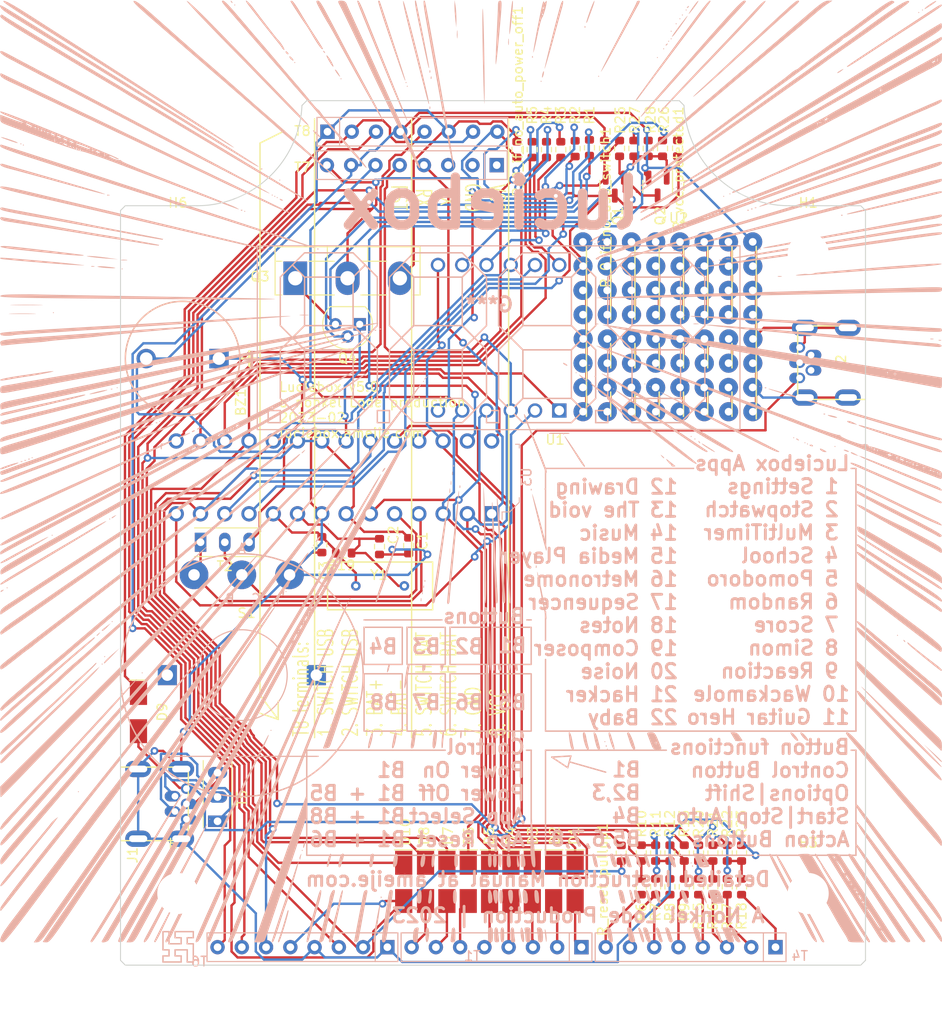
<source format=kicad_pcb>
(kicad_pcb (version 20211014) (generator pcbnew)
  (layers (0 "F.Cu" signal) (31 "B.Cu" signal) (34 "B.Paste" user) (35 "F.Paste" user) (36 "B.SilkS" user "B.Silkscreen") (37 "F.SilkS" user "F.Silkscreen") (38 "B.Mask" user) (39 "F.Mask" user) (44 "Edge.Cuts" user))
  (net 0 "")
  (net 1 "/A5(SCL)")
  (net 2 "GND")
  (net 3 "VCC")
  (net 4 "Net-(C2-Pad2)")
  (net 5 "Net-(C3-Pad2)")
  (net 6 "Net-(D1-Pad2)")
  (net 7 "Net-(J1-Pad2)")
  (net 8 "Net-(J1-Pad3)")
  (net 9 "Net-(J1-Pad4)")
  (net 10 "/Vin")
  (net 11 "/A0")
  (net 12 "/A1")
  (net 13 "/A2")
  (net 14 "/A3")
  (net 15 "/A4(SDA)")
  (net 16 "/13(SCK)")
  (net 17 "/12(MISO)")
  (net 18 "/11(PWM-MOSI)")
  (net 19 "/10(PWM-SS)")
  (net 20 "/9(PWM)")
  (net 21 "/8")
  (net 22 "/7")
  (net 23 "/6(PWM)")
  (net 24 "/5(PWM)")
  (net 25 "/4")
  (net 26 "/3(PWM)")
  (net 27 "/2")
  (net 28 "/1(Tx)")
  (net 29 "/0(Rx)")
  (net 30 "Net-(Q1-Pad1)")
  (net 31 "VCC_minimalCurrent")
  (net 32 "Net-(R16-Pad1)")
  (net 33 "Net-(R17-Pad1)")
  (net 34 "Net-(R_reset_pullup1-Pad2)")
  (net 35 "Net-(D2-Pad2)")
  (net 36 "Net-(D3-Pad2)")
  (net 37 "Net-(D4-Pad2)")
  (net 38 "Net-(D5-Pad2)")
  (net 39 "Net-(D6-Pad2)")
  (net 40 "Net-(D7-Pad2)")
  (net 41 "Net-(D8-Pad2)")
  (net 42 "Net-(D9-Pad1)")
  (net 43 "Net-(D9-Pad2)")
  (net 44 "Net-(D10-Pad1)")
  (net 45 "Net-(D10-Pad2)")
  (net 46 "Net-(R1-Pad1)")
  (net 47 "Net-(R2-Pad1)")
  (net 48 "Net-(R3-Pad1)")
  (net 49 "Net-(R4-Pad1)")
  (net 50 "Net-(R5-Pad1)")
  (net 51 "Net-(R6-Pad2)")
  (net 52 "Net-(R10-Pad2)")
  (net 53 "Net-(R7-Pad2)")
  (net 54 "Net-(R11-Pad2)")
  (net 55 "Net-(R8-Pad2)")
  (net 56 "Net-(R12-Pad2)")
  (net 57 "Net-(R9-Pad2)")
  (net 58 "Net-(R15-Pad2)")
  (net 59 "Net-(R16-Pad2)")
  (net 60 "Net-(R17-Pad2)")
  (net 61 "Net-(R18-Pad2)")
  (net 62 "Net-(Q2-Pad1)")
  (net 63 "Net-(U2-Pad10)")
  (net 64 "Net-(U2-Pad11)")
  (net 65 "Net-(U2-Pad13)")
  (net 66 "Net-(U2-Pad17)")
  (net 67 "Net-(U2-Pad19)")
  (net 68 "Net-(U2-Pad21)")
  (net 69 "Net-(U2-Pad25)")
  (net 70 "Net-(U2-Pad27)")
  (net 71 "Net-(U2-Pad29)")
  (net 72 "Net-(U2-Pad33)")
  (net 73 "Net-(U2-Pad35)")
  (net 74 "Net-(U2-Pad37)")
  (net 75 "Net-(U2-Pad41)")
  (net 76 "Net-(U2-Pad43)")
  (net 77 "Net-(U2-Pad45)")
  (net 78 "Net-(U2-Pad49)")
  (net 79 "Net-(U2-Pad51)")
  (net 80 "Net-(U2-Pad53)")
  (net 82 "unconnected-(U2-Pad16)")
  (net 91 "Net-(R26-Pad2)")
  (net 92 "Net-(R18-Pad1)")
  (footprint "Luciebox:0603_1608Metric" (layer "F.Cu") (at 56.0268 78.771 -90)
    (fp_text reference "R11")
    (fp_text value "10K")
  )
  (footprint "Luciebox:0603_1608Metric" (layer "F.Cu") (at 59.0268 78.771 90)
    (fp_text reference "R13")
    (fp_text value "20K")
  )
  (footprint "Luciebox:0603_1608Metric" (layer "F.Cu") (at 43.1 5.125 90)
    (fp_text reference "R5")
    (fp_text value "100")
  )
  (footprint "Luciebox:D_SMA" (layer "F.Cu") (at 34.1736 81.788 -90)
    (fp_text reference "D7")
    (fp_text value "D_Schottky")
  )
  (footprint "Luciebox:D_SMA" (layer "F.Cu") (at 47.5996 81.788 -90)
    (fp_text reference "D1")
    (fp_text value "D_Schottky")
  )
  (footprint "Luciebox:D_SMA" (layer "F.Cu") (at 45.3496 81.788 -90)
    (fp_text reference "D2")
    (fp_text value "D_Schottky")
  )
  (footprint "Luciebox:D_SMA" (layer "F.Cu") (at 43.1144 81.788 -90)
    (fp_text reference "D3")
    (fp_text value "D_Schottky")
  )
  (footprint "Luciebox:Terminal_3x1_100mil" (layer "F.Cu") (at 10.16 72.898 90)
    (fp_text reference "T5")
    (fp_text value "terminal_3x1")
  )
  (footprint "Luciebox:0603_1608Metric" (layer "F.Cu") (at 57.5268 82.296 -90)
    (fp_text reference "R8")
    (fp_text value "20K")
  )
  (footprint "Luciebox:MountingHole_4.3mm_M4" (layer "F.Cu") (at 6 83)
    (fp_text reference "H2")
    (fp_text value "MountingHole")
  )
  (footprint "Package_TO_SOT_SMD:SOT-23" (layer "F.Cu") (at 51.75 9 -90)
    (fp_text reference "Q1")
    (fp_text value "P-Channel MOSFET")
  )
  (footprint "Luciebox:0603_1608Metric" (layer "F.Cu") (at 27.118 46.685 90)
    (fp_text reference "C2")
    (fp_text value "20pF")
  )
  (footprint "Luciebox:CRYSTAL" (layer "F.Cu") (at 27.178 50.8 180)
    (fp_text reference "Y1")
    (fp_text value "16MHz")
  )
  (footprint "Luciebox:0603_1608Metric" (layer "F.Cu") (at 41.5036 5.1176 90)
    (fp_text reference "R_0_if_no_auto_power_off1")
    (fp_text value "0")
  )
  (footprint "Luciebox:0603_1608Metric" (layer "F.Cu") (at 65.0268 78.771 90)
    (fp_text reference "R23")
    (fp_text value "20K")
  )
  (footprint "Luciebox:D_SMA" (layer "F.Cu") (at 38.644 81.788 -90)
    (fp_text reference "D5")
    (fp_text value "D_Schottky")
  )
  (footprint "Luciebox:0603_1608Metric" (layer "F.Cu") (at 55.25 5 -90)
    (fp_text reference "R28")
    (fp_text value "100K")
  )
  (footprint "Luciebox:0603_1608Metric" (layer "F.Cu") (at 54.5268 82.296 -90)
    (fp_text reference "R6")
    (fp_text value "20K")
  )
  (footprint "Luciebox:D_SMA" (layer "F.Cu") (at 29.6524 81.788 -90)
    (fp_text reference "D10")
    (fp_text value "D_Schottky")
  )
  (footprint "Luciebox:D_SMA" (layer "F.Cu") (at 1.8796 64.008 -90)
    (fp_text reference "D9")
    (fp_text value "D_Schottky")
  )
  (footprint "Luciebox:SOT-23" (layer "F.Cu") (at 56.2356 8.9916 -90)
    (fp_text reference "Q2")
    (fp_text value "NPN transistor")
  )
  (footprint "Luciebox:0603_1608Metric" (layer "F.Cu") (at 52.25 5 -90)
    (fp_text reference "R25")
    (fp_text value "100K")
  )
  (footprint "Luciebox:0603_1608Metric" (layer "F.Cu") (at 56.0268 82.296 -90)
    (fp_text reference "R7")
    (fp_text value "20K")
  )
  (footprint "Luciebox:0603_1608Metric" (layer "F.Cu") (at 63.5268 78.771 -90)
    (fp_text reference "R22")
    (fp_text value "10K")
  )
  (footprint "Luciebox:D_SMA" (layer "F.Cu") (at 40.8792 81.788 -90)
    (fp_text reference "D4")
    (fp_text value "D_Schottky")
  )
  (footprint "Luciebox:0603_1608Metric" (layer "F.Cu") (at 52.4256 78.7908 90)
    (fp_text reference "R_reset_pullup1")
    (fp_text value "30000")
  )
  (footprint "Luciebox:MountingHole_4.3mm_M4" (layer "F.Cu") (at 72 83)
    (fp_text reference "H3")
    (fp_text value "MountingHole")
  )
  (footprint "Luciebox:MountingHole_4.3mm_M4" (layer "F.Cu") (at 6 16)
    (fp_text reference "H6")
    (fp_text value "MountingHole")
  )
  (footprint "Luciebox:0603_1608Metric" (layer "F.Cu") (at 30.166 46.588 -90)
    (fp_text reference "C1")
    (fp_text value "100nF")
  )
  (footprint "Luciebox:usb_mini_Molex-0548190519" (layer "F.Cu") (at 0.1 73.618)
    (fp_text reference "J1")
    (fp_text value "USB_B_Mini")
  )
  (footprint "Luciebox:usb_mini_Molex-0548190519" (layer "F.Cu") (at 77.9 27.432 180)
    (fp_text reference "J2")
    (fp_text value "USB_B_Mini")
  )
  (footprint "Luciebox:0603_1608Metric" (layer "F.Cu") (at 23.368 47.36 180)
    (fp_text reference "R19")
    (fp_text value "1M")
  )
  (footprint "Luciebox:0603_1608Metric" (layer "F.Cu") (at 59.0268 82.296 -90)
    (fp_text reference "R9")
    (fp_text value "20K")
  )
  (footprint "Luciebox:0603_1608Metric" (layer "F.Cu") (at 56.75 5 90)
    (fp_text reference "R26")
    (fp_text value "1K")
  )
  (footprint "Luciebox:0603_1608Metric" (layer "F.Cu") (at 63.5268 82.296 -90)
    (fp_text reference "R17")
    (fp_text value "20K")
  )
  (footprint "Luciebox:0603_1608Metric" (layer "F.Cu") (at 58.3184 4.9784 90)
    (fp_text reference "R_vcc_protected1")
    (fp_text value "10K")
  )
  (footprint "Package_TO_SOT_THT:TO-92" (layer "F.Cu") (at 25.0444 23.4144 180)
    (fp_text reference "Q4")
    (fp_text value "NPN_transistor_TO-92")
  )
  (footprint "Luciebox:0603_1608Metric" (layer "F.Cu") (at 46.1 5.125 90)
    (fp_text reference "R3")
    (fp_text value "100")
  )
  (footprint "Luciebox:0603_1608Metric" (layer "F.Cu") (at 62.0268 78.771 90)
    (fp_text reference "R21")
    (fp_text value "10K")
  )
  (footprint "Luciebox:0603_1608Metric" (layer "F.Cu") (at 62.0268 82.296 -90)
    (fp_text reference "R16")
    (fp_text value "20K")
  )
  (footprint "Luciebox:0603_1608Metric" (layer "F.Cu") (at 50.675 5 -90)
    (fp_text reference "R_0_if_no_usb_switch1")
    (fp_text value "0")
  )
  (footprint "Luciebox:0603_1608Metric" (layer "F.Cu") (at 47.6 5.025 90)
    (fp_text reference "R2")
    (fp_text value "100")
  )
  (footprint "Luciebox:D_SMA" (layer "F.Cu") (at 31.9384 81.788 -90)
    (fp_text reference "D8")
    (fp_text value "D_Schottky")
  )
  (footprint "Luciebox:MountingHole_4.3mm_M4" (layer "F.Cu") (at 72 16)
    (fp_text reference "H1")
    (fp_text value "MountingHole")
  )
  (footprint "Luciebox:Terminal_3x1_100mil" (layer "F.Cu") (at 10.922 46.228)
    (fp_text reference "T2")
    (fp_text value "terminal_3x1")
  )
  (footprint "Luciebox:D_SMA" (layer "F.Cu") (at 36.4088 81.788 -90)
    (fp_text reference "D6")
    (fp_text value "D_Schottky")
  )
  (footprint "Luciebox:0603_1608Metric" (layer "F.Cu") (at 21.082 46.482 90)
    (fp_text reference "C3")
    (fp_text value "20pF")
  )
  (footprint "Luciebox:0603_1608Metric" (layer "F.Cu") (at 65.0268 82.296 -90)
    (fp_text reference "R18")
    (fp_text value "20K")
  )
  (footprint "Luciebox:0603_1608Metric" (layer "F.Cu") (at 49.1 4.925 90)
    (fp_text reference "R1")
    (fp_text value "100")
  )
  (footprint "Luciebox:0603_1608Metric" (layer "F.Cu") (at 44.6 5.125 90)
    (fp_text reference "R4")
    (fp_text value "100")
  )
  (footprint "Luciebox:0603_1608Metric" (layer "F.Cu") (at 53.75 5 90)
    (fp_text reference "R27")
    (fp_text value "10K")
  )
  (footprint "Luciebox:8X8PADS_100mil" (layer "F.Cu") (at 58.4327 23.6474)
    (fp_text reference "U2")
    (fp_text value "8X8PADS")
  )
  (footprint "Luciebox:0603_1608Metric" (layer "F.Cu") (at 54.5268 78.771 90)
    (fp_text reference "R10")
    (fp_text value "10K")
  )
  (footprint "Luciebox:0603_1608Metric" (layer "F.Cu") (at 60.5268 82.296 -90)
    (fp_text reference "R15")
    (fp_text value "20K")
  )
  (footprint "Luciebox:0603_1608Metric" (layer "F.Cu") (at 60.5268 78.771 -90)
    (fp_text reference "R20")
    (fp_text value "10K")
  )
  (footprint "Luciebox:0603_1608Metric" (layer "F.Cu") (at 57.5268 78.771 90)
    (fp_text reference "R12")
    (fp_text value "10K")
  )
  (footprint "Package_TO_SOT_THT:TO-218-3_Vertical" (layer "F.Cu") (at 18.2994 18.5916)
    (fp_text reference "Q3")
    (fp_text value "P-Channel MOSFET_through hole")
  )
  (footprint "Luciebox:Terminal_8x1_100mil" (layer "B.Cu") (at 30.5 6.75 180)
    (fp_text reference "T7")
    (fp_text value "terminal_8x1")
  )
  (footprint "Luciebox:Terminal_8x1_100mil" (layer "B.Cu") (at 39.37 88.62 180)
    (fp_text reference "T1")
    (fp_text value "terminal_8x1")
  )
  (footprint "Luciebox:CA56-12SRWA" (layer "B.Cu") (at 45.94 32.44 90)
    (fp_text reference "U1")
    (fp_text value "CA56-12SRWA")
  )
  (footprint "Luciebox:DIP-28_W7.62mm" (layer "B.Cu") (at 38.855 43.25 90)
    (fp_text reference "U3")
    (fp_text value "ATmega328-PU")
  )
  (footprint "Luciebox:rotary_encoder" (layer "B.Cu") (at 12.7 49.64)
    (fp_text reference "S1")
    (fp_text value "rotary_encoder")
  )
  (footprint "Luciebox:Terminal_8x1_100mil" (layer "B.Cu") (at 19.05 88.62 180)
    (fp_text reference "T6")
    (fp_text value "terminal_8x1")
  )
  (footprint "Luciebox:Terminal_8x1_100mil" (layer "B.Cu") (at 30.56 3.25)
    (fp_text reference "T8")
    (fp_text value "terminal_8x1")
  )
  (footprint "Luciebox:Terminal_8x1_100mil" (layer "B.Cu") (at 59.69 88.62 180)
    (fp_text reference "T4")
    (fp_text value "terminal_8x1")
  )
  (footprint "Luciebox:buzzer" (layer "B.Cu") (at 6.5 27 90)
    (fp_text reference "BZ1")
    (fp_text value "Buzzer")
  )
  (footprint "artworkv4:burst_luciebox_v4 b150" (layer "B.Cu") (at 38.602746 21.342902 180)
    (fp_text reference "G***")
    (fp_text value "LOGO" hide)
  )
  (gr_line (start 7.62 86.995) (end 7.62 87.63) (layer "B.SilkS") (width 0.15))
  (gr_line (start 6.35 90.17) (end 4.445 90.17) (layer "B.SilkS") (width 0.15))
  (gr_line (start 5.715 88.9) (end 5.715 89.535) (layer "B.SilkS") (width 0.15))
  (gr_line (start 46.82565 69.828363) (end 45.149912 68.721949) (layer "B.SilkS") (width 0.15))
  (gr_line (start 57.15 68) (end 44.5 68) (layer "B.SilkS") (width 0.15))
  (gr_line (start 50.8 70.3) (end 46.99 69.215) (layer "B.SilkS") (width 0.15))
  (gr_line (start 5.715 86.995) (end 7.62 86.995) (layer "B.SilkS") (width 0.15))
  (gr_line (start 5.08 89.535) (end 5.08 88.9) (layer "B.SilkS") (width 0.15))
  (gr_line (start 4.445 86.995) (end 5.08 86.995) (layer "B.SilkS") (width 0.15))
  (gr_line (start 19.5 68) (end 34 68) (layer "B.SilkS") (width 0.15))
  (gr_line (start 6.985 87.63) (end 6.985 88.265) (layer "B.SilkS") (width 0.15))
  (gr_line (start 43 79) (end 19.5 79) (layer "B.SilkS") (width 0.15))
  (gr_line (start 4.445 88.9) (end 4.445 86.995) (layer "B.SilkS") (width 0.15))
  (gr_line (start 6.35 87.63) (end 5.715 87.63) (layer "B.SilkS") (width 0.15))
  (gr_line (start 77 68) (end 77 79) (layer "B.SilkS") (width 0.15))
  (gr_line (start 44.5 66) (end 44.5 58.5) (layer "B.SilkS") (width 0.15))
  (gr_line (start 19.5 79) (end 19.5 68) (layer "B.SilkS") (width 0.15))
  (gr_line (start 44.5 68) (end 44.5 79) (layer "B.SilkS") (width 0.15))
  (gr_line (start 42.545 54.36) (end 43 54.36) (layer "B.SilkS") (width 0.15))
  (gr_line (start 6.985 88.9) (end 5.715 88.9) (layer "B.SilkS") (width 0.15))
  (gr_line (start 5.08 86.995) (end 5.08 88.265) (layer "B.SilkS") (width 0.15))
  (gr_rect (start 29.5 60) (end 25.5 66) (layer "B.SilkS") (width 0.15) (fill none))
  (gr_line (start 44.5 56.5) (end 44.5 53.5) (layer "B.SilkS") (width 0.15))
  (gr_line (start 25.5 54.36) (end 33.655 54.36) (layer "B.SilkS") (width 0.15))
  (gr_line (start 6.35 88.265) (end 6.35 87.63) (layer "B.SilkS") (width 0.15))
  (gr_line (start 45.149912 68.721949) (end 47.15435 68.601637) (layer "B.SilkS") (width 0.15))
  (gr_line (start 44.5 79) (end 77 79) (layer "B.SilkS") (width 0.15))
  (gr_line (start 6.985 88.265) (end 7.62 88.265) (layer "B.SilkS") (width 0.15))
  (gr_rect (start 34 60) (end 30 66) (layer "B.SilkS") (width 0.15) (fill none))
  (gr_circle (center 12.7 60.14) (end 0 60.5) (layer "B.SilkS") (width 0.15) (fill none))
  (gr_line (start 44.5 46.5) (end 44.5 38.5) (layer "B.SilkS") (width 0.15))
  (gr_rect (start 38.5 60) (end 34.5 66) (layer "B.SilkS") (width 0.15) (fill none))
  (gr_line (start 6.35 89.535) (end 6.35 90.17) (layer "B.SilkS") (width 0.15))
  (gr_line (start 5.715 87.63) (end 5.715 86.995) (layer "B.SilkS") (width 0.15))
  (gr_line (start 77 66) (end 44.5 66) (layer "B.SilkS") (width 0.15))
  (gr_line (start 4.445 90.17) (end 4.445 89.535) (layer "B.SilkS") (width 0.15))
  (gr_line (start 5.08 88.9) (end 4.445 88.9) (layer "B.SilkS") (width 0.15))
  (gr_line (start 43 68) (end 43 79) (layer "B.SilkS") (width 0.15))
  (gr_line (start 7.62 87.63) (end 6.985 87.63) (layer "B.SilkS") (width 0.15))
  (gr_line (start 7.62 88.265) (end 7.62 90.17) (layer "B.SilkS") (width 0.15))
  (gr_rect (start 38.5 55.1302) (end 34.5 59.0202) (layer "B.SilkS") (width 0.15) (fill none))
  (gr_line (start 44.5 38.5) (end 60 38.5) (layer "B.SilkS") (width 0.15))
  (gr_line (start 47.15435 68.601637) (end 46.82565 69.828363) (layer "B.SilkS") (width 0.15))
  (gr_line (start 5.08 88.265) (end 6.35 88.265) (layer "B.SilkS") (width 0.15))
  (gr_line (start 4.445 89.535) (end 5.08 89.535) (layer "B.SilkS") (width 0.15))
  (gr_rect (start 34 55.1302) (end 30 59.0202) (layer "B.SilkS") (width 0.15) (fill none))
  (gr_line (start 76.5 68) (end 77 68) (layer "B.SilkS") (width 0.15))
  (gr_rect (start 43 55.1302) (end 39 59.0202) (layer "B.SilkS") (width 0.15) (fill none))
  (gr_line (start 5.715 89.535) (end 6.35 89.535) (layer "B.SilkS") (width 0.15))
  (gr_rect (start 29.5 55.1302) (end 25.5 59.0202) (layer "B.SilkS") (width 0.15) (fill none))
  (gr_line (start 7.62 90.17) (end 6.985 90.17) (layer "B.SilkS") (width 0.15))
  (gr_line (start 76.5 38.5) (end 77 38.5) (layer "B.SilkS") (width 0.15))
  (gr_line (start 42.5 68) (end 43 68) (layer "B.SilkS") (width 0.15))
  (gr_line (start 6.985 90.17) (end 6.985 88.9) (layer "B.SilkS") (width 0.15))
  (gr_rect (start 43 60) (end 39 66) (layer "B.SilkS") (width 0.15) (fill none))
  (gr_line (start 77 38.5) (end 77 66) (layer "B.SilkS") (width 0.15))
  (gr_line (start 58.9407 25.4254) (end 58.9407 27.9654) (layer "F.SilkS") (width 0.15))
  (gr_line (start 61.4807 15.2654) (end 61.4807 22.8854) (layer "F.SilkS") (width 0.15))
  (gr_line (start 51.3207 30.5054) (end 51.3207 33.0454) (layer "F.SilkS") (width 0.15))
  (gr_line (start 48.7807 15.5194) (end 48.7807 15.2654) (layer "F.SilkS") (width 0.15))
  (gr_line (start 53.8607 25.4254) (end 53.8607 27.9654) (layer "F.SilkS") (width 0.15))
  (gr_line (start 17.145 3.175) (end 14.605 4.445) (layer "F.SilkS") (width 0.15))
  (gr_line (start 66.5607 33.2994) (end 66.5607 15.2654) (layer "F.SilkS") (width 0.15))
  (gr_line (start 16.51 64.77) (end 14.605 64.135) (layer "F.SilkS") (width 0.15))
  (gr_line (start 16.51 64.77) (end 16.51 62.865) (layer "F.SilkS") (width 0.15))
  (gr_line (start 53.8607 15.2654) (end 53.8607 22.8854) (layer "F.SilkS") (width 0.15))
  (gr_line (start 14.605 4.445) (end 14.605 62.23) (layer "F.SilkS") (width 0.15))
  (gr_line (start 51.3207 15.2654) (end 51.3207 22.8854) (layer "F.SilkS") (width 0.15))
  (gr_line (start 40.64 1.905) (end 40.64 66.675) (layer "F.SilkS") (width 0.15))
  (gr_line (start 56.4007 25.4254) (end 56.4007 27.9654) (layer "F.SilkS") (width 0.15))
  (gr_line (start 61.4807 25.4254) (end 61.4807 27.9654) (layer "F.SilkS") (width 0.15))
  (gr_line (start 64.0207 25.4254) (end 64.0207 27.9654) (layer "F.SilkS") (width 0.15))
  (gr_line (start 14.605 62.23) (end 16.51 64.77) (layer "F.SilkS") (width 0.15))
  (gr_line (start 30.48 1.905) (end 30.48 66.675) (layer "F.SilkS") (width 0.15))
  (gr_line (start 58.9407 15.2654) (end 58.9407 22.8854) (layer "F.SilkS") (width 0.15))
  (gr_line (start 61.4807 30.5054) (end 61.4807 33.0454) (layer "F.SilkS") (width 0.15))
  (gr_line (start 20.32 1.905) (end 20.32 66.675) (layer "F.SilkS") (width 0.15))
  (gr_line (start 64.0207 15.2654) (end 64.0207 22.8854) (layer "F.SilkS") (width 0.15))
  (gr_line (start 58.9407 30.5054) (end 58.9407 33.0454) (layer "F.SilkS") (width 0.15))
  (gr_line (start 53.8607 30.5054) (end 53.8607 33.0454) (layer "F.SilkS") (width 0.15))
  (gr_line (start 48.7807 33.0454) (end 48.7807 15.5194) (layer "F.SilkS") (width 0.15))
  (gr_line (start 56.4007 15.2654) (end 56.4007 22.8854) (layer "F.SilkS") (width 0.15))
  (gr_line (start 51.3207 25.4254) (end 51.3207 27.9654) (layer "F.SilkS") (width 0.15))
  (gr_line (start 56.4007 30.5054) (end 56.4007 33.0454) (layer "F.SilkS") (width 0.15))
  (gr_line (start 64.0207 30.5054) (end 64.0207 33.0454) (layer "F.SilkS") (width 0.15))
  (gr_line (start 77.5 90.5) (end 0.5 90.5) (layer "Edge.Cuts") (width 0.1))
  (gr_line (start 78 11.5) (end 78 90) (layer "Edge.Cuts") (width 0.1))
  (gr_line (start 0.5 11) (end 8 11) (layer "Edge.Cuts") (width 0.1))
  (gr_line (start 0 11.5) (end 0.5 11) (layer "Edge.Cuts") (width 0.1))
  (gr_arc (start 70 11) (mid 62.396547 7.953618) (end 59 0.5) (layer "Edge.Cuts") (width 0.1))
  (gr_line (start 0 90) (end 0 11.5) (layer "Edge.Cuts") (width 0.1))
  (gr_line (start 0.5 90.5) (end 0 90) (layer "Edge.Cuts") (width 0.1))
  (gr_line (start 19.5 0) (end 19 0.5) (layer "Edge.Cuts") (width 0.1))
  (gr_line (start 58.5 0) (end 19.5 0) (layer "Edge.Cuts") (width 0.1))
  (gr_line (start 59 0.5) (end 58.5 0) (layer "Edge.Cuts") (width 0.1))
  (gr_line (start 78 90) (end 77.5 90.5) (layer "Edge.Cuts") (width 0.1))
  (gr_arc (start 19 0.5) (mid 15.603453 7.953618) (end 7.999999 11) (layer "Edge.Cuts") (width 0.1))
  (gr_line (start 77.5 11) (end 78 11.5) (layer "Edge.Cuts") (width 0.1))
  (gr_line (start 70 11) (end 77.5 11) (layer "Edge.Cuts") (width 0.1))
  (gr_text "B2" (at 36.5 57.15) (layer "B.SilkS") (effects (font (size 1.5 1.5) (thickness 0.3)) (justify mirror)))
  (gr_text "Luciebox Apps\n 1 Settings\n 2 Stopwatch\n 3 MultiTimer\n 4 School\n 5 Pomodoro\n 6 Random\n 7 Score \n 8 Simon\n 9 Reaction\n10 Wackamole\n11 Guitar Hero" (at 76.5 51.25) (layer "B.SilkS") (effects (font (size 1.5 1.5) (thickness 0.3)) (justify left mirror)))
  (gr_text "B8" (at 27.5964 63) (layer "B.SilkS") (effects (font (size 1.5 1.5) (thickness 0.3)) (justify mirror)))
  (gr_text "B4" (at 27.5 57.15) (layer "B.SilkS") (effects (font (size 1.5 1.5) (thickness 0.3)) (justify mirror)))
  (gr_text "B1" (at 41 57.0352) (layer "B.SilkS") (effects (font (size 1.5 1.5) (thickness 0.3)) (justify mirror)))
  (gr_text "B7" (at 32 63) (layer "B.SilkS") (effects (font (size 1.5 1.5) (thickness 0.3)) (justify mirror)))
  (gr_text "Buttons" (at 42.5 53.975) (layer "B.SilkS") (effects (font (size 1.5 1.5) (thickness 0.3)) (justify left mirror)))
  (gr_text "luciebox" (at 38.75 10.75) (layer "B.SilkS") (effects (font (size 5 5) (thickness 1)) (justify mirror)))
  (gr_text "B3" (at 32 57.15) (layer "B.SilkS") (effects (font (size 1.5 1.5) (thickness 0.3)) (justify mirror)))
  (gr_text "B6" (at 36.5 63) (layer "B.SilkS") (effects (font (size 1.5 1.5) (thickness 0.3)) (justify mirror)))
  (gr_text "B5" (at 41.0076 63) (layer "B.SilkS") (effects (font (size 1.5 1.5) (thickness 0.3)) (justify mirror)))
  (gr_text "Detailed Instruction Manual at ameije.com" (at 43.7 81.5) (layer "B.SilkS") (effects (font (size 1.5 1.5) (thickness 0.3)) (justify mirror)))
  (gr_text "12 Drawing\n13 The void \n14 Music \n15 Media Player\n16 Metronome\n17 Sequencer\n18 Notes\n19 Composer\n20 Noise\n21 Hacker\n22 Baby" (at 58.5 52.5) (layer "B.SilkS") (effects (font (size 1.5 1.5) (thickness 0.3)) (justify left mirror)))
  (gr_text "\nB1 \nB1 + B5\nB1 + B8 \nB1 + B6" (at 30 72.5) (layer "B.SilkS") (effects (font (size 1.5 1.5) (thickness 0.3)) (justify left mirror)))
  (gr_text "Control\nPower On\nPower Off\nApp Select\nApp Reset" (at 42.5 72.5) (layer "B.SilkS") (effects (font (size 1.5 1.5) (thickness 0.3)) (justify left mirror)))
  (gr_text "A Nonkel Lode Production | 2023" (at 47.9 85.3) (layer "B.SilkS") (effects (font (size 1.5 1.5) (thickness 0.3)) (justify mirror)))
  (gr_text "Button functions \nControl Button\nOptions|Shift\nStart|Stop|Auto\nAction Buttons" (at 76.5 72.5) (layer "B.SilkS") (effects (font (size 1.5 1.5) (thickness 0.3)) (justify left mirror)))
  (gr_text "B1\nB2,3\nB4\nB5,6,7,8\n" (at 54.61 73.66) (layer "B.SilkS") (effects (font (size 1.5 1.5) (thickness 0.3)) (justify left mirror)))
  (gr_text "Luciebox v5.0\na nonkel Lode production\n2023-02\nluciebox.ameije.com" (at 16.51 32.385) (layer "F.SilkS") (effects (font (size 1 1)) (justify left)))
  (gr_text "T8 terminals:\n1. SWITCH USB\n2. SWITCH USB\n3. BAT+\n4. BAT-\n5. SWITCH BAT\n6. SWITCH BAT\n7. GND\n8. VCC" (at 29.21 66.675 90) (layer "F.SilkS") (effects (font (size 1.6 1)) (justify left)))
  (gr_text "VCC\nGND\nTX\nRX\nRST" (at 34.29 10.16 270) (layer "F.SilkS") (effects (font (size 1.6 1))))
  (segment (start 19.014111 33.560589) (end 19.014111 29.234913) (width 0.25) (layer "F.Cu") (net 1))
  (segment (start 39.654999 32.25541) (end 36.413069 29.01348) (width 0.25) (layer "F.Cu") (net 1))
  (segment (start 14.579511 43.075189) (end 17.119511 40.535189) (width 0.25) (layer "F.Cu") (net 1))
  (segment (start 36.413069 29.01348) (end 33.760138 29.01348) (width 0.25) (layer "F.Cu") (net 1))
  (segment (start 13.462 46.228) (end 14.579511 45.110489) (width 0.25) (layer "F.Cu") (net 1))
  (segment (start 19.331469 28.917555) (end 19.05648 29.192544) (width 0.25) (layer "F.Cu") (net 1))
  (segment (start 19.014111 29.234913) (end 19.05648 29.192544) (width 0.25) (layer "F.Cu") (net 1))
  (segment (start 38.855 35.63) (end 39.654999 34.830001) (width 0.25) (layer "F.Cu") (net 1))
  (segment (start 26.159067 28.575) (end 25.816512 28.917555) (width 0.25) (layer "F.Cu") (net 1))
  (segment (start 39.654999 34.830001) (end 39.654999 32.25541) (width 0.25) (layer "F.Cu") (net 1))
  (segment (start 33.321658 28.575) (end 26.159067 28.575) (width 0.25) (layer "F.Cu") (net 1))
  (segment (start 17.119511 40.535189) (end 17.119511 35.455189) (width 0.25) (layer "F.Cu") (net 1))
  (segment (start 14.579511 45.110489) (end 14.579511 43.075189) (width 0.25) (layer "F.Cu") (net 1))
  (segment (start 17.119511 35.455189) (end 19.014111 33.560589) (width 0.25) (layer "F.Cu") (net 1))
  (segment (start 33.760138 29.01348) (end 33.321658 28.575) (width 0.25) (layer "F.Cu") (net 1))
  (segment (start 25.816512 28.917555) (end 19.331469 28.917555) (width 0.25) (layer "F.Cu") (net 1))
  (via (at 19.05648 29.192544) (size 0.8) (drill 0.4) (layers "F.Cu" "B.Cu") (net 1))
  (segment (start 16.863936 27) (end 19.05648 29.192544) (width 0.25) (layer "B.Cu") (net 1))
  (segment (start 10.31 27) (end 16.863936 27) (width 0.25) (layer "B.Cu") (net 1))
  (segment (start 66.54 30.5294) (end 66.54 33.0567) (width 0.25) (layer "F.Cu") (net 2))
  (segment (start 53.346467 1.276467) (end 31.263533 1.276467) (width 0.25) (layer "F.Cu") (net 2))
  (segment (start 66.54 17.8167) (end 66.5527 17.8294) (width 0.25) (layer "F.Cu") (net 2))
  (segment (start 28.46 47.002) (end 28.448 46.99) (width 0.25) (layer "F.Cu") (net 2))
  (segment (start 54.871964 7.039536) (end 54.92349 7.039536) (width 0.25) (layer "F.Cu") (net 2))
  (segment (start 66.5527 30.5167) (end 66.54 30.5294) (width 0.25) (layer "F.Cu") (net 2))
  (segment (start 4.46472 68.072) (end 3.556 68.072) (width 0.25) (layer "F.Cu") (net 2))
  (segment (start 20.033 47.307) (end 21.082 47.307) (width 0.25) (layer "F.Cu") (net 2))
  (segment (start 65.0268 77.946) (end 65.446 77.946) (width 0.25) (layer "F.Cu") (net 2))
  (segment (start 76.15 31.082) (end 71.63928 31.082) (width 0.25) (layer "F.Cu") (net 2))
  (segment (start 27.118 47.51) (end 28.46 47.51) (width 0.25) (layer "F.Cu") (net 2))
  (segment (start 66.5654 25.4494) (end 66.5654 27.9767) (width 0.25) (layer "F.Cu") (net 2))
  (segment (start 54.7995 7.112) (end 54.871964 7.039536) (width 0.25) (layer "F.Cu") (net 2))
  (segment (start 71.63928 23.782) (end 76.15 23.782) (width 0.25) (layer "F.Cu") (net 2))
  (segment (start 54.92349 7.69199) (end 54.92349 7.039536) (width 0.25) (layer "F.Cu") (net 2))
  (segment (start 28.46 47.51) (end 30.069 47.51) (width 0.25) (layer "F.Cu") (net 2))
  (segment (start 66.5654 27.9767) (end 66.5527 27.9894) (width 0.25) (layer "F.Cu") (net 2))
  (segment (start 19.950489 35.164211) (end 20.609211 34.505489) (width 0.25) (layer "F.Cu") (net 2))
  (segment (start 17.7 49.64) (end 20.033 47.307) (width 0.25) (layer "F.Cu") (net 2))
  (segment (start 59.0268 77.946) (end 58.0053 76.9245) (width 0.25) (layer "F.Cu") (net 2))
  (segment (start 66.5527 17.8294) (end 66.5527 20.3567) (width 0.25) (layer "F.Cu") (net 2))
  (segment (start 55.118 3.048) (end 53.346467 1.276467) (width 0.25) (layer "F.Cu") (net 2))
  (segment (start 66.5527 22.9094) (end 66.5527 25.4367) (width 0.25) (layer "F.Cu") (net 2))
  (segment (start 66.54 15.2894) (end 66.54 17.8167) (width 0.25) (layer "F.Cu") (net 2))
  (segment (start 20.609211 34.505489) (end 22.490489 34.505489) (width 0.25) (layer "F.Cu") (net 2))
  (segment (start 6.36072 66.330946) (end 6.620367 66.071299) (width 0.25) (layer "F.Cu") (net 2))
  (segment (start 30.069 47.51) (end 30.166 47.413) (width 0.25) (layer "F.Cu") (net 2))
  (segment (start 66.54 33.0567) (end 66.5527 33.0694) (width 0.25) (layer "F.Cu") (net 2))
  (segment (start 55.118 3.048) (end 55.118 4.043) (width 0.25) (layer "F.Cu") (net 2))
  (segment (start 66.2178 24.9428) (end 67.3786 23.782) (width 0.25) (layer "F.Cu") (net 2))
  (segment (start 67.3786 23.782) (end 71.63928 23.782) (width 0.25) (layer "F.Cu") (net 2))
  (segment (start 66.54 20.3694) (end 66.54 22.8967) (width 0.25) (layer "F.Cu") (net 2))
  (segment (start 22.490489 34.505489) (end 23.615 35.63) (width 0.25) (layer "F.Cu") (net 2))
  (segment (start 23.615 33.14) (end 23.495 33.02) (width 0.25) (layer "F.Cu") (net 2))
  (segment (start 66.5527 25.4367) (end 66.5654 25.4494) (width 0.25) (layer "F.Cu") (net 2))
  (segment (start 55.2856 8.0541) (end 54.92349 7.69199) (width 0.25) (layer "F.Cu") (net 2))
  (segment (start 66.5527 20.3567) (end 66.54 20.3694) (width 0.25) (layer "F.Cu") (net 2))
  (segment (start 65.446 77.946) (end 66.5 79) (width 0.25) (layer "F.Cu") (net 2))
  (segment (start 71.63928 23.782) (end 71.63928 25.29272) (width 0.25) (layer "F.Cu") (net 2))
  (segment (start 71.63928 25.29272) (end 71.1 25.832) (width 0.25) (layer "F.Cu") (net 2))
  (segment (start 6.36072 69.968) (end 6.36072 66.330946) (width 0.25) (layer "F.Cu") (net 2))
  (segment (start 19.950489 42.125489) (end 19.950489 35.164211) (width 0.25) (layer "F.Cu") (net 2))
  (segment (start 6.36072 69.968) (end 4.46472 68.072) (width 0.25) (layer "F.Cu") (net 2))
  (segment (start 31.263533 1.276467) (end 29.29 3.25) (width 0.25) (layer "F.Cu") (net 2))
  (segment (start 55.118 4.043) (end 55.25 4.175) (width 0.25) (layer "F.Cu") (net 2))
  (segment (start 28.46 47.51) (end 28.46 47.002) (width 0.25) (layer "F.Cu") (net 2))
  (segment (start 66.54 22.8967) (end 66.5527 22.9094) (width 0.25) (layer "F.Cu") (net 2))
  (segment (start 23.615 35.63) (end 23.615 33.14) (width 0.25) (layer "F.Cu") (net 2))
  (segment (start 66.5527 27.9894) (end 66.5527 30.5167) (width 0.25) (layer "F.Cu") (net 2))
  (segment (start 21.075 43.25) (end 19.950489 42.125489) (width 0.25) (layer "F.Cu") (net 2))
  (segment (start 58.0053 76.9245) (end 57.5 76.9245) (width 0.25) (layer "F.Cu") (net 2))
  (via (at 54.92349 7.039536) (size 0.8) (drill 0.4) (layers "F.Cu" "B.Cu") (net 2))
  (via (at 55.118 3.048) (size 0.8) (drill 0.4) (layers "F.Cu" "B.Cu") (net 2))
  (via (at 66.5 79) (size 0.8) (drill 0.4) (layers "F.Cu" "B.Cu") (net 2))
  (via (at 28.448 46.99) (size 0.8) (drill 0.4) (layers "F.Cu" "B.Cu") (net 2))
  (via (at 32.139536 47.498) (size 0.8) (drill 0.4) (layers "F.Cu" "B.Cu") (net 2))
  (via (at 32.139536 47.498) (size 0.8) (drill 0.4) (layers "F.Cu" "B.Cu") (net 2))
  (via (at 23.495 33.02) (size 0.8) (drill 0.4) (layers "F.Cu" "B.Cu") (net 2))
  (via (at 57.5 76.9245) (size 0.8) (drill 0.4) (layers "F.Cu" "B.Cu") (net 2))
  (via (at 3.556 68.072) (size 0.8) (drill 0.4) (layers "F.Cu" "B.Cu") (net 2))
  (via (at 6.620367 66.071299) (size 0.8) (drill 0.4) (layers "F.Cu" "B.Cu") (net 2))
  (segment (start 24.15 6.75) (end 24.15 7.81066) (width 0.25) (layer "B.Cu") (net 2))
  (segment (start 17.7 49.64) (end 7.258534 60.081466) (width 0.25) (layer "B.Cu") (net 2))
  (segment (start 9.790489 35.453805) (end 7.171194 32.83451) (width 0.25) (layer "B.Cu") (net 2))
  (segment (start 26.694433 5.225978) (end 26.058728 5.225979) (width 0.25) (layer "B.Cu") (net 2))
  (segment (start 31.631536 46.99) (end 32.139536 47.498) (width 0.25) (layer "B.Cu") (net 2))
  (segment (start 4.96066 27) (end 2.69 27) (width 0.25) (layer "B.Cu") (net 2))
  (segment (start 55.118 3.048) (end 55.118 6.845026) (width 0.25) (layer "B.Cu") (net 2))
  (segment (start 25.0444 23.4144) (end 25.0444 28.2956) (width 0.25) (layer "B.Cu") (net 2))
  (segment (start 17.410489 35.804811) (end 16.460789 36.754511) (width 0.25) (layer "B.Cu") (net 2))
  (segment (start 52.07 88.370411) (end 57.5 82.940411) (width 0.25) (layer "B.Cu") (net 2))
  (segment (start 62.775499 75.275499) (end 59.149001 75.275499) (width 0.25) (layer "B.Cu") (net 2))
  (segment (start 29.29 3.25) (end 28.670411 3.25) (width 0.25) (layer "B.Cu") (net 2))
  (segment (start 7.258534 60.081466) (end 7.258534 65.433132) (width 0.25) (layer "B.Cu") (net 2))
  (segment (start 57.5 82.940411) (end 57.5 76.9245) (width 0.25) (layer "B.Cu") (net 2))
  (segment (start 67.2516 31.082) (end 66.1924 30.0228) (width 0.25) (layer "B.Cu") (net 2))
  (segment (start 66.1924 14.7828) (end 58.449136 7.039536) (width 0.25) (layer "B.Cu") (net 2))
  (segment (start 25.165978 6.118729) (end 25.165979 6.491116) (width 0.25) (layer "B.Cu") (net 2))
  (segment (start 25.165979 6.491116) (end 25.165978 6.75) (width 0.25) (layer "B.Cu") (net 2))
  (segment (start 6.36072 77.268) (end 6.36072 75.75728) (width 0.25) (layer "B.Cu") (net 2))
  (segment (start 55.118 6.845026) (end 54.92349 7.039536) (width 0.25) (layer "B.Cu") (net 2))
  (segment (start 66.5 79) (end 62.775499 75.275499) (width 0.25) (layer "B.Cu") (net 2))
  (segment (start 7.258534 65.433132) (end 6.620367 66.071299) (width 0.25) (layer "B.Cu") (net 2))
  (segment (start 35.835489 4.324511) (end 30.364511 4.324511) (width 0.25) (layer "B.Cu") (net 2))
  (segment (start 7.171194 32.83451) (end 1.96491 32.83451) (width 0.25) (layer "B.Cu") (net 2))
  (segment (start 26.058728 5.225979) (end 25.165978 6.118729) (width 0.25) (layer "B.Cu") (net 2))
  (segment (start 26.865489 89.694511) (end 27.94 88.62) (width 0.25) (layer "B.Cu") (net 2))
  (segment (start 29.49 90.17) (end 52.07 90.17) (width 0.25) (layer "B.Cu") (net 2))
  (segment (start 1.719511 32.589111) (end 1.719511 27.970489) (width 0.25) (layer "B.Cu") (net 2))
  (segment (start 1.719511 27.970489) (end 2.69 27) (width 0.25) (layer "B.Cu") (net 2))
  (segment (start 28.670411 3.25) (end 26.694433 5.225978) (width 0.25) (layer "B.Cu") (net 2))
  (segment (start 1.96491 32.83451) (end 1.719511 32.589111) (width 0.25) (layer "B.Cu") (net 2))
  (segment (start 10.449211 36.754511) (end 9.790489 36.095789) (width 0.25) (layer "B.Cu") (net 2))
  (segment (start 21.075 46.265) (end 17.7 49.64) (width 0.25) (layer "B.Cu") (net 2))
  (segment (start 14.165489 85.072769) (end 14.165489 89.065078) (width 0.25) (layer "B.Cu") (net 2))
  (segment (start 18.069211 34.505489) (end 17.410489 35.164211) (width 0.25) (layer "B.Cu") (net 2))
  (segment (start 36.91 3.25) (end 35.835489 4.324511) (width 0.25) (layer "B.Cu") (net 2))
  (segment (start 16.460789 36.754511) (end 10.449211 36.754511) (width 0.25) (layer "B.Cu") (net 2))
  (segment (start 30.364511 4.324511) (end 29.29 3.25) (width 0.25) (layer "B.Cu") (net 2))
  (segment (start 3.556 68.072) (end 1.85 69.778) (width 0.25) (layer "B.Cu") (net 2))
  (segment (start 32.139536 47.616464) (end 32.139536 47.498) (width 0.25) (layer "B.Cu") (net 2))
  (segment (start 6.36072 77.268) (end 14.165489 85.072769) (width 0.25) (layer "B.Cu") (net 2))
  (segment (start 15.016411 89.916) (end 19.024 89.916) (width 0.25) (layer "B.Cu") (net 2))
  (segment (start 21.394511 89.694511) (end 26.865489 89.694511) (width 0.25) (layer "B.Cu") (net 2))
  (segment (start 1.85 77.268) (end 6.36072 77.268) (width 0.25) (layer "B.Cu") (net 2))
  (segment (start 9.790489 36.095789) (end 9.790489 35.453805) (width 0.25) (layer "B.Cu") (net 2))
  (segment (start 25.0444 28.2956) (end 23.495 29.845) (width 0.25) (layer "B.Cu") (net 2))
  (segment (start 27.94 88.62) (end 29.49 90.17) (width 0.25) (layer "B.Cu") (net 2))
  (segment (start 19.024 89.916) (end 20.32 88.62) (width 0.25) (layer "B.Cu") (net 2))
  (segment (start 52.07 90.17) (end 52.07 88.370411) (width 0.25) (layer "B.Cu") (net 2))
  (segment (start 1.85 69.778) (end 1.85 69.968) (width 0.25) (layer "B.Cu") (net 2))
  (segment (start 71.63928 31.082) (end 67.2516 31.082) (width 0.25) (layer "B.Cu") (net 2))
  (segment (start 23.495 29.845) (end 23.495 33.02) (width 0.25) (layer "B.Cu") (net 2))
  (segment (start 21.075 43.25) (end 21.075 46.265) (width 0.25) (layer "B.Cu") (net 2))
  (segment (start 24.15 7.81066) (end 4.96066 27) (width 0.25) (layer "B.Cu") (net 2))
  (segment (start 30.116 49.64) (end 31.75 48.006) (width 0.25) (layer "B.Cu") (net 2))
  (segment (start 58.449136 7.039536) (end 54.92349 7.039536) (width 0.25) (layer "B.Cu") (net 2))
  (segment (start 17.7 49.64) (end 30.116 49.64) (width 0.25) (layer "B.Cu") (net 2))
  (segment (start 25.165978 6.75) (end 24.15 6.75) (width 0.25) (layer "B.Cu") (net 2))
  (segment (start 22.490489 34.505489) (end 18.069211 34.505489) (width 0.25) (layer "B.Cu") (net 2))
  (segment (start 59.149001 75.275499) (end 57.5 76.9245) (width 0.25) (layer "B.Cu") (net 2))
  (segment (start 14.165489 89.065078) (end 15.016411 89.916) (width 0.25) (layer "B.Cu") (net 2))
  (segment (start 23.615 35.63) (end 22.490489 34.505489) (width 0.25) (layer "B.Cu") (net 2))
  (segment (start 17.410489 35.164211) (end 17.410489 35.804811) (width 0.25) (layer "B.Cu") (net 2))
  (segment (start 20.32 88.62) (end 21.394511 89.694511) (width 0.25) (layer "B.Cu") (net 2))
  (segment (start 31.75 48.006) (end 32.139536 47.616464) (width 0.25) (layer "B.Cu") (net 2))
  (segment (start 1.85 69.968) (end 1.85 77.268) (width 0.25) (layer "B.Cu") (net 2))
  (segment (start 6.36072 75.75728) (end 6.9 75.218) (width 0.25) (layer "B.Cu") (net 2))
  (segment (start 28.448 46.99) (end 31.631536 46.99) (width 0.25) (layer "B.Cu") (net 2))
  (segment (start 58.42 9.906) (end 58.42 5.905) (width 0.25) (layer "F.Cu") (net 3))
  (segment (start 8.519979 22.595021) (end 19.774252 11.340748) (width 0.25) (layer "F.Cu") (net 3))
  (segment (start 57.15 11.176) (end 58.42 9.906) (width 0.25) (layer "F.Cu") (net 3))
  (segment (start 13.863041 77.754753) (end 13.863041 74.185225) (width 0.25) (layer "F.Cu") (net 3))
  (segment (start 47.079501 15.328797) (end 48.4251 16.674396) (width 0.25) (layer "F.Cu") (net 3))
  (segment (start 11.682974 67.431866) (end 11.662928 67.426856) (width 0.25) (layer "F.Cu") (net 3))
  (segment (start 39.45 3.25) (end 40.464511 4.264511) (width 0.25) (layer "F.Cu") (net 3))
  (segment (start 41.5026 5.9426) (end 40.464511 4.904511) (width 0.25) (layer "F.Cu") (net 3))
  (segment (start 48.7727 25.4367) (end 48.7854 25.4494) (width 0.25) (layer "F.Cu") (net 3))
  (segment (start 48.7727 22.9094) (end 48.7727 25.4367) (width 0.25) (layer "F.Cu") (net 3))
  (segment (start 48.76 30.5294) (end 48.76 33.0567) (width 0.25) (layer "F.Cu") (net 3))
  (segment (start 25.4 88.62) (end 24.728288 88.62) (width 0.25) (layer "F.Cu") (net 3))
  (segment (start 26.77586 8.59575) (end 26.729121 8.549011) (width 0.25) (layer "F.Cu") (net 3))
  (segment (start 11.964263 67.771161) (end 11.877322 67.753773) (width 0.25) (layer "F.Cu") (net 3))
  (segment (start 52.4256 80.6196) (end 52.4764 80.6704) (width 0.25) (layer "F.Cu") (net 3))
  (segment (start 48.7727 17.8294) (end 48.7727 20.3567) (width 0.25) (layer "F.Cu") (net 3))
  (segment (start 48.76 17.8167) (end 48.7727 17.8294) (width 0.25) (layer "F.Cu") (net 3))
  (segment (start 50.741737 9.972863) (end 47.583425 9.972863) (width 0.25) (layer "F.Cu") (net 3))
  (segment (start 52.4256 79.6158) (end 52.4256 80.6196) (width 0.25) (layer "F.Cu") (net 3))
  (segment (start 12.050849 67.875443) (end 12.004597 67.798387) (width 0.25) (layer "F.Cu") (net 3))
  (segment (start 11.977984 67.791739) (end 11.964266 67.771162) (width 0.25) (layer "F.Cu") (net 3))
  (segment (start 48.76 22.8967) (end 48.7727 22.9094) (width 0.25) (layer "F.Cu") (net 3))
  (segment (start 13.420966 69.304486) (end 13.081708 68.965225) (width 0.25) (layer "F.Cu") (net 3))
  (segment (start 8.519979 30.215725) (end 8.519979 22.595021) (width 0.25) (layer "F.Cu") (net 3))
  (segment (start 12.226624 68.11014) (end 12.091974 67.885724) (width 0.25) (layer "F.Cu") (net 3))
  (segment (start 41.5036 5.9426) (end 41.5026 5.9426) (width 0.25) (layer "F.Cu") (net 3))
  (segment (start 23.615 43.25) (end 24.414999 42.450001) (width 0.25) (layer "F.Cu") (net 3))
  (segment (start 48.7727 30.5167) (end 48.76 30.5294) (width 0.25) (layer "F.Cu") (net 3))
  (segment (start 8.148041 58.310225) (end 3.284773 53.446957) (width 0.25) (layer "F.Cu") (net 3))
  (segment (start 23.409011 8.549011) (end 26.729121 8.549011) (width 0.25) (layer "F.Cu") (net 3))
  (segment (start 2.306044 52.976932) (end 2.306044 37.938309) (width 0.25) (layer "F.Cu") (net 3))
  (segment (start 51.75 9.9375) (end 52.9885 11.176) (width 0.25) (layer "F.Cu") (net 3))
  (segment (start 19.774252 11.340748) (end 26.326748 11.340748) (width 0.25) (layer "F.Cu") (net 3))
  (segment (start 46.676385 9.692291) (end 46.399659 9.969017) (width 0.25) (layer "F.Cu") (net 3))
  (segment (start 11.864182 67.732156) (end 11.867364 67.713067) (width 0.25) (layer "F.Cu") (net 3))
  (segment (start 2.835033 37.40932) (end 2.835033 35.900671) (width 0.25) (layer "F.Cu") (net 3))
  (segment (start 47.079501 13.635099) (end 47.079501 15.328797) (width 0.25) (layer "F.Cu") (net 3))
  (segment (start 2.306044 37.938309) (end 2.835033 37.40932) (width 0.25) (layer "F.Cu") (net 3))
  (segment (start 8.14804 64.03156) (end 8.148041 58.310225) (width 0.25) (layer "F.Cu") (net 3))
  (segment (start 52.9885 11.176) (end 57.15 11.176) (width 0.25) (layer "F.Cu") (net 3))
  (segment (start 29.53848 45.13548) (end 25.50048 45.13548) (width 0.25) (layer "F.Cu") (net 3))
  (segment (start 13.863041 74.185225) (end 13.420967 73.743151) (width 0.25) (layer "F.Cu") (net 3))
  (segment (start 11.693247 67.448961) (end 11.683 67.431885) (width 0.25) (layer "F.Cu") (net 3))
  (segment (start 11.964266 67.771162) (end 11.964263 67.771161) (width 0.25) (layer "F.Cu") (net 3))
  (segment (start 50.7771 9.9375) (end 47.079501 13.635099) (width 0.25) (layer "F.Cu") (net 3))
  (segment (start 48.76 20.3694) (end 48.76 22.8967) (width 0.25) (layer "F.Cu") (net 3))
  (segment (start 21.61 6.75) (end 23.409011 8.549011) (width 0.25) (layer "F.Cu") (net 3))
  (segment (start 23.7744 13.893096) (end 26.326748 11.340748) (width 0.25) (layer "F.Cu") (net 3))
  (segment (start 11.682983 67.431881) (end 11.682974 67.431866) (width 0.25) (layer "F.Cu") (net 3))
  (segment (start 40.464511 4.904511) (end 40.464511 4.264511) (width 0.25) (layer "F.Cu") (net 3))
  (segment (start 11.502068 67.385235) (end 11.501538 67.385058) (width 0.25) (layer "F.Cu") (net 3))
  (segment (start 11.662928 67.426856) (end 11.650918 67.410043) (width 0.25) (layer "F.Cu") (net 3))
  (segment (start 47.583425 9.972863) (end 47.310223 9.699661) (width 0.25) (layer "F.Cu") (net 3))
  (segment (start 47.283953 9.699661) (end 47.276583 9.692291) (width 0.25) (layer "F.Cu") (net 3))
  (segment (start 24.414999 42.450001) (end 24.414999 38.969999) (width 0.25) (layer "F.Cu") (net 3))
  (segment (start 48.7727 20.3567) (end 48.76 20.3694) (width 0.25) (layer "F.Cu") (net 3))
  (segment (start 40.4926 4.2926) (end 40.464511 4.264511) (width 0.25) (layer "F.Cu") (net 3))
  (segment (start 12.004597 67.798387) (end 11.977984 67.791739) (width 0.25) (layer "F.Cu") (net 3))
  (segment (start 3.284773 53.446957) (end 2.776068 53.446956) (width 0.25) (layer "F.Cu") (net 3))
  (segment (start 47.276583 9.692291) (end 46.676385 9.692291) (width 0.25) (layer "F.Cu") (net 3))
  (segment (start 50.7771 9.9375) (end 50.741737 9.972863) (width 0.25) (layer "F.Cu") (net 3))
  (segment (start 2.835033 35.900671) (end 8.519979 30.215725) (width 0.25) (layer "F.Cu") (net 3))
  (segment (start 11.650918 67.410043) (end 11.502068 67.385235) (width 0.25) (layer "F.Cu") (net 3))
  (segment (start 45.884304 10.14718) (end 45.706141 9.969017) (width 0.25) (layer "F.Cu") (net 3))
  (segment (start 48.7854 27.9767) (end 48.7727 27.9894) (width 0.25) (layer "F.Cu") (net 3))
  (segment (start 24.728288 88.62) (end 13.863041 77.754753) (width 0.25) (layer "F.Cu") (net 3))
  (segment (start 11.501538 67.385058) (end 8.14804 64.03156) (width 0.25) (layer "F.Cu") (net 3))
  (segment (start 48.7727 27.9894) (end 48.7727 30.5167) (width 0.25) (layer "F.Cu") (net 3))
  (segment (start 30.166 45.763) (end 29.53848 45.13548) (width 0.25) (layer "F.Cu") (net 3))
  (segment (start 48.4251 16.674396) (end 48.4251 17.3228) (width 0.25) (layer "F.Cu") (net 3))
  (segment (start 26.326748 11.340748) (end 26.77586 10.891636) (width 0.25) (layer "F.Cu") (net 3))
  (segment (start 11.877322 67.753773) (end 11.864182 67.732156) (width 0.25) (layer "F.Cu") (net 3))
  (segment (start 13.420967 73.743151) (end 13.420966 69.304486) (width 0.25) (layer "F.Cu") (net 3))
  (segment (start 11.683 67.431885) (end 11.682983 67.431881) (width 0.25) (layer "F.Cu") (net 3))
  (segment (start 46.399659 9.969017) (end 45.577907 9.969017) (width 0.25) (layer "F.Cu") (net 3))
  (segment (start 13.081708 68.965225) (end 12.226624 68.11014) (width 0.25) (layer "F.Cu") (net 3))
  (segment (start 25.50048 45.13548) (end 23.615 43.25) (width 0.25) (layer "F.Cu") (net 3))
  (segment (start 26.77586 10.891636) (end 26.77586 8.59575) (width 0.25) (layer "F.Cu") (net 3))
  (segment (start 45.706141 9.969017) (end 45.577907 9.969017) (width 0.25) (layer "F.Cu") (net 3))
  (segment (start 12.091974 67.885724) (end 12.050849 67.875443) (width 0.25) (layer "F.Cu") (net 3))
  (segment (start 48.7854 25.4494) (end 48.7854 27.9767) (width 0.25) (layer "F.Cu") (net 3))
  (segment (start 51.75 9.9375) (end 50.7771 9.9375) (width 0.25) (layer "F.Cu") (net 3))
  (segment (start 47.310223 9.699661) (end 47.283953 9.699661) (width 0.25) (layer "F.Cu") (net 3))
  (segment (start 11.779623 67.59023) (end 11.712137 67.455258) (width 0.25) (layer "F.Cu") (net 3))
  (segment (start 48.76 33.0567) (end 48.7727 33.0694) (width 0.25) (layer "F.Cu") (net 3))
  (segment (start 2.776068 53.446956) (end 2.306044 52.976932) (width 0.25) (layer "F.Cu") (net 3))
  (segment (start 11.867364 67.713067) (end 11.779623 67.59023) (width 0.25) (layer "F.Cu") (net 3))
  (segment (start 24.414999 38.969999) (end 21.075 35.63) (width 0.25) (layer "F.Cu") (net 3))
  (segment (start 11.712137 67.455258) (end 11.693247 67.448961) (width 0.25) (layer "F.Cu") (net 3))
  (segment (start 58.42 5.905) (end 58.3184 5.8034) (width 0.25) (layer "F.Cu") (net 3))
  (segment (start 23.7744 18.5916) (end 23.7744 13.893096) (width 0.25) (layer "F.Cu") (net 3))
  (via (at 52.4764 80.6704) (size 0.8) (drill 0.4) (layers "F.Cu" "B.Cu") (net 3))
  (via (at 2.835033 37.40932) (size 0.8) (drill 0.4) (layers "F.Cu" "B.Cu") (net 3))
  (via (at 45.577907 9.969017) (size 0.8) (drill 0.4) (layers "F.Cu" "B.Cu") (net 3))
  (via (at 26.729121 8.549011) (size 0.8) (drill 0.4) (layers "F.Cu" "B.Cu") (net 3))
  (segment (start 25.4 88.62) (end 33.3496 80.6704) (width 0.25) (layer "B.Cu") (net 3))
  (segment (start 38.958679 9.991967) (end 39.23367 10.266958) (width 0.25) (layer "B.Cu") (net 3))
  (segment (start 37.39649 8.18649) (end 37.39649 9.076194) (width 0.25) (layer "B.Cu") (net 3))
  (segment (start 37.39649 9.076194) (end 38.312263 9.991967) (width 0.25) (layer "B.Cu") (net 3))
  (segment (start 27.467293 8.128) (end 27.321271 8.274022) (width 0.25) (layer "B.Cu") (net 3))
  (segment (start 38.830411 3.25) (end 35.775489 6.304922) (width 0.25) (layer "B.Cu") (net 3))
  (segment (start 37.338 8.128) (end 27.467293 8.128) (width 0.25) (layer "B.Cu") (net 3))
  (segment (start 33.3496 80.6704) (end 52.4764 80.6704) (width 0.25) (layer "B.Cu") (net 3))
  (segment (start 39.45 3.25) (end 38.830411 3.25) (width 0.25) (layer "B.Cu") (net 3))
  (segment (start 27.321271 8.274022) (end 27.00411 8.274022) (width 0.25) (layer "B.Cu") (net 3))
  (segment (start 38.312263 9.991967) (end 38.958679 9.991967) (width 0.25) (layer "B.Cu") (net 3))
  (segment (start 39.23367 10.266958) (end 45.279966 10.266958) (width 0.25) (layer "B.Cu") (net 3))
  (segment (start 36.708411 8.128) (end 37.338 8.128) (width 0.25) (layer "B.Cu") (net 3))
  (segment (start 18.535 35.63) (end 16.75568 37.40932) (width 0.25) (layer "B.Cu") (net 3))
  (segment (start 27.00411 8.274022) (end 26.729121 8.549011) (width 0.25) (layer "B.Cu") (net 3))
  (segment (start 16.75568 37.40932) (end 2.835033 37.40932) (width 0.25) (layer "B.Cu") (net 3))
  (segment (start 37.338 8.128) (end 37.39649 8.18649) (width 0.25) (layer "B.Cu") (net 3))
  (segment (start 35.775489 6.304922) (end 35.775489 7.195078) (width 0.25) (layer "B.Cu") (net 3))
  (segment (start 18.535 35.63) (end 21.075 35.63) (width 0.25) (layer "B.Cu") (net 3))
  (segment (start 45.279966 10.266958) (end 45.577907 9.969017) (width 0.25) (layer "B.Cu") (net 3))
  (segment (start 35.775489 7.195078) (end 36.708411 8.128) (width 0.25) (layer "B.Cu") (net 3))
  (segment (start 25.006 46.547) (end 25.006 45.86) (width 0.25) (layer "F.Cu") (net 4))
  (segment (start 22.746 45.86) (end 21.260511 44.374511) (width 0.25) (layer "F.Cu") (net 4))
  (segment (start 25.657 47.36) (end 29.097 50.8) (width 0.25) (layer "F.Cu") (net 4))
  (segment (start 19.659511 44.374511) (end 18.535 43.25) (width 0.25) (layer "F.Cu") (net 4))
  (segment (start 24.193 47.36) (end 25.657 47.36) (width 0.25) (layer "F.Cu") (net 4))
  (segment (start 29.097 50.8) (end 29.718 50.8) (width 0.25) (layer "F.Cu") (net 4))
  (segment (start 25.006 45.86) (end 22.746 45.86) (width 0.25) (layer "F.Cu") (net 4))
  (segment (start 24.193 47.36) (end 25.006 46.547) (width 0.25) (layer "F.Cu") (net 4))
  (segment (start 27.118 45.86) (end 25.006 45.86) (width 0.25) (layer "F.Cu") (net 4))
  (segment (start 21.260511 44.374511) (end 19.659511 44.374511) (width 0.25) (layer "F.Cu") (net 4))
  (segment (start 17.957 45.212) (end 15.995 43.25) (width 0.25) (layer "F.Cu") (net 5))
  (segment (start 24.638 49.455) (end 22.543 47.36) (width 0.25) (layer "F.Cu") (net 5))
  (segment (start 22.543 47.36) (end 22.543 47.118) (width 0.25) (layer "F.Cu") (net 5))
  (segment (start 21.082 45.657) (end 20.637 45.212) (width 0.25) (layer "F.Cu") (net 5))
  (segment (start 22.543 47.118) (end 21.082 45.657) (width 0.25) (layer "F.Cu") (net 5))
  (segment (start 24.638 49.455) (end 24.638 50.8) (width 0.25) (layer "F.Cu") (net 5))
  (segment (start 20.637 45.212) (end 17.957 45.212) (width 0.25) (layer "F.Cu") (net 5))
  (segment (start 47.5996 83.788) (end 47.5996 87.9596) (width 0.25) (layer "F.Cu") (net 6))
  (segment (start 47.5996 87.9596) (end 48.26 88.62) (width 0.25) (layer "F.Cu") (net 6))
  (segment (start 8.03524 70.631668) (end 9.377052 71.97348) (width 0.25) (layer "B.Cu") (net 7))
  (segment (start 4.236689 73.116447) (end 4.236689 68.415911) (width 0.25) (layer "B.Cu") (net 7))
  (segment (start 10.942948 71.97348) (end 11.48452 72.515052) (width 0.25) (layer "B.Cu") (net 7))
  (segment (start 11.48452 72.515052) (end 11.48452 74.11348) (width 0.25) (layer "B.Cu") (net 7))
  (segment (start 5.538242 74.418) (end 4.236689 73.116447) (width 0.25) (layer "B.Cu") (net 7))
  (segment (start 5.7 74.418) (end 5.538242 74.418) (width 0.25) (layer "B.Cu") (net 7))
  (segment (start 6.925841 68.372099) (end 8.03524 69.481498) (width 0.25) (layer "B.Cu") (net 7))
  (segment (start 11.48452 74.11348) (end 10.16 75.438) (width 0.25) (layer "B.Cu") (net 7))
  (segment (start 9.377052 71.97348) (end 10.942948 71.97348) (width 0.25) (layer "B.Cu") (net 7))
  (segment (start 4.236689 68.415911) (end 4.280501 68.372099) (width 0.25) (layer "B.Cu") (net 7))
  (segment (start 8.03524 69.481498) (end 8.03524 70.631668) (width 0.25) (layer "B.Cu") (net 7))
  (segment (start 4.280501 68.372099) (end 6.925841 68.372099) (width 0.25) (layer "B.Cu") (net 7))
  (segment (start 10.16 71.190532) (end 10.16 70.358) (width 0.25) (layer "F.Cu") (net 8))
  (segment (start 6.9 73.618) (end 7.732532 73.618) (width 0.25) (layer "F.Cu") (net 8))
  (segment (start 7.732532 73.618) (end 10.16 71.190532) (width 0.25) (layer "F.Cu") (net 8))
  (segment (start 9.190858 72.42299) (end 7.910388 71.14252) (width 0.25) (layer "B.Cu") (net 9))
  (segment (start 7.910388 71.14252) (end 5.374218 71.14252) (width 0.25) (layer "B.Cu") (net 9))
  (segment (start 4.6862 71.8042) (end 5.7 72.818) (width 0.25) (layer "B.Cu") (net 9))
  (segment (start 5.374218 71.14252) (end 4.6862 70.454502) (width 0.25) (layer "B.Cu") (net 9))
  (segment (start 4.6862 70.454502) (end 4.6862 71.8042) (width 0.25) (layer "B.Cu") (net 9))
  (segment (start 10.16 72.898) (end 10.16 72.422991) (width 0.25) (layer "B.Cu") (net 9))
  (segment (start 10.16 72.422991) (end 9.190858 72.42299) (width 0.25) (layer "B.Cu") (net 9))
  (segment (start 6.35 59.055) (end 2.539996 55.245002) (width 0.25) (layer "F.Cu") (net 10))
  (segment (start 41.5036 3.784011) (end 39.895078 2.175489) (width 0.25) (layer "F.Cu") (net 10))
  (segment (start 41.402 3.048) (end 41.402 4.191) (width 0.25) (layer "F.Cu") (net 10))
  (segment (start 10.16 88.62) (end 10.91 87.87) (width 0.25) (layer "F.Cu") (net 10))
  (segment (start 50.8 8.0625) (end 49.9725 8.89) (width 0.25) (layer "F.Cu") (net 10))
  (segment (start 41.5036 4.2926) (end 41.5036 3.784011) (width 0.25) (layer "F.Cu") (net 10))
  (segment (start 35.444511 2.175489) (end 34.37 3.25) (width 0.25) (layer "F.Cu") (net 10))
  (segment (start 30.695489 17.145511) (end 30.695489 6.304922) (width 0.25) (layer "F.Cu") (net 10))
  (segment (start 41.402 4.191) (end 41.5036 4.2926) (width 0.25) (layer "F.Cu") (net 10))
  (segment (start 30.695489 6.304922) (end 33.750411 3.25) (width 0.25) (layer "F.Cu") (net 10))
  (segment (start 39.895078 2.175489) (end 39.004921 2.17549) (width 0.25) (layer "F.Cu") (net 10))
  (segment (start 50.675 5.825) (end 50.675 7.9375) (width 0.25) (layer "F.Cu") (net 10))
  (segment (start 10.91 77.99) (end 11.484511 77.415489) (width 0.25) (layer "F.Cu") (net 10))
  (segment (start 39.004921 2.17549) (end 38.75739 2.423021) (width 0.25) (layer "F.Cu") (net 10))
  (segment (start 52.25 4.175) (end 52.25 4.25) (width 0.25) (layer "F.Cu") (net 10))
  (segment (start 50.675 7.9375) (end 50.8 8.0625) (width 0.25) (layer "F.Cu") (net 10))
  (segment (start 11.484511 69.969825) (end 10.88716 69.372474) (width 0.25) (layer "F.Cu") (net 10))
  (segment (start 10.91 87.87) (end 10.91 77.99) (width 0.25) (layer "F.Cu") (net 10))
  (segment (start 10.45712 68.883454) (end 6.349997 64.776332) (width 0.25) (layer "F.Cu") (net 10))
  (segment (start 10.88716 69.372474) (end 10.726415 69.332287) (width 0.25) (layer "F.Cu") (net 10))
  (segment (start 11.484511 77.415489) (end 11.484511 69.969825) (width 0.25) (layer "F.Cu") (net 10))
  (segment (start 10.726415 69.332287) (end 10.45712 68.883454) (width 0.25) (layer "F.Cu") (net 10))
  (segment (start 29.2494 18.5916) (end 30.695489 17.145511) (width 0.25) (layer "F.Cu") (net 10))
  (segment (start 38.75739 2.423021) (end 37.60261 2.423021) (width 0.25) (layer "F.Cu") (net 10))
  (segment (start 37.355078 2.175489) (end 35.444511 2.175489) (width 0.25) (layer "F.Cu") (net 10))
  (segment (start 49.9725 8.89) (end 45.974 8.89) (width 0.25) (layer "F.Cu") (net 10))
  (segment (start 2.539996 55.245002) (end 1.27 55.245) (width 0.25) (layer "F.Cu") (net 10))
  (segment (start 6.349997 64.776332) (end 6.35 59.055) (width 0.25) (layer "F.Cu") (net 10))
  (segment (start 37.60261 2.423021) (end 37.355078 2.175489) (width 0.25) (layer "F.Cu") (net 10))
  (segment (start 33.750411 3.25) (end 34.37 3.25) (width 0.25) (layer "F.Cu") (net 10))
  (segment (start 52.25 4.25) (end 50.675 5.825) (width 0.25) (layer "F.Cu") (net 10))
  (via (at 45.974 8.89) (size 0.8) (drill 0.4) (layers "F.Cu" "B.Cu") (net 10))
  (via (at 41.402 3.048) (size 0.8) (drill 0.4) (layers "F.Cu" "B.Cu") (net 10))
  (via (at 1.27 55.245) (size 0.8) (drill 0.4) (layers "F.Cu" "B.Cu") (net 10))
  (segment (start 45.249166 9.215874) (end 45.411136 9.215874) (width 0.25) (layer "B.Cu") (net 10))
  (segment (start 32.136 1.016) (end 34.37 3.25) (width 0.25) (layer "B.Cu") (net 10))
  (segment (start 2.39423 25.4) (end 5.715 25.4) (width 0.25) (layer "B.Cu") (net 10))
  (segment (start 38.916646 9.542456) (end 39.144873 9.542457) (width 0.25) (layer "B.Cu") (net 10))
  (segment (start 5.715 25.4) (end 20.535489 10.579511) (width 0.25) (layer "B.Cu") (net 10))
  (segment (start 45.215533 9.306792) (end 45.215533 9.249507) (width 0.25) (layer "B.Cu") (net 10))
  (segment (start 45.411136 9.215874) (end 45.73701 8.89) (width 0.25) (layer "B.Cu") (net 10))
  (segment (start 41.402 3.048) (end 39.37 5.08) (width 0.25) (layer "B.Cu") (net 10))
  (segment (start 44.809563 9.817447) (end 44.824764 9.802246) (width 0.25) (layer "B.Cu") (net 10))
  (segment (start 1.27 26.52423) (end 2.39423 25.4) (width 0.25) (layer "B.Cu") (net 10))
  (segment (start 45.215533 9.249507) (end 45.249166 9.215874) (width 0.25) (layer "B.Cu") (net 10))
  (segment (start 39.37 5.08) (end 38.608 5.08) (width 0.25) (layer "B.Cu") (net 10))
  (segment (start 1.27 55.245) (end 1.27 26.52423) (width 0.25) (layer "B.Cu") (net 10))
  (segment (start 44.824764 9.697561) (end 45.215533 9.306792) (width 0.25) (layer "B.Cu") (net 10))
  (segment (start 38.608 5.08) (end 38.1 5.588) (width 0.25) (layer "B.Cu") (net 10))
  (segment (start 45.73701 8.89) (end 45.974 8.89) (width 0.25) (layer "B.Cu") (net 10))
  (segment (start 23.904 1.016) (end 32.136 1.016) (width 0.25) (layer "B.Cu") (net 10))
  (segment (start 39.144873 9.542457) (end 39.419863 9.817447) (width 0.25) (layer "B.Cu") (net 10))
  (segment (start 20.535489 10.579511) (end 20.535489 4.384511) (width 0.25) (layer "B.Cu") (net 10))
  (segment (start 38.1 8.72581) (end 38.916646 9.542456) (width 0.25) (layer "B.Cu") (net 10))
  (segment (start 21.67 3.25) (end 23.904 1.016) (width 0.25) (layer "B.Cu") (net 10))
  (segment (start 39.419863 9.817447) (end 44.809563 9.817447) (width 0.25) (layer "B.Cu") (net 10))
  (segment (start 44.824764 9.802246) (end 44.824764 9.697561) (width 0.25) (layer "B.Cu") (net 10))
  (segment (start 38.1 5.588) (end 38.1 8.72581) (width 0.25) (layer "B.Cu") (net 10))
  (segment (start 20.535489 4.384511) (end 21.67 3.25) (width 0.25) (layer "B.Cu") (net 10))
  (segment (start 12.819671 65.852131) (end 12.819711 65.852195) (width 0.25) (layer "F.Cu") (net 11))
  (segment (start 13.50086 66.739099) (end 13.511946 66.757575) (width 0.25) (layer "F.Cu") (net 11))
  (segment (start 15.661085 75.961612) (end 15.936074 76.236601) (width 0.25) (layer "F.Cu") (net 11))
  (segment (start 12.968394 65.978699) (end 12.987269 65.98499) (width 0.25) (layer "F.Cu") (net 11))
  (segment (start 12.724609 65.787661) (end 12.731987 65.799258) (width 0.25) (layer "F.Cu") (net 11))
  (segment (start 12.818925 65.851955) (end 12.819671 65.852131) (width 0.25) (layer "F.Cu") (net 11))
  (segment (start 12.861539 65.888431) (end 12.870697 65.891484) (width 0.25) (layer "F.Cu") (net 11))
  (segment (start 13.944405 39.23962) (end 11.508046 41.675979) (width 0.25) (layer "F.Cu") (net 11))
  (segment (start 12.827235 65.857715) (end 12.827266 65.857722) (width 0.25) (layer "F.Cu") (net 11))
  (segment (start 12.886791 65.911627) (end 12.899893 65.914902) (width 0.25) (layer "F.Cu") (net 11))
  (segment (start 12.635355 65.743361) (end 12.6618 65.747138) (width 0.25) (layer "F.Cu") (net 11))
  (segment (start 13.279727 66.345364) (end 13.355255 66.49642) (width 0.25) (layer "F.Cu") (net 11))
  (segment (start 12.681163 65.75891) (end 12.682615 65.760943) (width 0.25) (layer "F.Cu") (net 11))
  (segment (start 12.843698 65.869705) (end 12.844157 65.87048) (width 0.25) (layer "F.Cu") (net 11))
  (segment (start 12.612554 65.718658) (end 12.612557 65.718658) (width 0.25) (layer "F.Cu") (net 11))
  (segment (start 12.724562 65.78763) (end 12.724577 65.787654) (width 0.25) (layer "F.Cu") (net 11))
  (segment (start 13.355255 66.49642) (end 13.387686 66.550473) (width 0.25) (layer "F.Cu") (net 11))
  (segment (start 12.348624 65.689328) (end 12.365115 65.691161) (width 0.25) (layer "F.Cu") (net 11))
  (segment (start 12.841512 65.868105) (end 12.841572 65.86812) (width 0.25) (layer "F.Cu") (net 11))
  (segment (start 12.836385 65.866065) (end 12.83999 65.866952) (width 0.25) (layer "F.Cu") (net 11))
  (segment (start 12.83999 65.866952) (end 12.840509 65.867809) (width 0.25) (layer "F.Cu") (net 11))
  (segment (start 12.845028 65.870706) (end 12.848755 65.877041) (width 0.25) (layer "F.Cu") (net 11))
  (segment (start 12.873109 65.896309) (end 12.880337 65.898718) (width 0.25) (layer "F.Cu") (net 11))
  (segment (start 12.922606 65.952751) (end 12.958158 65.961639) (width 0.25) (layer "F.Cu") (net 11))
  (segment (start 13.002204 66.004667) (end 13.014067 66.009116) (width 0.25) (layer "F.Cu") (net 11))
  (segment (start 12.856002 65.878956) (end 12.856013 65.878959) (width 0.25) (layer "F.Cu") (net 11))
  (segment (start 13.014071 66.009126) (end 13.014083 66.00913) (width 0.25) (layer "F.Cu") (net 11))
  (segment (start 12.840509 65.867809) (end 12.84148 65.868052) (width 0.25) (layer "F.Cu") (net 11))
  (segment (start 12.827266 65.857722) (end 12.828457 65.859626) (width 0.25) (layer "F.Cu") (net 11))
  (segment (start 12.827217 65.857686) (end 12.827235 65.857715) (width 0.25) (layer "F.Cu") (net 11))
  (segment (start 12.997118 65.993768) (end 13.002204 66.004667) (width 0.25) (layer "F.Cu") (net 11))
  (segment (start 12.685074 65.761377) (end 12.699563 65.782076) (width 0.25) (layer "F.Cu") (net 11))
  (segment (start 12.813733 65.847892) (end 12.815432 65.850591) (width 0.25) (layer "F.Cu") (net 11))
  (segment (start 13.133615 66.131335) (end 13.17106 66.24367) (width 0.25) (layer "F.Cu") (net 11))
  (segment (start 12.855997 65.878947) (end 12.856002 65.878956) (width 0.25) (layer "F.Cu") (net 11))
  (segment (start 12.899893 65.914902) (end 12.899896 65.914907) (width 0.25) (layer "F.Cu") (net 11))
  (segment (start 12.681149 65.758901) (end 12.681154 65.758909) (width 0.25) (layer "F.Cu") (net 11))
  (segment (start 13.036062 66.033781) (end 13.055573 66.092313) (width 0.25) (layer "F.Cu") (net 11))
  (segment (start 15.661084 69.001788) (end 15.661085 75.961612) (width 0.25) (layer "F.Cu") (net 11))
  (segment (start 12.822869 65.856684) (end 12.827217 65.857686) (width 0.25) (layer "F.Cu") (net 11))
  (segment (start 13.654548 66.995244) (end 15.661084 69.001788) (width 0.25) (layer "F.Cu") (net 11))
  (segment (start 4.12249 51.741856) (end 9.946083 57.565449) (width 0.25) (layer "F.Cu") (net 11))
  (segment (start 13.250545 66.304715) (end 13.250557 66.304739) (width 0.25) (layer "F.Cu") (net 11))
  (segment (start 12.818521 65.851307) (end 12.818925 65.851955) (width 0.25) (layer "F.Cu") (net 11))
  (segment (start 12.745341 65.802605) (end 12.766002 65.837039) (width 0.25) (layer "F.Cu") (net 11))
  (segment (start 12.84148 65.868052) (end 12.841512 65.868105) (width 0.25) (layer "F.Cu") (net 11))
  (segment (start 9.946083 57.565449) (end 9.946087 63.286791) (width 0.25) (layer "F.Cu") (net 11))
  (segment (start 13.014083 66.00913) (end 13.022118 66.026809) (width 0.25) (layer "F.Cu") (net 11))
  (segment (start 12.675948 65.755701) (end 12.677897 65.758359) (width 0.25) (layer "F.Cu") (net 11))
  (segment (start 12.899901 65.914908) (end 12.922606 65.952751) (width 0.25) (layer "F.Cu") (net 11))
  (segment (start 12.844157 65.87048) (end 12.845028 65.870706) (width 0.25) (layer "F.Cu") (net 11))
  (segment (start 12.819991 65.852548) (end 12.820375 65.852639) (width 0.25) (layer "F.Cu") (net 11))
  (segment (start 13.014067 66.009116) (end 13.014071 66.009126) (width 0.25) (layer "F.Cu") (net 11))
  (segment (start 12.766002 65.837039) (end 12.813723 65.847885) (width 0.25) (layer "F.Cu") (net 11))
  (segment (start 12.682615 65.760943) (end 12.685074 65.761377) (width 0.25) (layer "F.Cu") (net 11))
  (segment (start 13.241931 66.297418) (end 13.244773 66.302786) (width 0.25) (layer "F.Cu") (net 11))
  (segment (start 12.61825 65.722837) (end 12.635355 65.743361) (width 0.25) (layer "F.Cu") (net 11))
  (segment (start 12.990469 65.99135) (end 12.997118 65.993768) (width 0.25) (layer "F.Cu") (net 11))
  (segment (start 12.841703 65.86822) (end 12.842393 65.869371) (width 0.25) (layer "F.Cu") (net 11))
  (segment (start 12.987305 65.985022) (end 12.990469 65.99135) (width 0.25) (layer "F.Cu") (net 11))
  (segment (start 4.122489 42.485807) (end 4.12249 51.741856) (width 0.25) (layer "F.Cu") (net 11))
  (segment (start 12.842393 65.869371) (end 12.843698 65.869705) (width 0.25) (layer "F.Cu") (net 11))
  (segment (start 12.828457 65.859626) (end 12.830711 65.86019) (width 0.25) (layer "F.Cu") (net 11))
  (segment (start 9.946087 63.286791) (end 12.348624 65.689328) (width 0.25) (layer "F.Cu") (net 11))
  (segment (start 12.612551 65.718654) (end 12.612554 65.718658) (width 0.25) (layer "F.Cu") (net 11))
  (segment (start 12.848755 65.877041) (end 12.855997 65.878947) (width 0.25) (layer "F.Cu") (net 11))
  (segment (start 13.250557 66.304739) (end 13.250583 66.304748) (width 0.25) (layer "F.Cu") (net 11))
  (segment (start 12.958158 65.961639) (end 12.968394 65.978699) (width 0.25) (layer "F.Cu") (net 11))
  (segment (start 13.511946 66.757575) (end 13.654548 66.995244) (width 0.25) (layer "F.Cu") (net 11))
  (segment (start 12.813726 65.847891) (end 12.813733 65.847892) (width 0.25) (layer "F.Cu") (net 11))
  (segment (start 12.819783 65.852212) (end 12.819991 65.852548) (width 0.25) (layer "F.Cu") (net 11))
  (segment (start 12.899896 65.914907) (end 12.899901 65.914908) (width 0.25) (layer "F.Cu") (net 11))
  (segment (start 11.508046 41.675979) (end 4.932317 41.675979) (width 0.25) (layer "F.Cu") (net 11))
  (segment (start 12.856013 65.878959) (end 12.861539 65.888431) (width 0.25) (layer "F.Cu") (net 11))
  (segment (start 12.819711 65.852195) (end 12.819783 65.852212) (width 0.25) (layer "F.Cu") (net 11))
  (segment (start 13.387686 66.550473) (end 13.50086 66.663647) (width 0.25) (layer "F.Cu") (net 11))
  (segment (start 12.832281 65.862013) (end 12.832608 65.862503) (width 0.25) (layer "F.Cu") (net 11))
  (segment (start 12.820375 65.852639) (end 12.822869 65.856684) (width 0.25) (layer "F.Cu") (net 11))
  (segment (start 12.987269 65.98499) (end 12.987276 65.985004) (width 0.25) (layer "F.Cu") (net 11))
  (segment (start 12.612557 65.718658) (end 12.615716 65.722607) (width 0.25) (layer "F.Cu") (net 11))
  (segment (start 12.870697 65.891484) (end 12.873109 65.896309) (width 0.25) (layer "F.Cu") (net 11))
  (segment (start 12.615716 65.722607) (end 12.61825 65.722837) (width 0.25) (layer "F.Cu") (net 11))
  (segment (start 12.681154 65.758909) (end 12.681163 65.75891) (width 0.25) (layer "F.Cu") (net 11))
  (segment (start 12.841636 65.868203) (end 12.841703 65.86822) (width 0.25) (layer "F.Cu") (net 11))
  (segment (start 4.932317 41.675979) (end 4.122489 42.485807) (width 0.25) (layer "F.Cu") (net 11))
  (segment (start 13.250583 66.304748) (end 13.269121 66.341829) (width 0.25) (layer "F.Cu") (net 11))
  (segment (start 12.841572 65.86812) (end 12.841582 65.868137) (width 0.25) (layer "F.Cu") (net 11))
  (segment (start 12.987289 65.985008) (end 12.987294 65.985018) (width 0.25) (layer "F.Cu") (net 11))
  (segment (start 12.813723 65.847885) (end 12.813726 65.847891) (width 0.25) (layer "F.Cu") (net 11))
  (segment (start 12.661827 65.747154) (end 12.667231 65.754359) (width 0.25) (layer "F.Cu") (net 11))
  (segment (start 12.987276 65.985004) (end 12.987289 65.985008) (width 0.25) (layer "F.Cu") (net 11))
  (segment (start 13.022118 66.026809) (end 13.036062 66.033781) (width 0.25) (layer "F.Cu") (net 11))
  (segment (start 12.724577 65.787654) (end 12.724609 65.787661) (width 0.25) (layer "F.Cu") (net 11))
  (segment (start 12.365115 65.691161) (end 12.612551 65.718654) (width 0.25) (layer "F.Cu") (net 11))
  (segment (start 12.731987 65.799258) (end 12.74532 65.80259) (width 0.25) (layer "F.Cu") (net 11))
  (segment (start 12.66181 65.747152) (end 12.661827 65.747154) (width 0.25) (layer "F.Cu") (net 11))
  (segment (start 12.830721 65.860207) (end 12.830738 65.860211) (width 0.25) (layer "F.Cu") (net 11))
  (segment (start 12.987294 65.985018) (end 12.987305 65.985022) (width 0.25) (layer "F.Cu") (net 11))
  (segment (start 12.677897 65.758359) (end 12.681149 65.758901) (width 0.25) (layer "F.Cu") (net 11))
  (segment (start 12.699563 65.782076) (end 12.724562 65.78763) (width 0.25) (layer "F.Cu") (net 11))
  (segment (start 12.830711 65.86019) (end 12.830721 65.860207) (width 0.25) (layer "F.Cu") (net 11))
  (segment (start 12.841582 65.868137) (end 12.841599 65.868141) (width 0.25) (layer "F.Cu") (net 11))
  (segment (start 12.831756 65.861908) (end 12.832281 65.862013) (width 0.25) (layer "F.Cu") (net 11))
  (segment (start 13.055573 66.092313) (end 13.133615 66.131335) (width 0.25) (layer "F.Cu") (net 11))
  (segment (start 12.841599 65.868141) (end 12.841636 65.868203) (width 0.25) (layer "F.Cu") (net 11))
  (segment (start 12.880337 65.898718) (end 12.886791 65.911627) (width 0.25) (layer "F.Cu") (net 11))
  (segment (start 12.667231 65.754359) (end 12.675948 65.755701) (width 0.25) (layer "F.Cu") (net 11))
  (segment (start 13.193769 66.282599) (end 13.241931 66.297418) (width 0.25) (layer "F.Cu") (net 11))
  (segment (start 13.250537 66.304712) (end 13.250545 66.304715) (width 0.25) (layer "F.Cu") (net 11))
  (segment (start 12.815432 65.850591) (end 12.818521 65.851307) (width 0.25) (layer "F.Cu") (net 11))
  (segment (start 13.50086 66.663647) (end 13.50086 66.739099) (width 0.25) (layer "F.Cu") (net 11))
  (segment (start 13.250534 66.304706) (end 13.250537 66.304712) (width 0.25) (layer "F.Cu") (net 11))
  (segment (start 13.244773 66.302786) (end 13.250534 66.304706) (width 0.25) (layer "F.Cu") (net 11))
  (segment (start 12.834419 65.862921) (end 12.836385 65.866065) (width 0.25) (layer "F.Cu") (net 11))
  (segment (start 12.6618 65.747138) (end 12.66181 65.747152) (width 0.25) (layer "F.Cu") (net 11))
  (segment (start 12.832608 65.862503) (end 12.834419 65.862921) (width 0.25) (layer "F.Cu") (net 11))
  (segment (start 13.269121 66.341829) (end 13.279727 66.345364) (width 0.25) (layer "F.Cu") (net 11))
  (segment (start 13.17106 66.24367) (end 13.193769 66.282599) (width 0.25) (layer "F.Cu") (net 11))
  (segment (start 12.830738 65.860211) (end 12.831756 65.861908) (width 0.25) (layer "F.Cu") (net 11))
  (segment (start 12.745327 65.802601) (end 12.745341 65.802605) (width 0.25) (layer "F.Cu") (net 11))
  (segment (start 12.74532 65.80259) (end 12.745327 65.802601) (width 0.25) (layer "F.Cu") (net 11))
  (via (at 13.944405 39.23962) (size 0.8) (drill 0.4) (layers "F.Cu" "B.Cu") (net 11))
  (via (at 15.936074 76.236601) (size 0.8) (drill 0.4) (layers "F.Cu" "B.Cu") (net 11))
  (via (at 26.155 35.63) (size 0.8) (drill 0.4) (layers "F.Cu" "B.Cu") (net 11))
  (segment (start 15.24 76.932675) (end 15.936074 76.236601) (width 0.25) (layer "B.Cu") (net 11))
  (segment (start 24.134084 39.23962) (end 13.944405 39.23962) (width 0.25) (layer "B.Cu") (net 11))
  (segment (start 26.155 35.63) (end 26.155 37.218704) (width 0.25) (layer "B.Cu") (net 11))
  (segment (start 15.24 88.62) (end 15.24 76.932675) (width 0.25) (layer "B.Cu") (net 11))
  (segment (start 26.155 37.218704) (end 24.134084 39.23962) (width 0.25) (layer "B.Cu") (net 11))
  (segment (start 37.439511 38.709511) (end 37.439511 34.391511) (width 0.25) (layer "F.Cu") (net 12))
  (segment (start 30.269021 34.055979) (end 28.695 35.63) (width 0.25) (layer "F.Cu") (net 12))
  (segment (start 60.5268 77.946) (end 60.5268 77.4732) (width 0.25) (layer "F.Cu") (net 12))
  (segment (start 60.38 77.946) (end 58.342501 75.908501) (width 0.25) (layer "F.Cu") (net 12))
  (segment (start 41.1855 75.152338) (end 41.185499 42.455499) (width 0.25) (layer "F.Cu") (net 12))
  (segment (start 41.185499 42.455499) (end 37.439511 38.709511) (width 0.25) (layer "F.Cu") (net 12))
  (segment (start 58.342501 75.908501) (end 41.609899 75.908501) (width 0.25) (layer "F.Cu") (net 12))
  (segment (start 37.439511 34.391511) (end 37.103979 34.055979) (width 0.25) (layer "F.Cu") (net 12))
  (segment (start 41.609899 75.908501) (end 41.287113 75.585713) (width 0.25) (layer "F.Cu") (net 12))
  (segment (start 37.103979 34.055979) (end 30.269021 34.055979) (width 0.25) (layer "F.Cu") (net 12))
  (segment (start 41.287113 75.585713) (end 41.287113 75.253951) (width 0.25) (layer "F.Cu") (net 12))
  (segment (start 60.5268 81.471) (end 60.5268 80.6972) (width 0.25) (layer "F.Cu") (net 12))
  (segment (start 41.287113 75.253951) (end 41.1855 75.152338) (width 0.25) (layer "F.Cu") (net 12))
  (segment (start 60.5268 77.4732) (end 62 76) (width 0.25) (layer "F.Cu") (net 12))
  (segment (start 60.706 80.518) (end 60.5268 80.6972) (width 0.25) (layer "F.Cu") (net 12))
  (via (at 60.5268 80.6972) (size 0.8) (drill 0.4) (layers "F.Cu" "B.Cu") (net 12))
  (via (at 62 76) (size 0.8) (drill 0.4) (layers "F.Cu" "B.Cu") (net 12))
  (segment (start 60.452 77.548) (end 62 76) (width 0.25) (layer "B.Cu") (net 12))
  (segment (start 60.452 80.6224) (end 60.452 77.548) (width 0.25) (layer "B.Cu") (net 12))
  (segment (start 60.5268 80.6972) (end 60.452 80.6224) (width 0.25) (layer "B.Cu") (net 12))
  (segment (start 35.190489 35.455189) (end 35.190489 37.096193) (width 0.25) (layer "F.Cu") (net 13))
  (segment (start 35.190489 37.096193) (end 40.735989 42.641693) (width 0.25) (layer "F.Cu") (net 13))
  (segment (start 31.235 35.63) (end 32.359511 34.505489) (width 0.25) (layer "F.Cu") (net 13))
  (segment (start 40.735989 75.338531) (end 40.837603 75.440145) (width 0.25) (layer "F.Cu") (net 13))
  (segment (start 40.837602 75.771906) (end 41.423707 76.358011) (width 0.25) (layer "F.Cu") (net 13))
  (segment (start 54.5268 81.471) (end 54.5268 79.596) (width 0.25) (layer "F.Cu") (net 13))
  (segment (start 53.27032 76.649511) (end 53.27032 78.33952) (width 0.25) (layer "F.Cu") (net 13))
  (segment (start 34.24079 34.50549) (end 35.190489 35.455189) (width 0.25) (layer "F.Cu") (net 13))
  (segment (start 40.735989 42.641693) (end 40.735989 75.338531) (width 0.25) (layer "F.Cu") (net 13))
  (segment (start 53.27032 78.33952) (end 54.5268 79.596) (width 0.25) (layer "F.Cu") (net 13))
  (segment (start 52.97882 76.358011) (end 53.27032 76.649511) (width 0.25) (layer "F.Cu") (net 13))
  (segment (start 40.837603 75.440145) (end 40.837602 75.771906) (width 0.25) (layer "F.Cu") (net 13))
  (segment (start 32.359511 34.505489) (end 34.24079 34.50549) (width 0.25) (layer "F.Cu") (net 13))
  (segment (start 41.423707 76.358011) (end 52.97882 76.358011) (width 0.25) (layer "F.Cu") (net 13))
  (segment (start 33.775 36.316408) (end 33.775 35.63) (width 0.25) (layer "F.Cu") (net 14))
  (segment (start 37.592 44.080183) (end 37.592 40.133408) (width 0.25) (layer "F.Cu") (net 14))
  (segment (start 45.3496 79.788) (end 45.3496 80.337022) (width 0.25) (layer "F.Cu") (net 14))
  (segment (start 45.3496 80.337022) (end 46.375089 81.362511) (width 0.25) (layer "F.Cu") (net 14))
  (segment (start 33.24 25.187693) (end 33.655254 25.602947) (width 0.25) (layer "F.Cu") (net 14))
  (segment (start 39.836965 75.710915) (end 39.836965 45.905758) (width 0.25) (layer "F.Cu") (net 14))
  (segment (start 37.592 40.133408) (end 33.775 36.316408) (width 0.25) (layer "F.Cu") (net 14))
  (segment (start 48.824111 81.362511) (end 48.824111 78.232463) (width 0.25) (layer "F.Cu") (net 14))
  (segment (start 39.836965 45.905758) (end 38.873315 44.942108) (width 0.25) (layer "F.Cu") (net 14))
  (segment (start 39.938581 75.812531) (end 39.836965 75.710915) (width 0.25) (layer "F.Cu") (net 14))
  (segment (start 48.824111 78.232463) (end 47.848681 77.257033) (width 0.25) (layer "F.Cu") (net 14))
  (segment (start 46.375089 81.362511) (end 48.824111 81.362511) (width 0.25) (layer "F.Cu") (net 14))
  (segment (start 38.873315 44.942108) (end 38.453925 44.942108) (width 0.25) (layer "F.Cu") (net 14))
  (segment (start 33.24 17.2) (end 33.24 25.187693) (width 0.25) (layer "F.Cu") (net 14))
  (segment (start 47.848681 77.257033) (end 41.051319 77.257033) (width 0.25) (layer "F.Cu") (net 14))
  (segment (start 39.938581 76.144295) (end 39.938581 75.812531) (width 0.25) (layer "F.Cu") (net 14))
  (segment (start 41.051319 77.257033) (end 39.938581 76.144295) (width 0.25) (layer "F.Cu") (net 14))
  (segment (start 38.453925 44.942108) (end 37.592 44.080183) (width 0.25) (layer "F.Cu") (net 14))
  (via (at 33.655254 25.602947) (size 0.8) (drill 0.4) (layers "F.Cu" "B.Cu") (net 14))
  (segment (start 33.775 35.63) (end 32.093754 33.948754) (width 0.25) (layer "B.Cu") (net 14))
  (segment (start 32.093754 33.948754) (end 32.093754 27.164447) (width 0.25) (layer "B.Cu") (net 14))
  (segment (start 32.093754 27.164447) (end 33.655254 25.602947) (width 0.25) (layer "B.Cu") (net 14))
  (segment (start 53.75 4.175) (end 53.75 3.4) (width 0.25) (layer "F.Cu") (net 15))
  (segment (start 36.195 29.845) (end 26.035 29.845) (width 0.25) (layer "F.Cu") (net 15))
  (segment (start 53.75 3.4) (end 53.975 3.175) (width 0.25) (layer "F.Cu") (net 15))
  (segment (start 37.114999 30.764999) (end 36.195 29.845) (width 0.25) (layer "F.Cu") (net 15))
  (via (at 37.114999 30.764999) (size 0.8) (drill 0.4) (layers "F.Cu" "B.Cu") (net 15))
  (via (at 53.975 3.175) (size 0.8) (drill 0.4) (layers "F.Cu" "B.Cu") (net 15))
  (via (at 26.035 29.845) (size 0.8) (drill 0.4) (layers "F.Cu" "B.Cu") (net 15))
  (segment (start 54.198989 3.398989) (end 54.198989 7.339633) (width 0.25) (layer "B.Cu") (net 15))
  (segment (start 27.491193 13.149511) (end 26.035 14.605704) (width 0.25) (layer "B.Cu") (net 15))
  (segment (start 54.61 7.750644) (end 54.61 10.795) (width 0.25) (layer "B.Cu") (net 15))
  (segment (start 54.61 10.795) (end 52.255489 13.149511) (width 0.25) (layer "B.Cu") (net 15))
  (segment (start 36.315 35.63) (end 37.114999 34.830001) (width 0.25) (layer "B.Cu") (net 15))
  (segment (start 26.035 14.605704) (end 26.035 29.845) (width 0.25) (layer "B.Cu") (net 15))
  (segment (start 53.975 3.175) (end 54.198989 3.398989) (width 0.25) (layer "B.Cu") (net 15))
  (segment (start 37.114999 34.830001) (end 37.114999 30.764999) (width 0.25) (layer "B.Cu") (net 15))
  (segment (start 52.255489 13.149511) (end 27.491193 13.149511) (width 0.25) (layer "B.Cu") (net 15))
  (segment (start 54.198989 7.339633) (end 54.61 7.750644) (width 0.25) (layer "B.Cu") (net 15))
  (segment (start 12.551942 66.259072) (end 12.551926 66.259068) (width 0.25) (layer "F.Cu") (net 16))
  (segment (start 12.561546 66.266279) (end 12.555302 66.264636) (width 0.25) (layer "F.Cu") (net 16))
  (segment (start 15.211574 77.1785) (end 15.211573 69.187981) (width 0.25) (layer "F.Cu") (net 16))
  (segment (start 12.561551 66.266283) (end 12.561548 66.266282) (width 0.25) (layer "F.Cu") (net 16))
  (segment (start 12.630725 66.339978) (end 12.630724 66.339976) (width 0.25) (layer "F.Cu") (net 16))
  (segment (start 12.931764 66.67229) (end 12.931758 66.672278) (width 0.25) (layer "F.Cu") (net 16))
  (segment (start 12.920607 66.668454) (end 12.919752 66.668169) (width 0.25) (layer "F.Cu") (net 16))
  (segment (start 13.030697 66.829188) (end 13.029493 66.82718) (width 0.25) (layer "F.Cu") (net 16))
  (segment (start 12.707432 66.420812) (end 12.681894 66.364628) (width 0.25) (layer "F.Cu") (net 16))
  (segment (start 15.211573 69.187981) (end 13.297568 67.27397) (width 0.25) (layer "F.Cu") (net 16))
  (segment (start 12.580249 66.298337) (end 12.561551 66.266283) (width 0.25) (layer "F.Cu") (net 16))
  (segment (start 12.931777 66.672294) (end 12.931764 66.67229) (width 0.25) (layer "F.Cu") (net 16))
  (segment (start 12.479275 66.232846) (end 12.455691 66.193541) (width 0.25) (layer "F.Cu") (net 16))
  (segment (start 12.400694 66.163917) (end 12.39214 66.153653) (width 0.25) (layer "F.Cu") (net 16))
  (segment (start 12.82452 66.595066) (end 12.813098 66.591259) (width 0.25) (layer "F.Cu") (net 16))
  (segment (start 12.835653 66.598872) (end 12.83564 66.598869) (width 0.25) (layer "F.Cu") (net 16))
  (segment (start 12.825392 66.59681) (end 12.82452 66.595066) (width 0.25) (layer "F.Cu") (net 16))
  (segment (start 12.867232 66.621825) (end 12.866272 66.620289) (width 0.25) (layer "F.Cu") (net 16))
  (segment (start 12.919347 66.667366) (end 12.89339 66.658814) (width 0.25) (layer "F.Cu") (net 16))
  (segment (start 12.551926 66.259068) (end 12.551916 66.259052) (width 0.25) (layer "F.Cu") (net 16))
  (segment (start 12.813098 66.591259) (end 12.766054 66.450124) (width 0.25) (layer "F.Cu") (net 16))
  (segment (start 13.029493 66.82718) (end 13.02493 66.819575) (width 0.25) (layer "F.Cu") (net 16))
  (segment (start 12.541055 66.251122) (end 12.537519 66.250238) (width 0.25) (layer "F.Cu") (net 16))
  (segment (start 12.960946 66.712932) (end 12.960942 66.712931) (width 0.25) (layer "F.Cu") (net 16))
  (segment (start 12.535495 66.247064) (end 12.533582 66.246614) (width 0.25) (layer "F.Cu") (net 16))
  (segment (start 9.496572 63.47298) (end 9.496572 57.751644) (width 0.25) (layer "F.Cu") (net 16))
  (segment (start 12.83564 66.598869) (end 12.835632 66.598858) (width 0.25) (layer "F.Cu") (net 16))
  (segment (start 12.449001 66.191869) (end 12.4453 66.186052) (width 0.25) (layer "F.Cu") (net 16))
  (segment (start 12.4453 66.186052) (end 12.431695 66.183029) (width 0.25) (layer "F.Cu") (net 16))
  (segment (start 12.866272 66.620289) (end 12.84696 66.615832) (width 0.25) (layer "F.Cu") (net 16))
  (segment (start 12.555302 66.264636) (end 12.551984 66.259104) (width 0.25) (layer "F.Cu") (net 16))
  (segment (start 12.89339 66.658814) (end 12.873359 66.625441) (width 0.25) (layer "F.Cu") (net 16))
  (segment (start 12.870516 66.624715) (end 12.868996 66.622245) (width 0.25) (layer "F.Cu") (net 16))
  (segment (start 9.496572 57.751644) (end 3.654577 51.909649) (width 0.25) (layer "F.Cu") (net 16))
  (segment (start 13.02493 66.819575) (end 12.960946 66.712932) (width 0.25) (layer "F.Cu") (net 16))
  (segment (start 12.39214 66.153653) (end 12.384327 66.152943) (width 0.25) (layer "F.Cu") (net 16))
  (segment (start 12.551844 66.258998) (end 12.547263 66.257853) (width 0.25) (layer "F.Cu") (net 16))
  (segment (start 12.87334 66.625436) (end 12.873329 66.625418) (width 0.25) (layer "F.Cu") (net 16))
  (segment (start 13.051349 66.84984) (end 13.030697 66.829188) (width 0.25) (layer "F.Cu") (net 16))
  (segment (start 34.1736 78.288) (end 33.064101 77.178501) (width 0.25) (layer "F.Cu") (net 16))
  (segment (start 12.873329 66.625418) (end 12.870516 66.624715) (width 0.25) (layer "F.Cu") (net 16))
  (segment (start 3.654577 42.191719) (end 4.756785 41.089511) (width 0.25) (layer "F.Cu") (net 16))
  (segment (start 12.873359 66.625441) (end 12.87334 66.625436) (width 0.25) (layer "F.Cu") (net 16))
  (segment (start 12.561548 66.266282) (end 12.561546 66.266279) (width 0.25) (layer "F.Cu") (net 16))
  (segment (start 12.681894 66.364628) (end 12.672842 66.361233) (width 0.25) (layer "F.Cu") (net 16))
  (segment (start 12.535601 66.24714) (end 12.535532 66.247124) (width 0.25) (layer "F.Cu") (net 16))
  (segment (start 12.919752 66.668169) (end 12.919347 66.667366) (width 0.25) (layer "F.Cu") (net 16))
  (segment (start 12.868996 66.622245) (end 12.867232 66.621825) (width 0.25) (layer "F.Cu") (net 16))
  (segment (start 12.931758 66.672278) (end 12.920672 66.668583) (width 0.25) (layer "F.Cu") (net 16))
  (segment (start 12.455691 66.193541) (end 12.449001 66.191869) (width 0.25) (layer "F.Cu") (net 16))
  (segment (start 12.668498 66.35257) (end 12.668497 66.352567) (width 0.25) (layer "F.Cu") (net 16))
  (segment (start 12.1674 66.121469) (end 12.137615 66.114023) (width 0.25) (layer "F.Cu") (net 16))
  (segment (start 12.668502 66.352571) (end 12.668498 66.35257) (width 0.25) (layer "F.Cu") (net 16))
  (segment (start 12.551867 66.259036) (end 12.551844 66.258998) (width 0.25) (layer "F.Cu") (net 16))
  (segment (start 12.920672 66.668583) (end 12.920607 66.668454) (width 0.25) (layer "F.Cu") (net 16))
  (segment (start 13.297568 67.27397) (end 13.051349 66.863607) (width 0.25) (layer "F.Cu") (net 16))
  (segment (start 12.542361 66.253299) (end 12.541055 66.251122) (width 0.25) (layer "F.Cu") (net 16))
  (segment (start 12.41757 66.170672) (end 12.413921 66.165807) (width 0.25) (layer "F.Cu") (net 16))
  (segment (start 12.96094 66.712927) (end 12.950827 66.710399) (width 0.25) (layer "F.Cu") (net 16))
  (segment (start 12.960942 66.712931) (end 12.96094 66.712927) (width 0.25) (layer "F.Cu") (net 16))
  (segment (start 12.431695 66.183029) (end 12.423596 66.17169) (width 0.25) (layer "F.Cu") (net 16))
  (segment (start 13.051349 66.863607) (end 13.051349 66.84984) (width 0.25) (layer "F.Cu") (net 16))
  (segment (start 12.672842 66.361233) (end 12.668518 66.352585) (width 0.25) (layer "F.Cu") (net 16))
  (segment (start 12.423596 66.17169) (end 12.423579 66.171687) (width 0.25) (layer "F.Cu") (net 16))
  (segment (start 12.668497 66.352567) (end 12.630725 66.339978) (width 0.25) (layer "F.Cu") (net 16))
  (segment (start 4.756785 41.089511) (end 10.535489 41.089511) (width 0.25) (layer "F.Cu") (net 16))
  (segment (start 12.384327 66.152943) (end 12.377856 66.144854) (width 0.25) (layer "F.Cu") (net 16))
  (segment (start 3.654577 51.909649) (end 3.654577 42.191719) (width 0.25) (layer "F.Cu") (net 16))
  (segment (start 12.551916 66.259052) (end 12.551912 66.259051) (width 0.25) (layer "F.Cu") (net 16))
  (segment (start 12.537519 66.250238) (end 12.535601 66.24714) (width 0.25) (layer "F.Cu") (net 16))
  (segment (start 12.668518 66.352585) (end 12.668507 66.352581) (width 0.25) (layer "F.Cu") (net 16))
  (segment (start 12.532535 66.244951) (end 12.479275 66.232846) (width 0.25) (layer "F.Cu") (net 16))
  (segment (start 12.137615 66.114023) (end 9.496572 63.47298) (width 0.25) (layer "F.Cu") (net 16))
  (segment (start 12.766054 66.450124) (end 12.707432 66.420812) (width 0.25) (layer "F.Cu") (net 16))
  (segment (start 12.423568 66.171672) (end 12.41757 66.170672) (width 0.25) (layer "F.Cu") (net 16))
  (segment (start 12.547263 66.257853) (end 12.544763 66.253853) (width 0.25) (layer "F.Cu") (net 16))
  (segment (start 12.551957 66.259097) (end 12.551942 66.259072) (width 0.25) (layer "F.Cu") (net 16))
  (segment (start 12.423579 66.171687) (end 12.423568 66.171672) (width 0.25) (layer "F.Cu") (net 16))
  (segment (start 12.630724 66.339976) (end 12.610239 66.305835) (width 0.25) (layer "F.Cu") (net 16))
  (segment (start 12.835632 66.598858) (end 12.825392 66.59681) (width 0.25) (layer "F.Cu") (net 16))
  (segment (start 33.064101 77.178501) (end 15.211574 77.1785) (width 0.25) (layer "F.Cu") (net 16))
  (segment (start 12.544763 66.253853) (end 12.542361 66.253299) (width 0.25) (layer "F.Cu") (net 16))
  (segment (start 34.1736 79.788) (end 34.1736 78.288) (width 0.25) (layer "F.Cu") (net 16))
  (segment (start 12.55191 66.259047) (end 12.551867 66.259036) (width 0.25) (layer "F.Cu") (net 16))
  (segment (start 12.413921 66.165807) (end 12.400694 66.163917) (width 0.25) (layer "F.Cu") (net 16))
  (segment (start 12.551984 66.259104) (end 12.551957 66.259097) (width 0.25) (layer "F.Cu") (net 16))
  (segment (start 10.535489 41.089511) (end 15.995 35.63) (width 0.25) (layer "F.Cu") (net 16))
  (segment (start 12.610239 66.305835) (end 12.580249 66.298337) (width 0.25) (layer "F.Cu") (net 16))
  (segment (start 12.950827 66.710399) (end 12.931777 66.672294) (width 0.25) (layer "F.Cu") (net 16))
  (segment (start 12.535532 66.247124) (end 12.535495 66.247064) (width 0.25) (layer "F.Cu") (net 16))
  (segment (start 12.668507 66.352581) (end 12.668502 66.352571) (width 0.25) (layer "F.Cu") (net 16))
  (segment (start 12.533582 66.246614) (end 12.532535 66.244951) (width 0.25) (layer "F.Cu") (net 16))
  (segment (start 12.551912 66.259051) (end 12.55191 66.259047) (width 0.25) (layer "F.Cu") (net 16))
  (segment (start 12.84696 66.615832) (end 12.835653 66.598872) (width 0.25) (layer "F.Cu") (net 16))
  (segment (start 12.377856 66.144854) (end 12.1674 66.121469) (width 0.25) (layer "F.Cu") (net 16))
  (segment (start 39.785489 18.274511) (end 40.86 17.2) (width 0.25) (layer "B.Cu") (net 16))
  (segment (start 24.219501 32.685099) (end 26.759501 30.145099) (width 0.25) (layer "B.Cu") (net 16))
  (segment (start 26.759501 30.145099) (end 26.759501 29.510099) (width 0.25) (layer "B.Cu") (net 16))
  (segment (start 15.995 35.63) (end 17.880499 33.744501) (width 0.25) (layer "B.Cu") (net 16))
  (segment (start 17.880499 33.744501) (end 23.795099 33.744501) (width 0.25) (layer "B.Cu") (net 16))
  (segment (start 41.009402 17.2) (end 40.86 17.2) (width 0.25) (layer "B.Cu") (net 16))
  (segment (start 37.995089 18.274511) (end 39.785489 18.274511) (width 0.25) (layer "B.Cu") (net 16))
  (segment (start 24.219501 33.320099) (end 24.219501 32.685099) (width 0.25) (layer "B.Cu") (net 16))
  (segment (start 23.795099 33.744501) (end 24.219501 33.320099) (width 0.25) (layer "B.Cu") (net 16))
  (segment (start 26.759501 29.510099) (end 37.995089 18.274511) (width 0.25) (layer "B.Cu") (net 16))
  (segment (start 8.445 40.64) (end 3.303408 40.64) (width 0.25) (layer "F.Cu") (net 17))
  (segment (start 12.26227 66.65) (end 12.262286 66.650004) (width 0.25) (layer "F.Cu") (net 17))
  (segment (start 12.262253 66.649978) (end 12.262256 66.649983) (width 0.25) (layer "F.Cu") (net 17))
  (segment (start 9.047062 63.659174) (end 11.933622 66.545734) (width 0.25) (layer "F.Cu") (net 17))
  (segment (start 12.287433 66.688479) (end 12.320585 66.696767) (width 0.25) (layer "F.Cu") (net 17))
  (segment (start 12.166028 66.584468) (end 12.166031 66.584472) (width 0.25) (layer "F.Cu") (net 17))
  (segment (start 13.455 29.725) (end 13.455 35.63) (width 0.25) (layer "F.Cu") (net 17))
  (segment (start 14.762063 77.382367) (end 15.007708 77.628012) (width 0.25) (layer "F.Cu") (net 17))
  (segment (start 12.251399 66.642054) (end 12.255216 66.64822) (width 0.25) (layer "F.Cu") (net 17))
  (segment (start 12.262256 66.649983) (end 12.26226 66.649984) (width 0.25) (layer "F.Cu") (net 17))
  (segment (start 12.349722 66.720141) (end 12.365977 66.752653) (width 0.25) (layer "F.Cu") (net 17))
  (segment (start 25.972873 28.12549) (end 25.630322 28.468041) (width 0.25) (layer "F.Cu") (net 17))
  (segment (start 12.349714 66.720138) (end 12.349722 66.720141) (width 0.25) (layer "F.Cu") (net 17))
  (segment (start 12.58377 67.016422) (end 12.593965 67.033407) (width 0.25) (layer "F.Cu") (net 17))
  (segment (start 13.455 35.63) (end 8.445 40.64) (width 0.25) (layer "F.Cu") (net 17))
  (segment (start 12.527792 66.995711) (end 12.564915 67.003136) (width 0.25) (layer "F.Cu") (net 17))
  (segment (start 33.946332 28.56397) (end 33.507851 28.125489) (width 0.25) (layer "F.Cu") (net 17))
  (segment (start 12.143161 66.571053) (end 12.152021 66.582128) (width 0.25) (layer "F.Cu") (net 17))
  (segment (start 12.571767 67.013413) (end 12.583749 67.016406) (width 0.25) (layer "F.Cu") (net 17))
  (segment (start 12.330826 66.713835) (end 12.34971 66.72013) (width 0.25) (layer "F.Cu") (net 17))
  (segment (start 12.505733 66.962629) (end 12.505734 66.962631) (width 0.25) (layer "F.Cu") (net 17))
  (segment (start 12.26226 66.649984) (end 12.26227 66.65) (width 0.25) (layer "F.Cu") (net 17))
  (segment (start 12.262286 66.650004) (end 12.263953 66.652783) (width 0.25) (layer "F.Cu") (net 17))
  (segment (start 3.303408 40.64) (end 3.205067 40.738341) (width 0.25) (layer "F.Cu") (net 17))
  (segment (start 12.583749 67.016406) (end 12.583757 67.016419) (width 0.25) (layer "F.Cu") (net 17))
  (segment (start 31.9384 79.438) (end 31.9384 79.788) (width 0.25) (layer "F.Cu") (net 17))
  (segment (start 3.205067 52.095843) (end 9.047062 57.937838) (width 0.25) (layer "F.Cu") (net 17))
  (segment (start 12.505739 66.962632) (end 12.527792 66.995711) (width 0.25) (layer "F.Cu") (net 17))
  (segment (start 3.205067 40.738341) (end 3.205067 52.095843) (width 0.25) (layer "F.Cu") (net 17))
  (segment (start 12.583757 67.016419) (end 12.58377 67.016422) (width 0.25) (layer "F.Cu") (net 17))
  (segment (start 12.398489 66.768909) (end 12.441762 66.898729) (width 0.25) (layer "F.Cu") (net 17))
  (segment (start 12.25135 66.642019) (end 12.251367 66.642046) (width 0.25) (layer "F.Cu") (net 17))
  (segment (start 12.601897 67.036149) (end 12.612971 67.039841) (width 0.25) (layer "F.Cu") (net 17))
  (segment (start 12.441762 66.898729) (end 12.476607 66.956804) (width 0.25) (layer "F.Cu") (net 17))
  (segment (start 12.34971 66.72013) (end 12.349714 66.720138) (width 0.25) (layer "F.Cu") (net 17))
  (segment (start 45.94 32.44) (end 42.063969 28.563969) (width 0.25) (layer "F.Cu") (net 17))
  (segment (start 11.970289 66.551844) (end 12.143161 66.571053) (width 0.25) (layer "F.Cu") (net 17))
  (segment (start 12.166035 66.584473) (end 12.198214 66.629524) (width 0.25) (layer "F.Cu") (net 17))
  (segment (start 12.601839 67.036034) (end 12.601897 67.036149) (width 0.25) (layer "F.Cu") (net 17))
  (segment (start 15.007708 77.628012) (end 30.128412 77.628012) (width 0.25) (layer "F.Cu") (net 17))
  (segment (start 12.612971 67.039841) (end 12.641222 67.096343) (width 0.25) (layer "F.Cu") (net 17))
  (segment (start 12.641222 67.096343) (end 12.671284 67.103859) (width 0.25) (layer "F.Cu") (net 17))
  (segment (start 12.320585 66.696767) (end 12.330826 66.713835) (width 0.25) (layer "F.Cu") (net 17))
  (segment (start 12.198214 66.629524) (end 12.25135 66.642019) (width 0.25) (layer "F.Cu") (net 17))
  (segment (start 33.135464 28.12549) (end 25.972873 28.12549) (width 0.25) (layer "F.Cu") (net 17))
  (segment (start 33.507851 28.125489) (end 33.135464 28.12549) (width 0.25) (layer "F.Cu") (net 17))
  (segment (start 12.365977 66.752653) (end 12.398489 66.768909) (width 0.25) (layer "F.Cu") (net 17))
  (segment (start 11.933622 66.545734) (end 11.970289 66.551844) (width 0.25) (layer "F.Cu") (net 17))
  (segment (start 12.267092 66.653609) (end 12.287433 66.688479) (width 0.25) (layer "F.Cu") (net 17))
  (segment (start 12.671284 67.103859) (end 12.940588 67.552695) (width 0.25) (layer "F.Cu") (net 17))
  (segment (start 25.630322 28.468041) (end 14.711959 28.468041) (width 0.25) (layer "F.Cu") (net 17))
  (segment (start 12.166031 66.584472) (end 12.166035 66.584473) (width 0.25) (layer "F.Cu") (net 17))
  (segment (start 9.047062 57.937838) (end 9.047062 63.659174) (width 0.25) (layer "F.Cu") (net 17))
  (segment (start 12.263953 66.652783) (end 12.267092 66.653609) (width 0.25) (layer "F.Cu") (net 17))
  (segment (start 12.564915 67.003136) (end 12.571767 67.013413) (width 0.25) (layer "F.Cu") (net 17))
  (segment (start 42.063969 28.563969) (end 33.946332 28.56397) (width 0.25) (layer "F.Cu") (net 17))
  (segment (start 14.711959 28.468041) (end 13.455 29.725) (width 0.25) (layer "F.Cu") (net 17))
  (segment (start 12.505734 66.962631) (end 12.505739 66.962632) (width 0.25) (layer "F.Cu") (net 17))
  (segment (start 12.601835 67.03603) (end 12.601839 67.036034) (width 0.25) (layer "F.Cu") (net 17))
  (segment (start 12.255216 66.64822) (end 12.262253 66.649978) (width 0.25) (layer "F.Cu") (net 17))
  (segment (start 12.476607 66.956804) (end 12.505733 66.962629) (width 0.25) (layer "F.Cu") (net 17))
  (segment (start 12.593965 67.033407) (end 12.601835 67.03603) (width 0.25) (layer "F.Cu") (net 17))
  (segment (start 12.152021 66.582128) (end 12.166014 66.58446) (width 0.25) (layer "F.Cu") (net 17))
  (segment (start 12.251367 66.642046) (end 12.251399 66.642054) (width 0.25) (layer "F.Cu") (net 17))
  (segment (start 14.762063 69.374175) (end 14.762063 77.382367) (width 0.25) (layer "F.Cu") (net 17))
  (segment (start 30.128412 77.628012) (end 31.9384 79.438) (width 0.25) (layer "F.Cu") (net 17))
  (segment (start 12.940588 67.552695) (end 14.762063 69.374175) (width 0.25) (layer "F.Cu") (net 17))
  (segment (start 12.166019 66.584466) (end 12.166028 66.584468) (width 0.25) (layer "F.Cu") (net 17))
  (segment (start 12.166014 66.58446) (end 12.166019 66.584466) (width 0.25) (layer "F.Cu") (net 17))
  (segment (start 44.509215 16.621935) (end 43.71045 15.82317) (width 0.25) (layer "F.Cu") (net 18))
  (segment (start 25.78668 27.675979) (end 37.485028 27.675979) (width 0.25) (layer "F.Cu") (net 18))
  (segment (start 10.915 35.63) (end 10.915 31.629296) (width 0.25) (layer "F.Cu") (net 18))
  (segment (start 42.418001 8.3298) (end 41.416109 7.327908) (width 0.25) (layer "F.Cu") (net 18))
  (segment (start 43.18 15.82317) (end 42.418001 15.061171) (width 0.25) (layer "F.Cu") (net 18))
  (segment (start 42.926 4.126) (end 43.1 4.3) (width 0.25) (layer "F.Cu") (net 18))
  (segment (start 43.71045 15.82317) (end 43.18 15.82317) (width 0.25) (layer "F.Cu") (net 18))
  (segment (start 25.444128 28.018531) (end 25.78668 27.675979) (width 0.25) (layer "F.Cu") (net 18))
  (segment (start 10.915 31.629296) (end 14.525768 28.01853) (width 0.25) (layer "F.Cu") (net 18))
  (segment (start 14.525768 28.01853) (end 25.444128 28.018531) (width 0.25) (layer "F.Cu") (net 18))
  (segment (start 37.485028 27.675979) (end 44.509215 20.651792) (width 0.25) (layer "F.Cu") (net 18))
  (segment (start 44.509215 20.651792) (end 44.509215 16.621935) (width 0.25) (layer "F.Cu") (net 18))
  (segment (start 42.926 3.048) (end 42.926 4.126) (width 0.25) (layer "F.Cu") (net 18))
  (segment (start 42.418001 15.061171) (end 42.418001 8.3298) (width 0.25) (layer "F.Cu") (net 18))
  (via (at 42.926 3.048) (size 0.8) (drill 0.4) (layers "F.Cu" "B.Cu") (net 18))
  (via (at 41.416109 7.327908) (size 0.8) (drill 0.4) (layers "F.Cu" "B.Cu") (net 18))
  (segment (start 42.926 3.048) (end 42.926 5.818017) (width 0.25) (layer "B.Cu") (net 18))
  (segment (start 42.926 5.818017) (end 41.416109 7.327908) (width 0.25) (layer "B.Cu") (net 18))
  (segment (start 8.375 33.533592) (end 14.339574 27.56902) (width 0.25) (layer "F.Cu") (net 19))
  (segment (start 37.298835 27.226469) (end 41.96849 22.556814) (width 0.25) (layer "F.Cu") (net 19))
  (segment (start 44.704 4.196) (end 44.6 4.3) (width 0.25) (layer "F.Cu") (net 19))
  (segment (start 44.704 3.048) (end 44.704 4.196) (width 0.25) (layer "F.Cu") (net 19))
  (segment (start 41.96849 9.432305) (end 41.629132 9.092947) (width 0.25) (layer "F.Cu") (net 19))
  (segment (start 8.375 35.63) (end 8.375 33.533592) (width 0.25) (layer "F.Cu") (net 19))
  (segment (start 25.600486 27.226469) (end 37.298835 27.226469) (width 0.25) (layer "F.Cu") (net 19))
  (segment (start 41.96849 22.556814) (end 41.96849 9.432305) (width 0.25) (layer "F.Cu") (net 19))
  (segment (start 25.257936 27.569019) (end 25.600486 27.226469) (width 0.25) (layer "F.Cu") (net 19))
  (segment (start 14.339574 27.56902) (end 25.257936 27.569019) (width 0.25) (layer "F.Cu") (net 19))
  (via (at 44.704 3.048) (size 0.8) (drill 0.4) (layers "F.Cu" "B.Cu") (net 19))
  (via (at 41.629132 9.092947) (size 0.8) (drill 0.4) (layers "F.Cu" "B.Cu") (net 19))
  (segment (start 44.704 6.232304) (end 41.843357 9.092947) (width 0.25) (layer "B.Cu") (net 19))
  (segment (start 44.704 3.048) (end 44.704 6.232304) (width 0.25) (layer "B.Cu") (net 19))
  (segment (start 41.843357 9.092947) (end 41.629132 9.092947) (width 0.25) (layer "B.Cu") (net 19))
  (segment (start 45.974 2.794) (end 45.974 4.174) (width 0.25) (layer "F.Cu") (net 20))
  (segment (start 37.112641 26.776959) (end 39.785489 24.104111) (width 0.25) (layer "F.Cu") (net 20))
  (segment (start 39.785489 9.548637) (end 41.068944 8.265182) (width 0.25) (layer "F.Cu") (net 20))
  (segment (start 39.785489 24.104111) (end 39.785489 9.548637) (width 0.25) (layer "F.Cu") (net 20))
  (segment (start 45.974 4.174) (end 46.1 4.3) (width 0.25) (layer "F.Cu") (net 20))
  (segment (start 5.835 35.63) (end 6.634999 34.830001) (width 0.25) (layer "F.Cu") (net 20))
  (segment (start 25.414292 26.776959) (end 37.112641 26.776959) (width 0.25) (layer "F.Cu") (net 20))
  (segment (start 25.071742 27.119509) (end 25.414292 26.776959) (width 0.25) (layer "F.Cu") (net 20))
  (segment (start 14.153379 27.119509) (end 25.071742 27.119509) (width 0.25) (layer "F.Cu") (net 20))
  (segment (start 6.634999 34.830001) (end 6.634999 34.637889) (width 0.25) (layer "F.Cu") (net 20))
  (segment (start 6.634999 34.637889) (end 14.153379 27.119509) (width 0.25) (layer "F.Cu") (net 20))
  (via (at 41.068944 8.265182) (size 0.8) (drill 0.4) (layers "F.Cu" "B.Cu") (net 20))
  (via (at 45.974 2.794) (size 0.8) (drill 0.4) (layers "F.Cu" "B.Cu") (net 20))
  (segment (start 43.650501 3.076899) (end 43.650501 6.650099) (width 0.25) (layer "B.Cu") (net 20))
  (segment (start 42.035418 8.265182) (end 41.068944 8.265182) (width 0.25) (layer "B.Cu") (net 20))
  (segment (start 45.974 2.794) (end 45.503499 2.323499) (width 0.25) (layer "B.Cu") (net 20))
  (segment (start 44.403901 2.323499) (end 43.650501 3.076899) (width 0.25) (layer "B.Cu") (net 20))
  (segment (start 45.503499 2.323499) (end 44.403901 2.323499) (width 0.25) (layer "B.Cu") (net 20))
  (segment (start 43.650501 6.650099) (end 42.035418 8.265182) (width 0.25) (layer "B.Cu") (net 20))
  (segment (start 5.835 43.25) (end 5.835 50.355249) (width 0.25) (layer "F.Cu") (net 21))
  (segment (start 32.004 52.832) (end 37.084 47.752) (width 0.25) (layer "F.Cu") (net 21))
  (segment (start 8.311751 52.832) (end 32.004 52.832) (width 0.25) (layer "F.Cu") (net 21))
  (segment (start 37.921947 75.744461) (end 38.707523 74.958885) (width 0.25) (layer "F.Cu") (net 21))
  (segment (start 40.8792 79.788) (end 40.8792 79.253921) (width 0.25) (layer "F.Cu") (net 21))
  (segment (start 37.921947 76.568776) (end 37.921947 75.744461) (width 0.25) (layer "F.Cu") (net 21))
  (segment (start 38.684457 77.331286) (end 37.921947 76.568776) (width 0.25) (layer "F.Cu") (net 21))
  (segment (start 38.707523 74.958885) (end 38.707521 46.436618) (width 0.25) (layer "F.Cu") (net 21))
  (segment (start 40.8792 79.253921) (end 38.956565 77.331286) (width 0.25) (layer "F.Cu") (net 21))
  (segment (start 5.835 50.355249) (end 8.311751 52.832) (width 0.25) (layer "F.Cu") (net 21))
  (segment (start 38.707521 46.436618) (end 38.387023 46.11612) (width 0.25) (layer "F.Cu") (net 21))
  (segment (start 38.956565 77.331286) (end 38.684457 77.331286) (width 0.25) (layer "F.Cu") (net 21))
  (via (at 38.387023 46.11612) (size 0.8) (drill 0.4) (layers "F.Cu" "B.Cu") (net 21))
  (via (at 37.084 47.752) (size 0.8) (drill 0.4) (layers "F.Cu" "B.Cu") (net 21))
  (segment (start 40.894 44.195998) (end 38.973878 46.11612) (width 0.25) (layer "B.Cu") (net 21))
  (segment (start 38.387023 46.11612) (end 37.084 47.419143) (width 0.25) (layer "B.Cu") (net 21))
  (segment (start 37.084 47.419143) (end 37.084 47.752) (width 0.25) (layer "B.Cu") (net 21))
  (segment (start 43.4 32.44) (end 40.894 34.946) (width 0.25) (layer "B.Cu") (net 21))
  (segment (start 40.894 34.946) (end 40.894 44.195998) (width 0.25) (layer "B.Cu") (net 21))
  (segment (start 38.973878 46.11612) (end 38.387023 46.11612) (width 0.25) (layer "B.Cu") (net 21))
  (segment (start 13.116831 65.466724) (end 13.11687 65.466786) (width 0.25) (layer "F.Cu") (net 22))
  (segment (start 13.034993 65.411671) (end 13.039478 65.419146) (width 0.25) (layer "F.Cu") (net 22))
  (segment (start 13.118144 65.468734) (end 13.120429 65.469306) (width 0.25) (layer "F.Cu") (net 22))
  (segment (start 13.681776 66.144325) (end 13.746319 66.273402) (width 0.25) (layer "F.Cu") (net 22))
  (segment (start 13.746319 66.273402) (end 13.950371 66.477454) (width 0.25) (layer "F.Cu") (net 22))
  (segment (start 13.131743 65.477789) (end 13.132184 65.4779) (width 0.25) (layer "F.Cu") (net 22))
  (segment (start 13.105204 65.458177) (end 13.105232 65.458223) (width 0.25) (layer "F.Cu") (net 22))
  (segment (start 13.18955 65.523971) (end 13.189555 65.523979) (width 0.25) (layer "F.Cu") (net 22))
  (segment (start 13.536216 65.917656) (end 13.55208 65.922537) (width 0.25) (layer "F.Cu") (net 22))
  (segment (start 13.569301 65.937125) (end 13.569308 65.937139) (width 0.25) (layer "F.Cu") (net 22))
  (segment (start 12.928357 65.339753) (end 12.92837 65.339755) (width 0.25) (layer "F.Cu") (net 22))
  (segment (start 12.90969 65.328484) (end 12.909711 65.328487) (width 0.25) (layer "F.Cu") (net 22))
  (segment (start 13.134922 65.480241) (end 13.135532 65.480397) (width 0.25) (layer "F.Cu") (net 22))
  (segment (start 13.131328 65.477354) (end 13.13151 65.4774) (width 0.25) (layer "F.Cu") (net 22))
  (segment (start 13.306081 65.617455) (end 13.306092 65.617459) (width 0.25) (layer "F.Cu") (net 22))
  (segment (start 13.332869 65.641565) (end 13.337195 65.650216) (width 0.25) (layer "F.Cu") (net 22))
  (segment (start 5.369211 42.125489) (end 4.572 42.9227) (width 0.25) (layer "F.Cu") (net 22))
  (segment (start 13.115653 65.466452) (end 13.116831 65.466724) (width 0.25) (layer "F.Cu") (net 22))
  (segment (start 13.189515 65.523947) (end 13.18952 65.523956) (width 0.25) (layer "F.Cu") (net 22))
  (segment (start 12.963652 65.36277) (end 12.975991 65.382511) (width 0.25) (layer "F.Cu") (net 22))
  (segment (start 13.120429 65.469306) (end 13.120435 65.469316) (width 0.25) (layer "F.Cu") (net 22))
  (segment (start 13.105232 65.458223) (end 13.105284 65.458235) (width 0.25) (layer "F.Cu") (net 22))
  (segment (start 13.993193 66.685955) (end 13.993192 66.685959) (width 0.25) (layer "F.Cu") (net 22))
  (segment (start 13.110949 65.462434) (end 13.112347 65.464685) (width 0.25) (layer "F.Cu") (net 22))
  (segment (start 13.306043 65.617416) (end 13.306047 65.617424) (width 0.25) (layer "F.Cu") (net 22))
  (segment (start 13.337195 65.650216) (end 13.346249 65.653612) (width 0.25) (layer "F.Cu") (net 22))
  (segment (start 13.103983 65.457297) (end 13.104026 65.457366) (width 0.25) (layer "F.Cu") (net 22))
  (segment (start 13.346271 65.653631) (end 13.351241 65.664566) (width 0.25) (layer "F.Cu") (net 22))
  (segment (start 13.55208 65.922537) (end 13.552084 65.922541) (width 0.25) (layer "F.Cu") (net 22))
  (segment (start 13.04786 65.42154) (end 13.051315 65.427758) (width 0.25) (layer "F.Cu") (net 22))
  (segment (start 13.192548 65.528954) (end 13.199108 65.531141) (width 0.25) (layer "F.Cu") (net 22))
  (segment (start 7.25049 42.12549) (end 5.369211 42.125489) (width 0.25) (layer "F.Cu") (net 22))
  (segment (start 13.501181 65.812551) (end 13.536216 65.917656) (width 0.25) (layer "F.Cu") (net 22))
  (segment (start 12.844355 65.292019) (end 12.84446 65.292145) (width 0.25) (layer "F.Cu") (net 22))
  (segment (start 13.110087 65.462232) (end 13.110949 65.462434) (width 0.25) (layer "F.Cu") (net 22))
  (segment (start 13.13123 65.477191) (end 13.131328 65.477354) (width 0.25) (layer "F.Cu") (net 22))
  (segment (start 13.101463 65.455489) (end 13.101716 65.455894) (width 0.25) (layer "F.Cu") (net 22))
  (segment (start 12.912608 65.332349) (end 12.915857 65.33271) (width 0.25) (layer "F.Cu") (net 22))
  (segment (start 13.993192 66.685959) (end 14.011528 66.716519) (width 0.25) (layer "F.Cu") (net 22))
  (segment (start 13.570734 65.939889) (end 13.573573 65.940872) (width 0.25) (layer "F.Cu") (net 22))
  (segment (start 13.598507 65.977799) (end 13.598514 65.977801) (width 0.25) (layer "F.Cu") (net 22))
  (segment (start 13.18954 65.523969) (end 13.18955 65.523971) (width 0.25) (layer "F.Cu") (net 22))
  (segment (start 13.315905 65.626205) (end 13.318817 65.632446) (width 0.25) (layer "F.Cu") (net 22))
  (segment (start 12.922573 65.338853) (end 12.928349 65.339742) (width 0.25) (layer "F.Cu") (net 22))
  (segment (start 13.09491 65.450818) (end 13.094927 65.450845) (width 0.25) (layer "F.Cu") (net 22))
  (segment (start 13.151652 65.49366) (end 13.153919 65.494278) (width 0.25) (layer "F.Cu") (net 22))
  (segment (start 14.011528 66.716519) (end 16.385585 69.090585) (width 0.25) (layer "F.Cu") (net 22))
  (segment (start 13.109598 65.461468) (end 13.109606 65.461481) (width 0.25) (layer "F.Cu") (net 22))
  (segment (start 13.135532 65.480397) (end 13.135549 65.480426) (width 0.25) (layer "F.Cu") (net 22))
  (segment (start 13.109619 65.461484) (end 13.110087 65.462232) (width 0.25) (layer "F.Cu") (net 22))
  (segment (start 13.176635 65.519643) (end 13.189495 65.52393) (width 0.25) (layer "F.Cu") (net 22))
  (segment (start 13.56935 65.937188) (end 13.56939 65.937201) (width 0.25) (layer "F.Cu") (net 22))
  (segment (start 12.844314 65.291997) (end 12.844331 65.292017) (width 0.25) (layer "F.Cu") (net 22))
  (segment (start 13.32806 65.639962) (end 13.332869 65.641565) (width 0.25) (layer "F.Cu") (net 22))
  (segment (start 13.101716 65.455894) (end 13.102174 65.456) (width 0.25) (layer "F.Cu") (net 22))
  (segment (start 12.946562 65.35107) (end 12.953037 65.360321) (width 0.25) (layer "F.Cu") (net 22))
  (segment (start 13.109606 65.461481) (end 13.109619 65.461484) (width 0.25) (layer "F.Cu") (net 22))
  (segment (start 12.916835 65.333933) (end 12.91936 65.334354) (width 0.25) (layer "F.Cu") (net 22))
  (segment (start 12.915857 65.33271) (end 12.916835 65.333933) (width 0.25) (layer "F.Cu") (net 22))
  (segment (start 13.102174 65.456) (end 13.102812 65.457022) (width 0.25) (layer "F.Cu") (net 22))
  (segment (start 13.306063 65.617441) (end 13.306076 65.617445) (width 0.25) (layer "F.Cu") (net 22))
  (segment (start 12.946557 65.351067) (end 12.946562 65.35107) (width 0.25) (layer "F.Cu") (net 22))
  (segment (start 13.123756 65.471793) (end 13.124406 65.472897) (width 0.25) (layer "F.Cu") (net 22))
  (segment (start 12.91936 65.334354) (end 12.922573 65.338853) (width 0.25) (layer "F.Cu") (net 22))
  (segment (start 13.189535 65.52396) (end 13.18954 65.523969) (width 0.25) (layer "F.Cu") (net 22))
  (segment (start 13.950371 66.477454) (end 13.95037 66.614586) (width 0.25) (layer "F.Cu") (net 22))
  (segment (start 13.02828 65.409968) (end 13.034942 65.411633) (width 0.25) (layer "F.Cu") (net 22))
  (segment (start 13.107896 65.460262) (end 13.108498 65.461215) (width 0.25) (layer "F.Cu") (net 22))
  (segment (start 12.818908 65.289305) (end 12.837866 65.291412) (width 0.25) (layer "F.Cu") (net 22))
  (segment (start 13.309256 65.623787) (end 13.315905 65.626205) (width 0.25) (layer "F.Cu") (net 22))
  (segment (start 13.598514 65.977801) (end 13.681776 66.144325) (width 0.25) (layer "F.Cu") (net 22))
  (segment (start 12.875182 65.319644) (end 12.899266 65.322477) (width 0.25) (layer "F.Cu") (net 22))
  (segment (start 13.13815 65.482366) (end 13.142333 65.489482) (width 0.25) (layer "F.Cu") (net 22))
  (segment (start 4.572 51.555662) (end 10.395597 57.379259) (width 0.25) (layer "F.Cu") (net 22))
  (segment (start 12.644525 65.269147) (end 12.79875 65.269147) (width 0.25) (layer "F.Cu") (net 22))
  (segment (start 12.860444 65.299993) (end 12.875182 65.319644) (width 0.25) (layer "F.Cu") (net 22))
  (segment (start 12.84446 65.292145) (end 12.847245 65.292454) (width 0.25) (layer "F.Cu") (net 22))
  (segment (start 13.318817 65.632446) (end 13.325725 65.634958) (width 0.25) (layer "F.Cu") (net 22))
  (segment (start 13.297443 65.610132) (end 13.300283 65.615496) (width 0.25) (layer "F.Cu") (net 22))
  (segment (start 13.351241 65.664566) (end 13.362277 65.669296) (width 0.25) (layer "F.Cu") (net 22))
  (segment (start 13.106313 65.459905) (end 13.107896 65.460262) (width 0.25) (layer "F.Cu") (net 22))
  (segment (start 13.104608 65.458036) (end 13.105204 65.458177) (width 0.25) (layer "F.Cu") (net 22))
  (segment (start 13.132729 65.478307) (end 13.133381 65.479403) (width 0.25) (layer "F.Cu") (net 22))
  (segment (start 12.92837 65.339755) (end 12.932244 65.345039) (width 0.25) (layer "F.Cu") (net 22))
  (segment (start 12.903274 65.327554) (end 12.909679 65.328469) (width 0.25) (layer "F.Cu") (net 22))
  (segment (start 13.300283 65.615496) (end 13.306043 65.617416) (width 0.25) (layer "F.Cu") (net 22))
  (segment (start 13.582717 65.949202) (end 13.595213 65.976693) (width 0.25) (layer "F.Cu") (net 22))
  (segment (start 13.132373 65.478217) (end 13.132729 65.478307) (width 0.25) (layer "F.Cu") (net 22))
  (segment (start 12.847253 65.292465) (end 12.847266 65.292466) (width 0.25) (layer "F.Cu") (net 22))
  (segment (start 13.003813 65.3892) (end 13.003852 65.389261) (width 0.25) (layer "F.Cu") (net 22))
  (segment (start 13.097243 65.454484) (end 13.101406 65.455449) (width 0.25) (layer "F.Cu") (net 22))
  (segment (start 13.101406 65.455449) (end 13.101426 65.45548) (width 0.25) (layer "F.Cu") (net 22))
  (segment (start 13.124406 65.472897) (end 13.125798 65.473225) (width 0.25) (layer "F.Cu") (net 22))
  (segment (start 13.133381 65.479403) (end 13.134617 65.479723) (width 0.25) (layer "F.Cu") (net 22))
  (segment (start 12.909711 65.328487) (end 12.912608 65.332349) (width 0.25) (layer "F.Cu") (net 22))
  (segment (start 13.013438 65.401696) (end 13.024593 65.404175) (width 0.25) (layer "F.Cu") (net 22))
  (segment (start 13.569324 65.937149) (end 13.569332 65.937152) (width 0.25) (layer "F.Cu") (net 22))
  (segment (start 13.003007 65.389021) (end 13.003813 65.3892) (width 0.25) (layer "F.Cu") (net 22))
  (segment (start 13.126572 65.474475) (end 13.128038 65.474835) (width 0.25) (layer "F.Cu") (net 22))
  (segment (start 13.00256 65.388323) (end 13.003007 65.389021) (width 0.25) (layer "F.Cu") (net 22))
  (segment (start 13.051315 65.427758) (end 13.061625 65.429231) (width 0.25) (layer "F.Cu") (net 22))
  (segment (start 8.375 43.25) (end 7.25049 42.12549) (width 0.25) (layer "F.Cu") (net 22))
  (segment (start 13.11687 65.466786) (end 13.116936 65.466801) (width 0.25) (layer "F.Cu") (net 22))
  (segment (start 13.138083 65.482349) (end 13.13815 65.482366) (width 0.25) (layer "F.Cu") (net 22))
  (segment (start 12.953037 65.360321) (end 12.963652 65.36277) (width 0.25) (layer "F.Cu") (net 22))
  (segment (start 13.569332 65.937152) (end 13.56935 65.937188) (width 0.25) (layer "F.Cu") (net 22))
  (segment (start 13.306076 65.617445) (end 13.306081 65.617455) (width 0.25) (layer "F.Cu") (net 22))
  (segment (start 13.306092 65.617459) (end 13.309256 65.623787) (width 0.25) (layer "F.Cu") (net 22))
  (segment (start 13.061625 65.429231) (end 13.074302 65.446134) (width 0.25) (layer "F.Cu") (net 22))
  (segment (start 13.005044 65.391033) (end 13.007065 65.391499) (width 0.25) (layer "F.Cu") (net 22))
  (segment (start 13.214776 65.562447) (end 13.247815 65.570708) (width 0.25) (layer "F.Cu") (net 22))
  (segment (start 47.5996 78.208712) (end 47.097431 77.706543) (width 0.25) (layer "F.Cu") (net 22))
  (segment (start 12.975991 65.382511) (end 13.00256 65.388323) (width 0.25) (layer "F.Cu") (net 22))
  (segment (start 13.094927 65.450845) (end 13.094957 65.450852) (width 0.25) (layer "F.Cu") (net 22))
  (segment (start 13.189501 65.523942) (end 13.189515 65.523947) (width 0.25) (layer "F.Cu") (net 22))
  (segment (start 13.13151 65.4774) (end 13.131743 65.477789) (width 0.25) (layer "F.Cu") (net 22))
  (segment (start 13.150453 65.491618) (end 13.150458 65.491627) (width 0.25) (layer "F.Cu") (net 22))
  (segment (start 12.909679 65.328469) (end 12.90969 65.328484) (width 0.25) (layer "F.Cu") (net 22))
  (segment (start 13.158517 65.497883) (end 13.164976 65.509509) (width 0.25) (layer "F.Cu") (net 22))
  (segment (start 13.116936 65.466801) (end 13.118144 65.468734) (width 0.25) (layer "F.Cu") (net 22))
  (segment (start 12.938708 65.346116) (end 12.93872 65.346133) (width 0.25) (layer "F.Cu") (net 22))
  (segment (start 13.153919 65.494278) (end 13.155484 65.497016) (width 0.25) (layer "F.Cu") (net 22))
  (segment (start 12.844331 65.292017) (end 12.844355 65.292019) (width 0.25) (layer "F.Cu") (net 22))
  (segment (start 13.121596 65.471233) (end 13.123756 65.471793) (width 0.25) (layer "F.Cu") (net 22))
  (segment (start 13.039478 65.419146) (end 13.04786 65.42154) (width 0.25) (layer "F.Cu") (net 22))
  (segment (start 13.170634 65.510641) (end 13.176635 65.519643) (width 0.25) (layer "F.Cu") (net 22))
  (segment (start 13.102812 65.457022) (end 13.103983 65.457297) (width 0.25) (layer "F.Cu") (net 22))
  (segment (start 13.325725 65.634958) (end 13.32806 65.639962) (width 0.25) (layer "F.Cu") (net 22))
  (segment (start 13.131228 65.477188) (end 13.13123 65.477191) (width 0.25) (layer "F.Cu") (net 22))
  (segment (start 12.79875 65.269147) (end 12.818908 65.289305) (width 0.25) (layer "F.Cu") (net 22))
  (segment (start 13.374789 65.700575) (end 13.403625 65.714994) (width 0.25) (layer "F.Cu") (net 22))
  (segment (start 13.552084 65.922541) (end 13.557771 65.933282) (width 0.25) (layer "F.Cu") (net 22))
  (segment (start 10.395597 57.379259) (end 10.395597 63.100597) (width 0.25) (layer "F.Cu") (net 22))
  (segment (start 13.13046 65.476996) (end 13.131228 65.477188) (width 0.25) (layer "F.Cu") (net 22))
  (segment (start 13.03496 65.411663) (end 13.034993 65.411671) (width 0.25) (layer "F.Cu") (net 22))
  (segment (start 13.108498 65.461215) (end 13.109598 65.461468) (width 0.25) (layer "F.Cu") (net 22))
  (segment (start 12.93872 65.346133) (end 12.938742 65.346137) (width 0.25) (layer "F.Cu") (net 22))
  (segment (start 13.598503 65.97779) (end 13.598507 65.977799) (width 0.25) (layer "F.Cu") (net 22))
  (segment (start 13.112347 65.464685) (end 13.114937 65.465295) (width 0.25) (layer "F.Cu") (net 22))
  (segment (start 13.346249 65.653612) (end 13.346255 65.653625) (width 0.25) (layer "F.Cu") (net 22))
  (segment (start 13.094957 65.450852) (end 13.097243 65.454484) (width 0.25) (layer "F.Cu") (net 22))
  (segment (start 13.199135 65.531164) (end 13.214776 65.562447) (width 0.25) (layer "F.Cu") (net 22))
  (segment (start 12.847245 65.292454) (end 12.847253 65.292465) (width 0.25) (layer "F.Cu") (net 22))
  (segment (start 13.56939 65.937201) (end 13.570734 65.939889) (width 0.25) (layer "F.Cu") (net 22))
  (segment (start 13.306047 65.617424) (end 13.306056 65.617427) (width 0.25) (layer "F.Cu") (net 22))
  (segment (start 13.423137 65.773528) (end 13.501181 65.812551) (width 0.25) (layer "F.Cu") (net 22))
  (segment (start 12.837866 65.291412) (end 12.844314 65.291997) (width 0.25) (layer "F.Cu") (net 22))
  (segment (start 10.395597 63.100597) (end 12.550751 65.255751) (width 0.25) (layer "F.Cu") (net 22))
  (segment (start 13.104287 65.457516) (end 13.104608 65.458036) (width 0.25) (layer "F.Cu") (net 22))
  (segment (start 13.007065 65.391499) (end 13.013438 65.401696) (width 0.25) (layer "F.Cu") (net 22))
  (segment (start 13.189564 65.523981) (end 13.192548 65.528954) (width 0.25) (layer "F.Cu") (net 22))
  (segment (start 12.938742 65.346137) (end 12.941643 65.3502) (width 0.25) (layer "F.Cu") (net 22))
  (segment (start 12.847266 65.292466) (end 12.852364 65.298839) (width 0.25) (layer "F.Cu") (net 22))
  (segment (start 12.899266 65.322477) (end 12.903274 65.327554) (width 0.25) (layer "F.Cu") (net 22))
  (segment (start 13.135549 65.480426) (end 13.135583 65.480435) (width 0.25) (layer "F.Cu") (net 22))
  (segment (start 13.247815 65.570708) (end 13.265589 65.600331) (width 0.25) (layer "F.Cu") (net 22))
  (segment (start 13.18952 65.523956) (end 13.189535 65.52396) (width 0.25) (layer "F.Cu") (net 22))
  (segment (start 13.130053 65.476321) (end 13.13046 65.476996) (width 0.25) (layer "F.Cu") (net 22))
  (segment (start 13.135583 65.480435) (end 13.136434 65.481872) (width 0.25) (layer "F.Cu") (net 22))
  (segment (start 13.557771 65.933282) (end 13.569301 65.937125) (width 0.25) (layer "F.Cu") (net 22))
  (segment (start 13.189555 65.523979) (end 13.189564 65.523981) (width 0.25) (layer "F.Cu") (net 22))
  (segment (start 13.101426 65.45548) (end 13.101463 65.455489) (width 0.25) (layer "F.Cu") (net 22))
  (segment (start 13.155484 65.497016) (end 13.158517 65.497883) (width 0.25) (layer "F.Cu") (net 22))
  (segment (start 12.852364 65.298839) (end 12.860444 65.299993) (width 0.25) (layer "F.Cu") (net 22))
  (segment (start 4.572 42.9227) (end 4.572 51.555662) (width 0.25) (layer "F.Cu") (net 22))
  (segment (start 13.128189 65.474944) (end 13.128841 65.476021) (width 0.25) (layer "F.Cu") (net 22))
  (segment (start 13.132184 65.4779) (end 13.132373 65.478217) (width 0.25) (layer "F.Cu") (net 22))
  (segment (start 12.941643 65.3502) (end 12.946557 65.351067) (width 0.25) (layer "F.Cu") (net 22))
  (segment (start 13.128038 65.474835) (end 13.128089 65.474919) (width 0.25) (layer "F.Cu") (net 22))
  (segment (start 13.10417 65.457488) (end 13.104287 65.457516) (width 0.25) (layer "F.Cu") (net 22))
  (segment (start 13.034942 65.411633) (end 13.03496 65.411663) (width 0.25) (layer "F.Cu") (net 22))
  (segment (start 13.150467 65.491629) (end 13.151652 65.49366) (width 0.25) (layer "F.Cu") (net 22))
  (segment (start 13.138049 65.482291) (end 13.138083 65.482349) (width 0.25) (layer "F.Cu") (net 22))
  (segment (start 13.104026 65.457366) (end 13.104106 65.457385) (width 0.25) (layer "F.Cu") (net 22))
  (segment (start 13.003852 65.389261) (end 13.003928 65.389278) (width 0.25) (layer "F.Cu") (net 22))
  (segment (start 13.306056 65.617427) (end 13.306063 65.617441) (width 0.25) (layer "F.Cu") (net 22))
  (segment (start 16.385585 69.090585) (end 16.385585 73.568692) (width 0.25) (layer "F.Cu") (net 22))
  (segment (start 13.403625 65.714994) (end 13.423137 65.773528) (width 0.25) (layer "F.Cu") (net 22))
  (segment (start 13.128089 65.474919) (end 13.128189 65.474944) (width 0.25) (layer "F.Cu") (net 22))
  (segment (start 13.346255 65.653625) (end 13.346271 65.653631) (width 0.25) (layer "F.Cu") (net 22))
  (segment (start 13.199108 65.531141) (end 13.199116 65.531158) (width 0.25) (layer "F.Cu") (net 22))
  (segment (start 13.569321 65.937143) (end 13.569324 65.937149) (width 0.25) (layer "F.Cu") (net 22))
  (segment (start 13.573573 65.940872) (end 13.576484 65.946865) (width 0.25) (layer "F.Cu") (net 22))
  (segment (start 40.807993 77.706543) (end 39.21408 76.11263) (width 0.25) (layer "F.Cu") (net 22))
  (segment (start 13.576484 65.946865) (end 13.582717 65.949202) (width 0.25) (layer "F.Cu") (net 22))
  (segment (start 13.362277 65.669296) (end 13.374789 65.700575) (width 0.25) (layer "F.Cu") (net 22))
  (segment (start 13.120448 65.469319) (end 13.121596 65.471233) (width 0.25) (layer "F.Cu") (net 22))
  (segment (start 47.097431 77.706543) (end 40.807993 77.706543) (width 0.25) (layer "F.Cu") (net 22))
  (segment (start 13.074302 65.446134) (end 13.09491 65.450818) (width 0.25) (layer "F.Cu") (net 22))
  (segment (start 47.5996 79.788) (end 47.5996 78.208712) (width 0.25) (layer "F.Cu") (net 22))
  (segment (start 13.128841 65.476021) (end 13.130053 65.476321) (width 0.25) (layer "F.Cu") (net 22))
  (segment (start 12.932244 65.345039) (end 12.938708 65.346116) (width 0.25) (layer "F.Cu") (net 22))
  (segment (start 13.95037 66.614586) (end 13.993193 66.685955) (width 0.25) (layer "F.Cu") (net 22))
  (segment (start 12.928349 65.339742) (end 12.928357 65.339753) (width 0.25) (layer "F.Cu") (net 22))
  (segment (start 13.569308 65.937139) (end 13.569321 65.937143) (width 0.25) (layer "F.Cu") (net 22))
  (segment (start 13.104106 65.457385) (end 13.10417 65.457488) (width 0.25) (layer "F.Cu") (net 22))
  (segment (start 13.199116 65.531158) (end 13.199135 65.531164) (width 0.25) (layer "F.Cu") (net 22))
  (segment (start 13.024593 65.404175) (end 13.02828 65.409968) (width 0.25) (layer "F.Cu") (net 22))
  (segment (start 13.595213 65.976693) (end 13.598503 65.97779) (width 0.25) (layer "F.Cu") (net 22))
  (segment (start 13.003928 65.389278) (end 13.005044 65.391033) (width 0.25) (layer "F.Cu") (net 22))
  (segment (start 13.114937 65.465295) (end 13.115653 65.466452) (width 0.25) (layer "F.Cu") (net 22))
  (segment (start 13.105284 65.458235) (end 13.106313 65.459905) (width 0.25) (layer "F.Cu") (net 22))
  (segment (start 13.164976 65.509509) (end 13.170634 65.510641) (width 0.25) (layer "F.Cu") (net 22))
  (segment (start 13.136434 65.481872) (end 13.138049 65.482291) (width 0.25) (layer "F.Cu") (net 22))
  (segment (start 13.189495 65.52393) (end 13.189501 65.523942) (width 0.25) (layer "F.Cu") (net 22))
  (segment (start 13.265589 65.600331) (end 13.297443 65.610132) (width 0.25) (layer "F.Cu") (net 22))
  (segment (start 13.134617 65.479723) (end 13.134922 65.480241) (width 0.25) (layer "F.Cu") (net 22))
  (segment (start 13.125798 65.473225) (end 13.126572 65.474475) (width 0.25) (layer "F.Cu") (net 22))
  (segment (start 12.550751 65.255751) (end 12.644525 65.269147) (width 0.25) (layer "F.Cu") (net 22))
  (segment (start 13.142333 65.489482) (end 13.150453 65.491618) (width 0.25) (layer "F.Cu") (net 22))
  (segment (start 13.120435 65.469316) (end 13.120448 65.469319) (width 0.25) (layer "F.Cu") (net 22))
  (segment (start 13.150458 65.491627) (end 13.150467 65.491629) (width 0.25) (layer "F.Cu") (net 22))
  (via (at 16.385585 73.568692) (size 0.8) (drill 0.4) (layers "F.Cu" "B.Cu") (net 22))
  (via (at 39.21408 76.11263) (size 0.8) (drill 0.4) (layers "F.Cu" "B.Cu") (net 22))
  (segment (start 14.412384 38.682999) (end 24.055001 38.682999) (width 0.25) (layer "B.Cu") (net 22))
  (segment (start 14.244504 38.515119) (end 14.412384 38.682999) (width 0.25) (layer "B.Cu") (net 22))
  (segment (start 36.76145 73.66) (end 16.476893 73.66) (width 0.25) (layer "B.Cu") (net 22))
  (segment (start 24.892 37.846) (end 24.892 32.648304) (width 0.25) (layer "B.Cu") (net 22))
  (segment (start 8.375 43.25) (end 13.109881 38.515119) (width 0.25) (layer "B.Cu") (net 22))
  (segment (start 16.476893 73.66) (end 16.385585 73.568692) (width 0.25) (layer "B.Cu") (net 22))
  (segment (start 41.875979 18.724021) (end 43.4 17.2) (width 0.25) (layer "B.Cu") (net 22))
  (segment (start 39.21408 76.11263) (end 36.76145 73.66) (width 0.25) (layer "B.Cu") (net 22))
  (segment (start 27.209012 30.331292) (end 27.209012 29.75319) (width 0.25) (layer "B.Cu") (net 22))
  (segment (start 38.238181 18.724021) (end 41.875979 18.724021) (width 0.25) (layer "B.Cu") (net 22))
  (segment (start 24.055001 38.682999) (end 24.892 37.846) (width 0.25) (layer "B.Cu") (net 22))
  (segment (start 24.892 32.648304) (end 27.209012 30.331292) (width 0.25) (layer "B.Cu") (net 22))
  (segment (start 27.209012 29.75319) (end 38.238181 18.724021) (width 0.25) (layer "B.Cu") (net 22))
  (segment (start 13.109881 38.515119) (end 14.244504 38.515119) (width 0.25) (layer "B.Cu") (net 22))
  (segment (start 49.1 4.1) (end 49.1 3.38) (width 0.25) (layer "F.Cu") (net 23))
  (segment (start 46.355 13.97) (end 46.355 11.079286) (width 0.25) (layer "F.Cu") (net 23))
  (segment (start 46.355 11.079286) (end 47.010124 10.424162) (width 0.25) (layer "F.Cu") (net 23))
  (segment (start 49.1 3.38) (end 49.022 3.302) (width 0.25) (layer "F.Cu") (net 23))
  (via (at 47.010124 10.424162) (size 0.8) (drill 0.4) (layers "F.Cu" "B.Cu") (net 23))
  (via (at 49.022 3.302) (size 0.8) (drill 0.4) (layers "F.Cu" "B.Cu") (net 23))
  (via (at 46.355 13.97) (size 0.8) (drill 0.4) (layers "F.Cu" "B.Cu") (net 23))
  (segment (start 27.570489 30.605519) (end 27.658524 30.517482) (width 0.25) (layer "B.Cu") (net 23))
  (segment (start 14.287 39.878) (end 24.256296 39.878) (width 0.25) (layer "B.Cu") (net 23))
  (segment (start 10.915 43.25) (end 14.287 39.878) (width 0.25) (layer "B.Cu") (net 23))
  (segment (start 43.436761 19.173533) (end 44.830535 17.779759) (width 0.25) (layer "B.Cu") (net 23))
  (segment (start 49.022 5.8506) (end 47.402011 7.470589) (width 0.25) (layer "B.Cu") (net 23))
  (segment (start 49.022 3.302) (end 49.022 5.8506) (width 0.25) (layer "B.Cu") (net 23))
  (segment (start 44.830535 15.494465) (end 46.355 13.97) (width 0.25) (layer "B.Cu") (net 23))
  (segment (start 38.424366 19.173533) (end 43.436761 19.173533) (width 0.25) (layer "B.Cu") (net 23))
  (segment (start 24.256296 39.878) (end 27.570489 36.563807) (width 0.25) (layer "B.Cu") (net 23))
  (segment (start 27.570489 36.563807) (end 27.570489 30.605519) (width 0.25) (layer "B.Cu") (net 23))
  (segment (start 27.658524 30.517482) (end 27.658524 29.939375) (width 0.25) (layer "B.Cu") (net 23))
  (segment (start 27.658524 29.939375) (end 38.424366 19.173533) (width 0.25) (layer "B.Cu") (net 23))
  (segment (start 44.830535 17.779759) (end 44.830535 15.494465) (width 0.25) (layer "B.Cu") (net 23))
  (segment (start 47.402011 10.032275) (end 47.010124 10.424162) (width 0.25) (layer "B.Cu") (net 23))
  (segment (start 47.402011 7.470589) (end 47.402011 10.032275) (width 0.25) (layer "B.Cu") (net 23))
  (segment (start 44.45 9.047726) (end 44.491033 9.006693) (width 0.25) (layer "F.Cu") (net 24))
  (segment (start 45.246256 14.131256) (end 45.246256 13.496256) (width 0.25) (layer "F.Cu") (net 24))
  (segment (start 45.920808 18.840594) (end 47.014511 17.746891) (width 0.25) (layer "F.Cu") (net 24))
  (segment (start 45.246256 13.496256) (end 44.45 12.7) (width 0.25) (layer "F.Cu") (net 24))
  (segment (start 44.45 12.7) (end 44.45 9.047726) (width 0.25) (layer "F.Cu") (net 24))
  (segment (start 47.014511 15.899511) (end 45.246256 14.131256) (width 0.25) (layer "F.Cu") (net 24))
  (segment (start 47.014511 17.746891) (end 47.014511 15.899511) (width 0.25) (layer "F.Cu") (net 24))
  (segment (start 47.498 2.794) (end 47.498 4.098) (width 0.25) (layer "F.Cu") (net 24))
  (segment (start 47.498 4.098) (end 47.6 4.2) (width 0.25) (layer "F.Cu") (net 24))
  (via (at 44.491033 9.006693) (size 0.8) (drill 0.4) (layers "F.Cu" "B.Cu") (net 24))
  (via (at 45.920808 18.840594) (size 0.8) (drill 0.4) (layers "F.Cu" "B.Cu") (net 24))
  (via (at 47.498 2.794) (size 0.8) (drill 0.4) (layers "F.Cu" "B.Cu") (net 24))
  (segment (start 16.319 40.386) (end 24.384 40.386) (width 0.25) (layer "B.Cu") (net 24))
  (segment (start 45.138359 19.623043) (end 45.920808 18.840594) (width 0.25) (layer "B.Cu") (net 24))
  (segment (start 47.498 5.0714) (end 44.491033 8.078367) (width 0.25) (layer "B.Cu") (net 24))
  (segment (start 24.384 40.386) (end 28.015489 36.754511) (width 0.25) (layer "B.Cu") (net 24))
  (segment (start 44.491033 8.078367) (end 44.491033 9.006693) (width 0.25) (layer "B.Cu") (net 24))
  (segment (start 47.498 2.794) (end 47.498 5.0714) (width 0.25) (layer "B.Cu") (net 24))
  (segment (start 29.819511 36.095789) (end 29.819511 28.41409) (width 0.25) (layer "B.Cu") (net 24))
  (segment (start 28.015489 36.754511) (end 29.160789 36.754511) (width 0.25) (layer "B.Cu") (net 24))
  (segment (start 38.610558 19.623043) (end 45.138359 19.623043) (width 0.25) (layer "B.Cu") (net 24))
  (segment (start 29.819511 28.41409) (end 38.610558 19.623043) (width 0.25) (layer "B.Cu") (net 24))
  (segment (start 29.160789 36.754511) (end 29.819511 36.095789) (width 0.25) (layer "B.Cu") (net 24))
  (segment (start 13.455 43.25) (end 16.319 40.386) (width 0.25) (layer "B.Cu") (net 24))
  (segment (start 39.086855 76.825872) (end 38.814747 76.825872) (width 0.25) (layer "F.Cu") (net 25))
  (segment (start 39.157031 45.861528) (end 38.687122 45.391619) (width 0.25) (layer "F.Cu") (net 25))
  (segment (start 38.687122 45.391619) (end 37.709391 45.391619) (width 0.25) (layer "F.Cu") (net 25))
  (segment (start 39.157033 74.772691) (end 39.157031 45.861528) (width 0.25) (layer "F.Cu") (net 25))
  (segment (start 43.1144 79.788) (end 43.1144 78.288) (width 0.25) (layer "F.Cu") (net 25))
  (segment (start 38.814747 76.825872) (end 38.371457 76.382582) (width 0.25) (layer "F.Cu") (net 25))
  (segment (start 26.155 43.25) (end 27.612351 41.792649) (width 0.25) (layer "F.Cu") (net 25))
  (segment (start 27.612351 41.792649) (end 35.423351 41.792649) (width 0.25) (layer "F.Cu") (net 25))
  (segment (start 42.982454 78.156054) (end 40.417037 78.156054) (width 0.25) (layer "F.Cu") (net 25))
  (segment (start 39.157034 75.145078) (end 39.157033 74.772691) (width 0.25) (layer "F.Cu") (net 25))
  (segment (start 38.371457 75.930655) (end 39.157034 75.145078) (width 0.25) (layer "F.Cu") (net 25))
  (segment (start 37.709391 45.391619) (end 37.162178 44.844406) (width 0.25) (layer "F.Cu") (net 25))
  (segment (start 40.417037 78.156054) (end 39.086855 76.825872) (width 0.25) (layer "F.Cu") (net 25))
  (segment (start 43.1144 78.288) (end 42.982454 78.156054) (width 0.25) (layer "F.Cu") (net 25))
  (segment (start 38.371457 76.382582) (end 38.371457 75.930655) (width 0.25) (layer "F.Cu") (net 25))
  (via (at 37.162178 44.844406) (size 0.8) (drill 0.4) (layers "F.Cu" "B.Cu") (net 25))
  (via (at 35.423351 41.792649) (size 0.8) (drill 0.4) (layers "F.Cu" "B.Cu") (net 25))
  (segment (start 34.915489 43.829698) (end 35.930197 44.844406) (width 0.25) (layer "B.Cu") (net 25))
  (segment (start 37.57 39.646) (end 35.423351 41.792649) (width 0.25) (layer "B.Cu") (net 25))
  (segment (start 35.423351 41.792649) (end 34.915489 42.300511) (width 0.25) (layer "B.Cu") (net 25))
  (segment (start 38.32 32.44) (end 37.57 33.19) (width 0.25) (layer "B.Cu") (net 25))
  (segment (start 35.930197 44.844406) (end 37.162178 44.844406) (width 0.25) (layer "B.Cu") (net 25))
  (segment (start 34.915489 42.300511) (end 34.915489 43.829698) (width 0.25) (layer "B.Cu") (net 25))
  (segment (start 37.57 33.19) (end 37.57 39.646) (width 0.25) (layer "B.Cu") (net 25))
  (segment (start 28.869783 43.25) (end 28.695 43.25) (width 0.25) (layer "F.Cu") (net 26))
  (segment (start 12.7 49.64) (end 14.992978 51.932978) (width 0.25) (layer "F.Cu") (net 26))
  (segment (start 30.96552 45.345737) (end 28.869783 43.25) (width 0.25) (layer "F.Cu") (net 26))
  (segment (start 30.96552 51.202776) (end 30.96552 46.995737) (width 0.25) (layer "F.Cu") (net 26))
  (segment (start 30.96552 46.995737) (end 30.90574 46.935956) (width 0.25) (layer "F.Cu") (net 26))
  (segment (start 14.992978 51.932978) (end 30.235318 51.932978) (width 0.25) (layer "F.Cu") (net 26))
  (segment (start 30.235318 51.932978) (end 30.96552 51.202776) (width 0.25) (layer "F.Cu") (net 26))
  (segment (start 10.922 47.862) (end 12.7 49.64) (width 0.25) (layer "F.Cu") (net 26))
  (segment (start 10.922 46.228) (end 10.922 47.862) (width 0.25) (layer "F.Cu") (net 26))
  (segment (start 30.965519 46.876177) (end 30.96552 45.345737) (width 0.25) (layer "F.Cu") (net 26))
  (segment (start 30.90574 46.935956) (end 30.965519 46.876177) (width 0.25) (layer "F.Cu") (net 26))
  (segment (start 8.382 48.958) (end 7.7 49.64) (width 0.25) (layer "F.Cu") (net 27))
  (segment (start 31.41503 48.395531) (end 31.496 48.476501) (width 0.25) (layer "F.Cu") (net 27))
  (segment (start 30.421511 52.382489) (end 10.442489 52.382489) (width 0.25) (layer "F.Cu") (net 27))
  (segment (start 31.235 43.25) (end 31.41503 43.43003) (width 0.25) (layer "F.Cu") (net 27))
  (segment (start 8.382 46.228) (end 8.382 48.958) (width 0.25) (layer "F.Cu") (net 27))
  (segment (start 31.41503 43.43003) (end 31.41503 48.395531) (width 0.25) (layer "F.Cu") (net 27))
  (segment (start 31.496 51.308) (end 30.421511 52.382489) (width 0.25) (layer "F.Cu") (net 27))
  (segment (start 10.442489 52.382489) (end 7.7 49.64) (width 0.25) (layer "F.Cu") (net 27))
  (segment (start 31.496 48.476501) (end 31.496 51.308) (width 0.25) (layer "F.Cu") (net 27))
  (segment (start 36.4088 75.9862) (end 37.808501 74.586499) (width 0.25) (layer "F.Cu") (net 28))
  (segment (start 35.78 32.44) (end 34.365499 31.025499) (width 0.25) (layer "F.Cu") (net 28))
  (segment (start 21.170433 31.025499) (end 19.889628 29.744694) (width 0.25) (layer "F.Cu") (net 28))
  (segment (start 37.808501 74.586499) (end 37.808501 47.283501) (width 0.25) (layer "F.Cu") (net 28))
  (segment (start 36.4088 79.788) (end 36.4088 75.9862) (width 0.25) (layer "F.Cu") (net 28))
  (segment (start 34.365499 31.025499) (end 21.170433 31.025499) (width 0.25) (layer "F.Cu") (net 28))
  (segment (start 37.808501 47.283501) (end 33.775 43.25) (width 0.25) (layer "F.Cu") (net 28))
  (via (at 19.889628 29.744694) (size 0.8) (drill 0.4) (layers "F.Cu" "B.Cu") (net 28))
  (segment (start 34.899511 40.994119) (end 34.899511 33.320489) (width 0.25) (layer "B.Cu") (net 28))
  (segment (start 33.775 43.25) (end 33.775 42.11863) (width 0.25) (layer "B.Cu") (net 28))
  (segment (start 34.899511 33.320489) (end 35.78 32.44) (width 0.25) (layer "B.Cu") (net 28))
  (segment (start 33.775 42.11863) (end 34.899511 40.994119) (width 0.25) (layer "B.Cu") (net 28))
  (segment (start 19.889628 13.550372) (end 19.889628 29.744694) (width 0.25) (layer "B.Cu") (net 28))
  (segment (start 26.69 6.75) (end 19.889628 13.550372) (width 0.25) (layer "B.Cu") (net 28))
  (segment (start 28.232447 26.327447) (end 36.537553 26.327447) (width 0.25) (layer "F.Cu") (net 29))
  (segment (start 36.537553 26.327447) (end 38.1 24.765) (width 0.25) (layer "F.Cu") (net 29))
  (segment (start 37.472437 75.558267) (end 38.258012 74.772692) (width 0.25) (layer "F.Cu") (net 29))
  (segment (start 27.674881 25.769881) (end 28.232447 26.327447) (width 0.25) (layer "F.Cu") (net 29))
  (segment (start 38.644 79.788) (end 38.644 78.288) (width 0.25) (layer "F.Cu") (net 29))
  (segment (start 38.644 78.288) (end 37.472437 77.116437) (width 0.25) (layer "F.Cu") (net 29))
  (segment (start 38.258011 47.011707) (end 36.315 45.068696) (width 0.25) (layer "F.Cu") (net 29))
  (segment (start 38.258012 74.772692) (end 38.258011 47.011707) (width 0.25) (layer "F.Cu") (net 29))
  (segment (start 27.674881 9.263555) (end 27.674881 25.769881) (width 0.25) (layer "F.Cu") (net 29))
  (segment (start 27.903132 9.035304) (end 27.674881 9.263555) (width 0.25) (layer "F.Cu") (net 29))
  (segment (start 36.315 45.068696) (end 36.315 43.25) (width 0.25) (layer "F.Cu") (net 29))
  (segment (start 27.903133 8.076867) (end 27.903132 9.035304) (width 0.25) (layer "F.Cu") (net 29))
  (segment (start 37.472437 77.116437) (end 37.472437 75.558267) (width 0.25) (layer "F.Cu") (net 29))
  (segment (start 29.23 6.75) (end 27.903133 8.076867) (width 0.25) (layer "F.Cu") (net 29))
  (via (at 38.1 24.765) (size 0.8) (drill 0.4) (layers "F.Cu" "B.Cu") (net 29))
  (segment (start 36.592372 43.25) (end 37.716883 44.374511) (width 0.25) (layer "B.Cu") (net 29))
  (segment (start 39.979511 44.374511) (end 40.444489 43.909533) (width 0.25) (layer "B.Cu") (net 29))
  (segment (start 40.444489 43.909533) (end 40.444489 32.855511) (width 0.25) (layer "B.Cu") (net 29))
  (segment (start 36.315 43.25) (end 36.592372 43.25) (width 0.25) (layer "B.Cu") (net 29))
  (segment (start 40.86 32.44) (end 40.86 27.525) (width 0.25) (layer "B.Cu") (net 29))
  (segment (start 40.86 27.525) (end 38.1 24.765) (width 0.25) (layer "B.Cu") (net 29))
  (segment (start 40.444489 32.855511) (end 40.86 32.44) (width 0.25) (layer "B.Cu") (net 29))
  (segment (start 37.716883 44.374511) (end 39.979511 44.374511) (width 0.25) (layer "B.Cu") (net 29))
  (segment (start 52.25 7.6125) (end 52.7 8.0625) (width 0.25) (layer "F.Cu") (net 30))
  (segment (start 54.5666 9.9291) (end 52.7 8.0625) (width 0.25) (layer "F.Cu") (net 30))
  (segment (start 54.0645 9.427) (end 54.0645 9.525) (width 0.25) (layer "F.Cu") (net 30))
  (segment (start 52.7 9.52) (end 53.534799 10.354799) (width 0.25) (layer "F.Cu") (net 30))
  (segment (start 22.5044 23.4144) (end 18.2994 19.2094) (width 0.25) (layer "F.Cu") (net 30))
  (segment (start 52.705 9.525) (end 53.534799 10.354799) (width 0.25) (layer "F.Cu") (net 30))
  (segment (start 18.2994 19.2094) (end 18.2994 18.5916) (width 0.25) (layer "F.Cu") (net 30))
  (segment (start 56.2356 9.9291) (end 54.5666 9.9291) (width 0.25) (layer "F.Cu") (net 30))
  (segment (start 52.25 5.825) (end 52.25 7.6125) (width 0.25) (layer "F.Cu") (net 30))
  (segment (start 52.7 8.0625) (end 52.7 9.52) (width 0.25) (layer "F.Cu") (net 30))
  (segment (start 52.7 8.0625) (end 52.925 8.0625) (width 0.25) (layer "F.Cu") (net 30))
  (via (at 53.534799 10.354799) (size 0.8) (drill 0.4) (layers "F.Cu" "B.Cu") (net 30))
  (segment (start 51.189598 12.7) (end 26.939293 12.7) (width 0.25) (layer "B.Cu") (net 30))
  (segment (start 21.9794 17.659893) (end 21.9794 22.8894) (width 0.25) (layer "B.Cu") (net 30))
  (segment (start 53.534799 10.354799) (end 51.189598 12.7) (width 0.25) (layer "B.Cu") (net 30))
  (segment (start 21.9794 22.8894) (end 22.5044 23.4144) (width 0.25) (layer "B.Cu") (net 30))
  (segment (start 26.939293 12.7) (end 21.9794 17.659893) (width 0.25) (layer "B.Cu") (net 30))
  (segment (start 62.0268 79.596) (end 62.0268 81.471) (width 0.25) (layer "F.Cu") (net 32))
  (segment (start 62.0268 79.596) (end 60.5268 79.596) (width 0.25) (layer "F.Cu") (net 32))
  (segment (start 62.593099 77.012299) (end 62.012299 77.012299) (width 0.25) (layer "F.Cu") (net 33))
  (segment (start 63.5 80.518) (end 63.5268 80.5448) (width 0.25) (layer "F.Cu") (net 33))
  (segment (start 62.0268 77.946) (end 63.5268 77.946) (width 0.25) (layer "F.Cu") (net 33))
  (segment (start 63.5268 80.5448) (end 63.5268 80.5955) (width 0.25) (layer "F.Cu") (net 33))
  (segment (start 63.5268 81.471) (end 63.5268 80.5448) (width 0.25) (layer "F.Cu") (net 33))
  (segment (start 63.5268 77.946) (end 62.593099 77.012299) (width 0.25) (layer "F.Cu") (net 33))
  (via (at 62.012299 77.012299) (size 0.8) (drill 0.4) (layers "F.Cu" "B.Cu") (net 33))
  (via (at 63.5268 80.5955) (size 0.8) (drill 0.4) (layers "F.Cu" "B.Cu") (net 33))
  (segment (start 63.5268 77.2428) (end 63.296299 77.012299) (width 0.25) (layer "B.Cu") (net 33))
  (segment (start 63.5268 80.5955) (end 63.5268 77.2428) (width 0.25) (layer "B.Cu") (net 33))
  (segment (start 63.296299 77.012299) (end 62.012299 77.012299) (width 0.25) (layer "B.Cu") (net 33))
  (segment (start 40.286479 75.524725) (end 40.388092 75.626338) (width 0.25) (layer "F.Cu") (net 34))
  (segment (start 40.388092 75.9581) (end 41.237514 76.807522) (width 0.25) (layer "F.Cu") (net 34))
  (segment (start 40.286479 44.681479) (end 40.286479 75.524725) (width 0.25) (layer "F.Cu") (net 34))
  (segment (start 41.237514 76.807522) (end 51.267322 76.807522) (width 0.25) (layer "F.Cu") (net 34))
  (segment (start 40.388092 75.626338) (end 40.388092 75.9581) (width 0.25) (layer "F.Cu") (net 34))
  (segment (start 51.267322 76.807522) (end 52.4256 77.9658) (width 0.25) (layer "F.Cu") (net 34))
  (segment (start 34.330295 23.802875) (end 35.866379 25.338959) (width 0.25) (layer "F.Cu") (net 34))
  (segment (start 38.855 43.25) (end 40.286479 44.681479) (width 0.25) (layer "F.Cu") (net 34))
  (segment (start 31.77 6.75) (end 34.330295 9.310295) (width 0.25) (layer "F.Cu") (net 34))
  (segment (start 34.330295 9.310295) (end 34.330295 23.802875) (width 0.25) (layer "F.Cu") (net 34))
  (via (at 35.866379 25.338959) (size 0.8) (drill 0.4) (layers "F.Cu" "B.Cu") (net 34))
  (segment (start 39.394511 34.579211) (end 39.394511 28.867091) (width 0.25) (layer "B.Cu") (net 34))
  (segment (start 38.855 43.25) (end 39.994978 42.110022) (width 0.25) (layer "B.Cu") (net 34))
  (segment (start 39.994978 42.110022) (end 39.994979 35.179679) (width 0.25) (layer "B.Cu") (net 34))
  (segment (start 39.994979 35.179679) (end 39.394511 34.579211) (width 0.25) (layer "B.Cu") (net 34))
  (segment (start 39.394511 28.867091) (end 35.866379 25.338959) (width 0.25) (layer "B.Cu") (net 34))
  (segment (start 45.72 84.1584) (end 45.3496 83.788) (width 0.25) (layer "F.Cu") (net 35))
  (segment (start 45.72 88.62) (end 45.72 84.1584) (width 0.25) (layer "F.Cu") (net 35))
  (segment (start 43.1144 83.788) (end 43.1144 87.8184) (width 0.25) (layer "F.Cu") (net 36))
  (segment (start 43.1144 87.8184) (end 43.18 87.884) (width 0.25) (layer "F.Cu") (net 36))
  (segment (start 43.18 87.884) (end 43.18 88.62) (width 0.25) (layer "F.Cu") (net 36))
  (segment (start 40.64 88.62) (end 40.64 84.0272) (width 0.25) (layer "F.Cu") (net 37))
  (segment (start 40.64 84.0272) (end 40.8792 83.788) (width 0.25) (layer "F.Cu") (net 37))
  (segment (start 38.644 83.788) (end 38.644 88.076) (width 0.25) (layer "F.Cu") (net 38))
  (segment (start 38.644 88.076) (end 38.1 88.62) (width 0.25) (layer "F.Cu") (net 38))
  (segment (start 35.56 84.6368) (end 36.4088 83.788) (width 0.25) (layer "F.Cu") (net 39))
  (segment (start 35.56 88.62) (end 35.56 84.6368) (width 0.25) (layer "F.Cu") (net 39))
  (segment (start 33.02 88.62) (end 34.1736 87.4664) (width 0.25) (layer "F.Cu") (net 40))
  (segment (start 34.1736 87.4664) (end 34.1736 83.788) (width 0.25) (layer "F.Cu") (net 40))
  (segment (start 31.9384 83.788) (end 31.9384 87.1616) (width 0.25) (layer "F.Cu") (net 41))
  (segment (start 31.9384 87.1616) (end 30.48 88.62) (width 0.25) (layer "F.Cu") (net 41))
  (segment (start 49.536467 1.725978) (end 31.449726 1.725978) (width 0.25) (layer "F.Cu") (net 42))
  (segment (start 18.415 7.493) (end 21.583489 4.324511) (width 0.25) (layer "F.Cu") (net 42))
  (segment (start 21.583489 4.324511) (end 23.135489 4.324511) (width 0.25) (layer "F.Cu") (net 42))
  (segment (start 30.659726 2.515978) (end 30.659726 3.399863) (width 0.25) (layer "F.Cu") (net 42))
  (segment (start 28.215489 3.695078) (end 28.215489 2.804922) (width 0.25) (layer "F.Cu") (net 42))
  (segment (start 29.735078 4.324511) (end 28.844922 4.324511) (width 0.25) (layer "F.Cu") (net 42))
  (segment (start 0.466965 35.093035) (end 6.721937 28.838063) (width 0.25) (layer "F.Cu") (net 42))
  (segment (start 28.844922 4.324511) (end 28.215489 3.695078) (width 0.25) (layer "F.Cu") (net 42))
  (segment (start 50.675 4.175) (end 50.675 2.864511) (width 0.25) (layer "F.Cu") (net 42))
  (segment (start 31.449726 1.725978) (end 30.659726 2.515978) (width 0.25) (layer "F.Cu") (net 42))
  (segment (start 27.470567 2.06) (end 25.4 2.06) (width 0.25) (layer "F.Cu") (net 42))
  (segment (start 28.215489 2.804922) (end 27.470567 2.06) (width 0.25) (layer "F.Cu") (net 42))
  (segment (start 30.659726 3.399863) (end 29.735078 4.324511) (width 0.25) (layer "F.Cu") (net 42))
  (segment (start 23.135489 4.324511) (end 24.21 3.25) (width 0.25) (layer "F.Cu") (net 42))
  (segment (start 6.721937 28.838063) (end 6.721937 21.850247) (width 0.25) (layer "F.Cu") (net 42))
  (segment (start 1.8796 62.008) (end 1.8796 61.658) (width 0.25) (layer "F.Cu") (net 42))
  (segment (start 1.8796 61.658) (end 0.466965 60.245365) (width 0.25) (layer "F.Cu") (net 42))
  (segment (start 50.675 2.864511) (end 49.536467 1.725978) (width 0.25) (layer "F.Cu") (net 42))
  (segment (start 6.721937 21.850247) (end 18.415 10.157184) (width 0.25) (layer "F.Cu") (net 42))
  (segment (start 18.415 10.157184) (end 18.415 7.493) (width 0.25) (layer "F.Cu") (net 42))
  (segment (start 25.4 2.06) (end 24.21 3.25) (width 0.25) (layer "F.Cu") (net 42))
  (segment (start 0.466965 60.245365) (end 0.466965 35.093035) (width 0.25) (layer "F.Cu") (net 42))
  (segment (start 6.9 72.018) (end 6.82548 71.94348) (width 0.25) (layer "F.Cu") (net 43))
  (segment (start 67.529611 32.602389) (end 67.529611 34.509611) (width 0.25) (layer "F.Cu") (net 43))
  (segment (start 6.175178 71.94348) (end 1.8796 67.647902) (width 0.25) (layer "F.Cu") (net 43))
  (segment (start 43.595389 34.509611) (end 67.529611 34.509611) (width 0.25) (layer "F.Cu") (net 43))
  (segment (start 1.8796 67.647902) (end 1.8796 66.008) (width 0.25) (layer "F.Cu") (net 43))
  (segment (start 6.82548 71.94348) (end 6.175178 71.94348) (width 0.25) (layer "F.Cu") (net 43))
  (segment (start 42.007088 36.097912) (end 43.595389 34.509611) (width 0.25) (layer "F.Cu") (net 43))
  (segment (start 42.007088 75.173097) (end 42.007088 36.097912) (width 0.25) (layer "F.Cu") (net 43))
  (segment (start 71.1 29.032) (end 67.529611 32.602389) (width 0.25) (layer "F.Cu") (net 43))
  (via (at 42.007088 75.173097) (size 0.8) (drill 0.4) (layers "F.Cu" "B.Cu") (net 43))
  (segment (start 6.9 72.018) (end 7.756 72.018) (width 0.25) (layer "B.Cu") (net 43))
  (segment (start 15.37103 75.5121) (end 37.500975 75.5121) (width 0.25) (layer "B.Cu") (net 43))
  (segment (start 14.520619 76.362511) (end 15.37103 75.5121) (width 0.25) (layer "B.Cu") (net 43))
  (segment (start 7.756 72.018) (end 8.835489 73.097489) (width 0.25) (layer "B.Cu") (net 43))
  (segment (start 40.29841 76.881775) (end 42.007088 75.173097) (width 0.25) (layer "B.Cu") (net 43))
  (segment (start 8.835489 76.362511) (end 14.520619 76.362511) (width 0.25) (layer "B.Cu") (net 43))
  (segment (start 8.835489 73.097489) (end 8.835489 76.362511) (width 0.25) (layer "B.Cu") (net 43))
  (segment (start 37.500975 75.5121) (end 38.87065 76.881775) (width 0.25) (layer "B.Cu") (net 43))
  (segment (start 38.87065 76.881775) (end 40.29841 76.881775) (width 0.25) (layer "B.Cu") (net 43))
  (segment (start 27.453622 8.84911) (end 27.453622 7.890674) (width 0.25) (layer "F.Cu") (net 44))
  (segment (start 27.453622 7.890674) (end 28.155489 7.188807) (width 0.25) (layer "F.Cu") (net 44))
  (segment (start 12.030929 67.087699) (end 12.030925 67.087698) (width 0.25) (layer "F.Cu") (net 44))
  (segment (start 29.6524 79.788) (end 16.531992 79.788) (width 0.25) (layer "F.Cu") (net 44))
  (segment (start 13.870478 73.556958) (end 13.870478 69.118294) (width 0.25) (layer "F.Cu") (net 44))
  (segment (start 12.25273 67.39349) (end 12.235001 67.366896) (width 0.25) (layer "F.Cu") (net 44))
  (segment (start 11.972631 67.040935) (end 11.972612 67.04093) (width 0.25) (layer "F.Cu") (net 44))
  (segment (start 13.490437 26.327447) (end 26.377553 26.327447) (width 0.25) (layer "F.Cu") (net 44))
  (segment (start 8.597551 63.845367) (end 8.597551 58.124031) (width 0.25) (layer "F.Cu") (net 44))
  (segment (start 13.870478 69.118294) (end 13.267902 68.515715) (width 0.25) (layer "F.Cu") (net 44))
  (segment (start 27.22537 25.47963) (end 27.22537 9.077362) (width 0.25) (layer "F.Cu") (net 44))
  (segment (start 8.597551 58.124031) (end 2.755555 52.282035) (width 0.25) (layer "F.Cu") (net 44))
  (segment (start 11.908476 66.997258) (end 11.90847 66.997257) (width 0.25) (layer "F.Cu") (net 44))
  (segment (start 11.967199 67.036969) (end 11.930709 67.028383) (width 0.25) (layer "F.Cu") (net 44))
  (segment (start 11.90847 66.997257) (end 11.908466 66.997252) (width 0.25) (layer "F.Cu") (net 44))
  (segment (start 2.755555 52.282035) (end 2.755555 38.513398) (width 0.25) (layer "F.Cu") (net 44))
  (segment (start 12.381628 67.494791) (end 12.34046 67.484499) (width 0.25) (layer "F.Cu") (net 44))
  (segment (start 29.404511 5.675489) (end 31.83 3.25) (width 0.25) (layer "F.Cu") (net 44))
  (segment (start 26.377553 26.327447) (end 27.22537 25.47963) (width 0.25) (layer "F.Cu") (net 44))
  (segment (start 16.531992 79.788) (end 14.312552 77.56856) (width 0.25) (layer "F.Cu") (net 44))
  (segment (start 12.283638 67.404769) (end 12.283052 67.403597) (width 0.25) (layer "F.Cu") (net 44))
  (segment (start 3.559534 37.709419) (end 3.559534 36.25835) (width 0.25) (layer "F.Cu") (net 44))
  (segment (start 11.972603 67.040915) (end 11.9691 67.040039) (width 0.25) (layer "F.Cu") (net 44))
  (segment (start 13.267902 68.515715) (end 12.583606 67.831418) (width 0.25) (layer "F.Cu") (net 44))
  (segment (start 12.030924 67.087695) (end 11.993133 67.075098) (width 0.25) (layer "F.Cu") (net 44))
  (segment (start 12.030925 67.087698) (end 12.030924 67.087695) (width 0.25) (layer "F.Cu") (net 44))
  (segment (start 11.717636 66.965452) (end 8.597551 63.845367) (width 0.25) (layer "F.Cu") (net 44))
  (segment (start 27.22537 9.077362) (end 27.453622 8.84911) (width 0.25) (layer "F.Cu") (net 44))
  (segment (start 11.908466 66.997252) (end 11.717636 66.965452) (width 0.25) (layer "F.Cu") (net 44))
  (segment (start 12.294185 67.407406) (end 12.294182 67.407405) (width 0.25) (layer "F.Cu") (net 44))
  (segment (start 14.312551 73.999031) (end 13.870478 73.556958) (width 0.25) (layer "F.Cu") (net 44))
  (segment (start 12.235001 67.366896) (end 12.16336 67.352568) (width 0.25) (layer "F.Cu") (net 44))
  (segment (start 12.294182 67.407405) (end 12.29418 67.407402) (width 0.25) (layer "F.Cu") (net 44))
  (segment (start 28.155489 6.304922) (end 28.784922 5.675489) (width 0.25) (layer "F.Cu") (net 44))
  (segment (start 12.16336 67.352568) (end 12.103637 67.233121) (width 0.25) (layer "F.Cu") (net 44))
  (segment (start 12.283052 67.403597) (end 12.25273 67.39349) (width 0.25) (layer "F.Cu") (net 44))
  (segment (start 12.103637 67.233121) (end 12.030929 67.087699) (width 0.25) (layer "F.Cu") (net 44))
  (segment (start 12.34046 67.484499) (end 12.294185 67.407406) (width 0.25) (layer "F.Cu") (net 44))
  (segment (start 11.930709 67.028383) (end 11.908476 66.997258) (width 0.25) (layer "F.Cu") (net 44))
  (segment (start 11.9691 67.040039) (end 11.967199 67.036969) (width 0.25) (layer "F.Cu") (net 44))
  (segment (start 11.993133 67.075098) (end 11.972631 67.040935) (width 0.25) (layer "F.Cu") (net 44))
  (segment (start 28.784922 5.675489) (end 29.404511 5.675489) (width 0.25) (layer "F.Cu") (net 44))
  (segment (start 11.972612 67.04093) (end 11.972603 67.040915) (width 0.25) (layer "F.Cu") (net 44))
  (segment (start 12.583606 67.831418) (end 12.381628 67.494791) (width 0.25) (layer "F.Cu") (net 44))
  (segment (start 14.312552 77.56856) (end 14.312551 73.999031) (width 0.25) (layer "F.Cu") (net 44))
  (segment (start 3.559534 36.25835) (end 13.490437 26.327447) (width 0.25) (layer "F.Cu") (net 44))
  (segment (start 2.755555 38.513398) (end 3.559534 37.709419) (width 0.25) (layer "F.Cu") (net 44))
  (segment (start 12.29418 67.407402) (end 12.283638 67.404769) (width 0.25) (layer "F.Cu") (net 44))
  (segment (start 28.155489 7.188807) (end 28.155489 6.304922) (width 0.25) (layer "F.Cu") (net 44))
  (segment (start 27.718 83.788) (end 27.432 84.074) (width 0.25) (layer "F.Cu") (net 45))
  (segment (start 26.75 3.25) (end 24.92 5.08) (width 0.25) (layer "F.Cu") (net 45))
  (segment (start 11.133189 68.970674) (end 11.934022 69.771507) (width 0.25) (layer "F.Cu") (net 45))
  (segment (start 29.6524 83.788) (end 27.718 83.788) (width 0.25) (layer "F.Cu") (net 45))
  (segment (start 24.92 5.08) (end 21.760411 5.08) (width 0.25) (layer "F.Cu") (net 45))
  (segment (start 25.845078 89.694511) (end 26.474511 89.065078) (width 0.25) (layer "F.Cu") (net 45))
  (segment (start 7.171448 22.03644) (end 7.171447 29.024257) (width 0.25) (layer "F.Cu") (net 45))
  (segment (start 11.934022 69.771507) (end 11.934022 83.951682) (width 0.25) (layer "F.Cu") (net 45))
  (segment (start 11.016079 68.941361) (end 11.133141 68.970626) (width 0.25) (layer "F.Cu") (net 45))
  (segment (start 21.760411 5.08) (end 19.05 7.790411) (width 0.25) (layer "F.Cu") (net 45))
  (segment (start 10.814098 68.604728) (end 10.824484 68.622035) (width 0.25) (layer "F.Cu") (net 45))
  (segment (start 6.799508 64.590139) (end 10.814098 68.604728) (width 0.25) (layer "F.Cu") (net 45))
  (segment (start 0.916478 53.494478) (end 2.217489 54.795489) (width 0.25) (layer "F.Cu") (net 45))
  (segment (start 11.016074 68.941357) (end 11.016079 68.941361) (width 0.25) (layer "F.Cu") (net 45))
  (segment (start 11.625489 89.065078) (end 12.254922 89.694511) (width 0.25) (layer "F.Cu") (net 45))
  (segment (start 2.726194 54.79549) (end 6.799511 58.868807) (width 0.25) (layer "F.Cu") (net 45))
  (segment (start 26.474511 89.065078) (end 26.474511 86.965889) (width 0.25) (layer "F.Cu") (net 45))
  (segment (start 11.625489 84.260215) (end 11.625489 89.065078) (width 0.25) (layer "F.Cu") (net 45))
  (segment (start 2.353806 54.79549) (end 2.726194 54.79549) (width 0.25) (layer "F.Cu") (net 45))
  (segment (start 0.916478 35.279226) (end 0.916478 53.494478) (width 0.25) (layer "F.Cu") (net 45))
  (segment (start 12.254922 89.694511) (end 25.845078 89.694511) (width 0.25) (layer "F.Cu") (net 45))
  (segment (start 6.799511 58.868807) (end 6.799508 64.590139) (width 0.25) (layer "F.Cu") (net 45))
  (segment (start 11.133166 68.970668) (end 11.133189 68.970674) (width 0.25) (layer "F.Cu") (net 45))
  (segment (start 2.217489 54.795489) (end 2.353806 54.79549) (width 0.25) (layer "F.Cu") (net 45))
  (segment (start 11.133141 68.970626) (end 11.133166 68.970668) (width 0.25) (layer "F.Cu") (net 45))
  (segment (start 19.05 10.157888) (end 7.171448 22.03644) (width 0.25) (layer "F.Cu") (net 45))
  (segment (start 11.934022 83.951682) (end 11.625489 84.260215) (width 0.25) (layer "F.Cu") (net 45))
  (segment (start 26.474511 86.965889) (end 29.6524 83.788) (width 0.25) (layer "F.Cu") (net 45))
  (segment (start 19.05 7.790411) (end 19.05 10.157888) (width 0.25) (layer "F.Cu") (net 45))
  (segment (start 10.824484 68.622035) (end 11.016074 68.941357) (width 0.25) (layer "F.Cu") (net 45))
  (segment (start 7.171447 29.024257) (end 0.916478 35.279226) (width 0.25) (layer "F.Cu") (net 45))
  (via (at 27.432 84.074) (size 0.8) (drill 0.4) (layers "F.Cu" "B.Cu") (net 45))
  (segment (start 27.432 84.074) (end 22.326 84.074) (width 0.25) (layer "B.Cu") (net 45))
  (segment (start 22.326 84.074) (end 17.78 88.62) (width 0.25) (layer "B.Cu") (net 45))
  (segment (start 11.693531 68.175428) (end 11.646875 68.166097) (width 0.25) (layer "F.Cu") (net 46))
  (segment (start 19.588059 10.891237) (end 20.733644 10.891237) (width 0.25) (layer "F.Cu") (net 46))
  (segment (start 11.497131 67.995725) (end 11.403805 67.840178) (width 0.25) (layer "F.Cu") (net 46))
  (segment (start 11.393359 67.822828) (end 11.393353 67.822827) (width 0.25) (layer "F.Cu") (net 46))
  (segment (start 1.856533 53.163125) (end 1.856533 36.243467) (width 0.25) (layer "F.Cu") (net 46))
  (segment (start 13.413531 74.371419) (end 12.971456 73.929344) (width 0.25) (layer "F.Cu") (net 46))
  (segment (start 7.698531 58.496419) (end 3.09858 53.896468) (width 0.25) (layer "F.Cu") (net 46))
  (segment (start 2.589876 53.896468) (end 1.856533 53.163125) (width 0.25) (layer "F.Cu") (net 46))
  (segment (start 3.09858 53.896468) (end 2.589876 53.896468) (width 0.25) (layer "F.Cu") (net 46))
  (segment (start 11.403805 67.840178) (end 11.403764 67.840168) (width 0.25) (layer "F.Cu") (net 46))
  (segment (start 11.273693 67.792917) (end 7.698529 64.217752) (width 0.25) (layer "F.Cu") (net 46))
  (segment (start 7.698529 64.217752) (end 7.698531 58.496419) (width 0.25) (layer "F.Cu") (net 46))
  (segment (start 11.403764 67.840168) (end 11.393359 67.822828) (width 0.25) (layer "F.Cu") (net 46))
  (segment (start 11.532201 68.051424) (end 11.497131 67.995725) (width 0.25) (layer "F.Cu") (net 46))
  (segment (start 20.733644 10.891237) (end 20.910236 10.714645) (width 0.25) (layer "F.Cu") (net 46))
  (segment (start 11.869643 68.388864) (end 11.802318 68.276656) (width 0.25) (layer "F.Cu") (net 46))
  (segment (start 11.700391 68.185718) (end 11.693531 68.175428) (width 0.25) (layer "F.Cu") (net 46))
  (segment (start 20.910236 10.714645) (end 25.928252 10.714645) (width 0.25) (layer "F.Cu") (net 46))
  (segment (start 8.070469 22.408827) (end 19.588059 10.891237) (width 0.25) (layer "F.Cu") (net 46))
  (segment (start 11.761238 68.266386) (end 11.71501 68.18937) (width 0.25) (layer "F.Cu") (net 46))
  (segment (start 49.1 5.75) (end 49.1 7.649506) (width 0.25) (layer "F.Cu") (net 46))
  (segment (start 11.802318 68.276656) (end 11.761238 68.266386) (width 0.25) (layer "F.Cu") (net 46))
  (segment (start 22.86 88.62) (end 13.413531 79.173531) (width 0.25) (layer "F.Cu") (net 46))
  (segment (start 49.1 7.649506) (end 48.8055 7.944006) (width 0.25) (layer "F.Cu") (net 46))
  (segment (start 25.928252 10.714645) (end 26.0308 10.612097) (width 0.25) (layer "F.Cu") (net 46))
  (segment (start 1.856533 36.243467) (end 8.070468 30.029532) (width 0.25) (layer "F.Cu") (net 46))
  (segment (start 12.895511 69.414734) (end 11.869643 68.388864) (width 0.25) (layer "F.Cu") (net 46))
  (segment (start 11.646875 68.166097) (end 11.532201 68.051424) (width 0.25) (layer "F.Cu") (net 46))
  (segment (start 11.39335 67.822821) (end 11.273693 67.792917) (width 0.25) (layer "F.Cu") (net 46))
  (segment (start 13.413531 79.173531) (end 13.413531 74.371419) (width 0.25) (layer "F.Cu") (net 46))
  (segment (start 11.71501 68.18937) (end 11.700391 68.185718) (width 0.25) (layer "F.Cu") (net 46))
  (segment (start 11.393353 67.822827) (end 11.39335 67.822821) (width 0.25) (layer "F.Cu") (net 46))
  (segment (start 8.070468 30.029532) (end 8.070469 22.408827) (width 0.25) (layer "F.Cu") (net 46))
  (segment (start 12.971456 73.929344) (end 12.971456 69.49068) (width 0.25) (layer "F.Cu") (net 46))
  (segment (start 12.971456 69.49068) (end 12.895511 69.414734) (width 0.25) (layer "F.Cu") (net 46))
  (via (at 48.8055 7.944006) (size 0.8) (drill 0.4) (layers "F.Cu" "B.Cu") (net 46))
  (via (at 26.0308 10.612097) (size 0.8) (drill 0.4) (layers "F.Cu" "B.Cu") (net 46))
  (segment (start 48.8055 10.28909) (end 48.8055 7.944006) (width 0.25) (layer "B.Cu") (net 46))
  (segment (start 27.034192 11.615489) (end 47.479101 11.615489) (width 0.25) (layer "B.Cu") (net 46))
  (segment (start 47.479101 11.615489) (end 48.8055 10.28909) (width 0.25) (layer "B.Cu") (net 46))
  (segment (start 26.0308 10.612097) (end 27.034192 11.615489) (width 0.25) (layer "B.Cu") (net 46))
  (segment (start 36.854511 22.536575) (end 37.025069 22.707133) (width 0.25) (layer "F.Cu") (net 47))
  (segment (start 46.99 6.46) (end 47.6 5.85) (width 0.25) (layer "F.Cu") (net 47))
  (segment (start 46.99 6.858) (end 46.99 6.46) (width 0.25) (layer "F.Cu") (net 47))
  (segment (start 36.847987 9.549528) (end 36.854511 9.556052) (width 0.25) (layer "F.Cu") (net 47))
  (segment (start 36.854511 9.556052) (end 36.854511 22.536575) (width 0.25) (layer "F.Cu") (net 47))
  (via (at 36.847987 9.549528) (size 0.8) (drill 0.4) (layers "F.Cu" "B.Cu") (net 47))
  (via (at 37.025069 22.707133) (size 0.8) (drill 0.4) (layers "F.Cu" "B.Cu") (net 47))
  (via (at 46.99 6.858) (size 0.8) (drill 0.4) (layers "F.Cu" "B.Cu") (net 47))
  (segment (start 34.379755 31.300245) (end 34.379755 24.979341) (width 0.25) (layer "B.Cu") (net 47))
  (segment (start 46.698501 9.670892) (end 46.677102 9.692291) (width 0.25) (layer "B.Cu") (net 47))
  (segment (start 37.739937 10.441478) (end 36.847987 9.549528) (width 0.25) (layer "B.Cu") (net 47))
  (segment (start 46.676385 9.692291) (end 46.302408 10.066268) (width 0.25) (layer "B.Cu") (net 47))
  (segment (start 46.677102 9.692291) (end 46.676385 9.692291) (width 0.25) (layer "B.Cu") (net 47))
  (segment (start 46.698501 7.149499) (end 46.698501 9.670892) (width 0.25) (layer "B.Cu") (net 47))
  (segment (start 33.24 32.44) (end 34.379755 31.300245) (width 0.25) (layer "B.Cu") (net 47))
  (segment (start 46.251983 10.716469) (end 39.047476 10.716468) (width 0.25) (layer "B.Cu") (net 47))
  (segment (start 36.651963 22.707133) (end 37.025069 22.707133) (width 0.25) (layer "B.Cu") (net 47))
  (segment (start 39.047476 10.716468) (end 38.772486 10.441478) (width 0.25) (layer "B.Cu") (net 47))
  (segment (start 34.379755 24.979341) (end 36.651963 22.707133) (width 0.25) (layer "B.Cu") (net 47))
  (segment (start 46.251983 10.319541) (end 46.251983 10.716469) (width 0.25) (layer "B.Cu") (net 47))
  (segment (start 46.302408 10.066268) (end 46.302408 10.269116) (width 0.25) (layer "B.Cu") (net 47))
  (segment (start 46.302408 10.269116) (end 46.251983 10.319541) (width 0.25) (layer "B.Cu") (net 47))
  (segment (start 38.772486 10.441478) (end 37.739937 10.441478) (width 0.25) (layer "B.Cu") (net 47))
  (segment (start 46.99 6.858) (end 46.698501 7.149499) (width 0.25) (layer "B.Cu") (net 47))
  (segment (start 43.766532 8.283468) (end 43.766533 9.364078) (width 0.25) (layer "F.Cu") (net 48))
  (segment (start 43.766533 9.364078) (end 43.9045 9.502045) (width 0.25) (layer "F.Cu") (net 48))
  (segment (start 43.9045 9.502045) (end 43.9045 13.28099) (width 0.25) (layer "F.Cu") (net 48))
  (segment (start 46.1 5.95) (end 43.766532 8.283468) (width 0.25) (layer "F.Cu") (net 48))
  (segment (start 43.9045 13.28099) (end 44.521755 13.898245) (width 0.25) (layer "F.Cu") (net 48))
  (via (at 44.521755 13.898245) (size 0.8) (drill 0.4) (layers "F.Cu" "B.Cu") (net 48))
  (segment (start 39.380978 13.599022) (end 44.222532 13.599022) (width 0.25) (layer "B.Cu") (net 48))
  (segment (start 44.222532 13.599022) (end 44.521755 13.898245) (width 0.25) (layer "B.Cu") (net 48))
  (segment (start 35.78 17.2) (end 39.380978 13.599022) (width 0.25) (layer "B.Cu") (net 48))
  (segment (start 43.317022 9.617214) (end 43.444021 9.744213) (width 0.25) (layer "F.Cu") (net 49))
  (segment (start 43.317021 7.232979) (end 43.317022 9.617214) (width 0.25) (layer "F.Cu") (net 49))
  (segment (start 43.444021 9.744213) (end 43.444021 14.234021) (width 0.25) (layer "F.Cu") (net 49))
  (segment (start 43.444021 14.234021) (end 43.815 14.605) (width 0.25) (layer "F.Cu") (net 49))
  (segment (start 44.6 5.95) (end 43.317021 7.232979) (width 0.25) (layer "F.Cu") (net 49))
  (via (at 43.815 14.605) (size 0.8) (drill 0.4) (layers "F.Cu" "B.Cu") (net 49))
  (segment (start 40.915 14.605) (end 43.815 14.605) (width 0.25) (layer "B.Cu") (net 49))
  (segment (start 38.32 17.2) (end 40.915 14.605) (width 0.25) (layer "B.Cu") (net 49))
  (segment (start 42.86751 6.18249) (end 43.1 5.95) (width 0.25) (layer "F.Cu") (net 50))
  (segment (start 45.94 17.2) (end 44.11366 15.37366) (width 0.25) (layer "F.Cu") (net 50))
  (segment (start 44.11366 15.37366) (end 43.366194 15.37366) (width 0.25) (layer "F.Cu") (net 50))
  (segment (start 43.366194 15.37366) (end 42.86751 14.874976) (width 0.25) (layer "F.Cu") (net 50))
  (segment (start 42.86751 14.874976) (end 42.86751 6.18249) (width 0.25) (layer "F.Cu") (net 50))
  (segment (start 50.8 88.62) (end 50.8 86.8478) (width 0.25) (layer "F.Cu") (net 51))
  (segment (start 50.8 86.8478) (end 54.5268 83.121) (width 0.25) (layer "F.Cu") (net 51))
  (segment (start 56.134 80.518) (end 56.134 80.5955) (width 0.25) (layer "F.Cu") (net 52))
  (segment (start 56.0268 81.471) (end 56.0268 80.6252) (width 0.25) (layer "F.Cu") (net 52))
  (segment (start 55.88 77.7992) (end 56.0268 77.946) (width 0.25) (layer "F.Cu") (net 52))
  (segment (start 54.5268 77.946) (end 56.0268 77.946) (width 0.25) (layer "F.Cu") (net 52))
  (segment (start 56.0268 80.6252) (end 56.134 80.518) (width 0.25) (layer "F.Cu") (net 52))
  (segment (start 55.88 76.962) (end 55.88 77.7992) (width 0.25) (layer "F.Cu") (net 52))
  (via (at 55.88 76.962) (size 0.8) (drill 0.4) (layers "F.Cu" "B.Cu") (net 52))
  (via (at 56.134 80.5955) (size 0.8) (drill 0.4) (layers "F.Cu" "B.Cu") (net 52))
  (segment (start 56.134 80.5955) (end 56.134 77.216) (width 0.25) (layer "B.Cu") (net 52))
  (segment (start 56.134 77.216) (end 55.88 76.962) (width 0.25) (layer "B.Cu") (net 52))
  (segment (start 53.34 85.8078) (end 53.34 88.62) (width 0.25) (layer "F.Cu") (net 53))
  (segment (start 56.0268 83.121) (end 53.34 85.8078) (width 0.25) (layer "F.Cu") (net 53))
  (segment (start 57.5268 79.596) (end 57.5268 81.471) (width 0.25) (layer "F.Cu") (net 54))
  (segment (start 57.5268 79.596) (end 56.0268 79.596) (width 0.25) (layer "F.Cu") (net 54))
  (segment (start 55.88 84.7678) (end 57.5268 83.121) (width 0.25) (layer "F.Cu") (net 55))
  (segment (start 55.88 88.62) (end 55.88 84.7678) (width 0.25) (layer "F.Cu") (net 55))
  (segment (start 59.0268 81.471) (end 59.0268 79.596) (width 0.25) (layer "F.Cu") (net 56))
  (segment (start 59.0268 79.596) (end 59.0268 79.446) (width 0.25) (layer "F.Cu") (net 56))
  (segment (start 59.0268 79.446) (end 57.5268 77.946) (width 0.25) (layer "F.Cu") (net 56))
  (segment (start 59.0268 83.121) (end 58.42 83.7278) (width 0.25) (layer "F.Cu") (net 57))
  (segment (start 58.42 83.7278) (end 58.42 88.62) (width 0.25) (layer "F.Cu") (net 57))
  (segment (start 60.96 83.5542) (end 60.5268 83.121) (width 0.25) (layer "F.Cu") (net 58))
  (segment (start 60.96 88.62) (end 60.96 83.5542) (width 0.25) (layer "F.Cu") (net 58))
  (segment (start 62.0268 87.1468) (end 63.5 88.62) (width 0.25) (layer "F.Cu") (net 59))
  (segment (start 62.0268 83.121) (end 62.0268 87.1468) (width 0.25) (layer "F.Cu") (net 59))
  (segment (start 63.5268 86.1068) (end 63.5268 83.121) (width 0.25) (layer "F.Cu") (net 60))
  (segment (start 66.04 88.62) (end 63.5268 86.1068) (width 0.25) (layer "F.Cu") (net 60))
  (segment (start 65.0268 83.121) (end 68.58 86.6742) (width 0.25) (layer "F.Cu") (net 61))
  (segment (start 68.58 86.6742) (end 68.58 88.62) (width 0.25) (layer "F.Cu") (net 61))
  (segment (start 55.25 5.825) (end 56.75 5.825) (width 0.25) (layer "F.Cu") (net 62))
  (segment (start 53.75 6.575) (end 53.379977 6.945023) (width 0.25) (layer "F.Cu") (net 62))
  (segment (start 57.1856 6.2606) (end 56.75 5.825) (width 0.25) (layer "F.Cu") (net 62))
  (segment (start 55.233 5.842) (end 55.25 5.825) (width 0.25) (layer "F.Cu") (net 62))
  (segment (start 53.848 5.842) (end 55.233 5.842) (width 0.25) (layer "F.Cu") (net 62))
  (segment (start 53.75 5.825) (end 53.75 6.575) (width 0.25) (layer "F.Cu") (net 62))
  (segment (start 57.1856 8.0541) (end 57.1856 6.2606) (width 0.25) (layer "F.Cu") (net 62))
  (segment (start 53.831 5.825) (end 53.848 5.842) (width 0.25) (layer "F.Cu") (net 62))
  (segment (start 53.75 5.825) (end 53.831 5.825) (width 0.25) (layer "F.Cu") (net 62))
  (via (at 53.379977 6.945023) (size 0.8) (drill 0.4) (layers "F.Cu" "B.Cu") (net 62))
  (segment (start 25.848806 12.25049) (end 23.495 14.604296) (width 0.25) (layer "B.Cu") (net 62))
  (segment (start 53.379977 6.945023) (end 48.07451 12.25049) (width 0.25) (layer "B.Cu") (net 62))
  (segment (start 21.529889 23.818057) (end 21.529889 16.569407) (width 0.25) (layer "B.Cu") (net 62))
  (segment (start 23.495 14.604296) (end 23.495 14.605) (width 0.25) (layer "B.Cu") (net 62))
  (segment (start 21.529889 16.569407) (end 23.495 14.604296) (width 0.25) (layer "B.Cu") (net 62))
  (segment (start 48.07451 12.25049) (end 25.848806 12.25049) (width 0.25) (layer "B.Cu") (net 62))
  (segment (start 22.396232 24.6844) (end 21.529889 23.818057) (width 0.25) (layer "B.Cu") (net 62))
  (segment (start 23.7744 24.6844) (end 22.396232 24.6844) (width 0.25) (layer "B.Cu") (net 62))
  (segment (start 51.3127 33.0694) (end 51.3127 30.5421) (width 0.25) (layer "F.Cu") (net 63))
  (segment (start 51.3127 30.5421) (end 51.3 30.5294) (width 0.25) (layer "F.Cu") (net 63))
  (segment (start 51.3127 27.9894) (end 51.3127 25.4621) (width 0.25) (layer "F.Cu") (net 64))
  (segment (start 51.3127 25.4621) (end 51.3254 25.4494) (width 0.25) (layer "F.Cu") (net 64))
  (segment (start 51.3 17.8421) (end 51.3127 17.8294) (width 0.25) (layer "F.Cu") (net 65))
  (segment (start 51.3127 22.9094) (end 51.3127 20.3821) (width 0.25) (layer "F.Cu") (net 65))
  (segment (start 51.3 20.3694) (end 51.3 17.8421) (width 0.25) (layer "F.Cu") (net 65))
  (segment (start 51.3127 20.3821) (end 51.3 20.3694) (width 0.25) (layer "F.Cu") (net 65))
  (segment (start 53.84 33.0567) (end 53.8527 33.0694) (width 0.25) (layer "F.Cu") (net 66))
  (segment (start 53.84 30.5294) (end 53.84 33.0567) (width 0.25) (layer "F.Cu") (net 66))
  (segment (start 53.8654 25.4494) (end 53.8654 27.9767) (width 0.25) (layer "F.Cu") (net 67))
  (segment (start 53.8654 27.9767) (end 53.8527 27.9894) (width 0.25) (layer "F.Cu") (net 67))
  (segment (start 53.8527 22.9094) (end 53.8527 20.3821) (width 0.25) (layer "F.Cu") (net 68))
  (segment (start 53.84 20.3694) (end 53.84 17.8421) (width 0.25) (layer "F.Cu") (net 68))
  (segment (start 53.84 17.8421) (end 53.8527 17.8294) (width 0.25) (layer "F.Cu") (net 68))
  (segment (start 53.8527 20.3821) (end 53.84 20.3694) (width 0.25) (layer "F.Cu") (net 68))
  (segment (start 53.84 17.8167) (end 53.8527 17.8294) (width 0.25) (layer "F.Cu") (net 68))
  (segment (start 56.38 30.5294) (end 56.38 33.0567) (width 0.25) (layer "F.Cu") (net 69))
  (segment (start 56.38 33.0567) (end 56.3927 33.0694) (width 0.25) (layer "F.Cu") (net 69))
  (segment (start 56.4054 25.4494) (end 56.4054 27.9767) (width 0.25) (layer "F.Cu") (net 70))
  (segment (start 56.4054 27.9767) (end 56.3927 27.9894) (width 0.25) (layer "F.Cu") (net 70))
  (segment (start 56.3927 17.8294) (end 56.3927 20.3567) (width 0.25) (layer "F.Cu") (net 71))
  (segment (start 56.38 20.3694) (end 56.38 22.8967) (width 0.25) (layer "F.Cu") (net 71))
  (segment (start 56.38 22.8967) (end 56.3927 22.9094) (width 0.25) (layer "F.Cu") (net 71))
  (segment (start 56.3927 20.3567) (end 56.38 20.3694) (width 0.25) (layer "F.Cu") (net 71))
  (segment (start 56.38 17.8167) (end 56.3927 17.8294) (width 0.25) (layer "F.Cu") (net 71))
  (segment (start 58.92 33.0567) (end 58.9327 33.0694) (width 0.25) (layer "F.Cu") (net 72))
  (segment (start 58.92 30.5294) (end 58.92 33.0567) (width 0.25) (layer "F.Cu") (net 72))
  (segment (start 58.9454 25.4494) (end 58.9454 27.9767) (width 0.25) (layer "F.Cu") (net 73))
  (segment (start 58.9454 27.9767) (end 58.9327 27.9894) (width 0.25) (layer "F.Cu") (net 73))
  (segment (start 58.92 20.3694) (end 58.92 22.8967) (width 0.25) (layer "F.Cu") (net 74))
  (segment (start 58.92 17.8167) (end 58.9327 17.8294) (width 0.25) (layer "F.Cu") (net 74))
  (segment (start 58.92 22.8967) (end 58.9327 22.9094) (width 0.25) (layer "F.Cu") (net 74))
  (segment (start 58.92 15.2894) (end 58.92 17.8167) (width 0.25) (layer "F.Cu") (net 74))
  (segment (start 58.9327 17.8294) (end 58.9327 20.3567) (width 0.25) (layer "F.Cu") (net 74))
  (segment (start 58.9327 20.3567) (end 58.92 20.3694) (width 0.25) (layer "F.Cu") (net 74))
  (segment (start 61.46 33.0567) (end 61.4727 33.0694) (width 0.25) (layer "F.Cu") (net 75))
  (segment (start 61.46 30.5294) (end 61.46 33.0567) (width 0.25) (layer "F.Cu") (net 75))
  (segment (start 61.4854 27.9767) (end 61.4727 27.9894) (width 0.25) (layer "F.Cu") (net 76))
  (segment (start 61.4854 25.4494) (end 61.4854 27.9767) (width 0.25) (layer "F.Cu") (net 76))
  (segment (start 61.4727 17.8294) (end 61.4727 20.3567) (width 0.25) (layer "F.Cu") (net 77))
  (segment (start 61.46 20.3694) (end 61.46 22.8967) (width 0.25) (layer "F.Cu") (net 77))
  (segment (start 61.46 17.8167) (end 61.4727 17.8294) (width 0.25) (layer "F.Cu") (net 77))
  (segment (start 61.46 15.2894) (end 61.46 17.8167) (width 0.25) (layer "F.Cu") (net 77))
  (segment (start 61.4727 20.3567) (end 61.46 20.3694) (width 0.25) (layer "F.Cu") (net 77))
  (segment (start 61.46 22.8967) (end 61.4727 22.9094) (width 0.25) (layer "F.Cu") (net 77))
  (segment (start 64 33.0567) (end 64.0127 33.0694) (width 0.25) (layer "F.Cu") (net 78))
  (segment (start 64 30.5294) (end 64 33.0567) (width 0.25) (layer "F.Cu") (net 78))
  (segment (start 64.0254 27.9767) (end 64.0127 27.9894) (width 0.25) (layer "F.Cu") (net 79))
  (segment (start 64.0254 25.4494) (end 64.0254 27.9767) (width 0.25) (layer "F.Cu") (net 79))
  (segment (start 64.0127 17.8294) (end 64.0127 20.3567) (width 0.25) (layer "F.Cu") (net 80))
  (segment (start 64 17.8167) (end 64.0127 17.8294) (width 0.25) (layer "F.Cu") (net 80))
  (segment (start 64 22.8967) (end 64.0127 22.9094) (width 0.25) (layer "F.Cu") (net 80))
  (segment (start 64 20.3694) (end 64 22.8967) (width 0.25) (layer "F.Cu") (net 80))
  (segment (start 64.0127 20.3567) (end 64 20.3694) (width 0.25) (layer "F.Cu") (net 80))
  (segment (start 64 15.2894) (end 64 17.8167) (width 0.25) (layer "F.Cu") (net 80))
  (segment (start 51.3127 15.3021) (end 51.3 15.2894) (width 0.25) (layer "F.Cu") (net 82))
  (segment (start 12.7 87.55934) (end 12.964022 87.295318) (width 0.25) (layer "F.Cu") (net 91))
  (segment (start 12.964022 87.295318) (end 12.964021 74.557613) (width 0.25) (layer "F.Cu") (net 91))
  (segment (start 20.455454 9.388138) (end 26.05136 9.388138) (width 0.25) (layer "F.Cu") (net 91))
  (segment (start 11.288191 68.521164) (end 11.263608 68.4802) (width 0.25) (layer "F.Cu") (net 91))
  (segment (start 11.362952 68.564733) (end 11.319383 68.521164) (width 0.25) (layer "F.Cu") (net 91))
  (segment (start 11.425424 68.580353) (end 11.422798 68.579697) (width 0.25) (layer "F.Cu") (net 91))
  (segment (start 12.446 69.600928) (end 11.512662 68.667588) (width 0.25) (layer "F.Cu") (net 91))
  (segment (start 11.114144 68.231106) (end 11.114122 68.231101) (width 0.25) (layer "F.Cu") (net 91))
  (segment (start 11.512658 68.667587) (end 11.425424 68.580353) (width 0.25) (layer "F.Cu") (net 91))
  (segment (start 1.407022 53.349318) (end 1.407022 35.424386) (width 0.25) (layer "F.Cu") (net 91))
  (segment (start 7.249021 58.682613) (end 2.912387 54.345979) (width 0.25) (layer "F.Cu") (net 91))
  (segment (start 11.043897 68.198823) (end 7.249018 64.403945) (width 0.25) (layer "F.Cu") (net 91))
  (segment (start 12.446 74.039592) (end 12.446 69.600928) (width 0.25) (layer "F.Cu") (net 91))
  (segment (start 11.114122 68.231101) (end 11.103725 68.213775) (width 0.25) (layer "F.Cu") (net 91))
  (segment (start 11.263608 68.418534) (end 11.171087 68.326013) (width 0.25) (layer "F.Cu") (net 91))
  (segment (start 56.896 3.302) (end 56.896 4.029) (width 0.25) (layer "F.Cu") (net 91))
  (segment (start 7.620958 22.222634) (end 20.455454 9.388138) (width 0.25) (layer "F.Cu") (net 91))
  (segment (start 11.512662 68.667588) (end 11.512658 68.667587) (width 0.25) (layer "F.Cu") (net 91))
  (segment (start 12.964021 74.557613) (end 12.446 74.039592) (width 0.25) (layer "F.Cu") (net 91))
  (segment (start 56.896 4.029) (end 56.75 4.175) (width 0.25) (layer "F.Cu") (net 91))
  (segment (start 2.912387 54.345979) (end 2.403682 54.345978) (width 0.25) (layer "F.Cu") (net 91))
  (segment (start 7.249018 64.403945) (end 7.249021 58.682613) (width 0.25) (layer "F.Cu") (net 91))
  (segment (start 11.422798 68.579697) (end 11.422796 68.579694) (width 0.25) (layer "F.Cu") (net 91))
  (segment (start 12.7 88.62) (end 12.7 87.55934) (width 0.25) (layer "F.Cu") (net 91))
  (segment (start 11.422796 68.579694) (end 11.362952 68.564733) (width 0.25) (layer "F.Cu") (net 91))
  (segment (start 11.319383 68.521164) (end 11.288191 68.521164) (width 0.25) (layer "F.Cu") (net 91))
  (segment (start 1.407022 35.424386) (end 7.620958 29.21045) (width 0.25) (layer "F.Cu") (net 91))
  (segment (start 2.403682 54.345978) (end 1.407022 53.349318) (width 0.25) (layer "F.Cu") (net 91))
  (segment (start 11.263608 68.4802) (end 11.263608 68.418534) (width 0.25) (layer "F.Cu") (net 91))
  (segment (start 7.620958 29.21045) (end 7.620958 22.222634) (width 0.25) (layer "F.Cu") (net 91))
  (segment (start 11.171087 68.326013) (end 11.114144 68.231106) (width 0.25) (layer "F.Cu") (net 91))
  (segment (start 11.103725 68.213775) (end 11.043897 68.198823) (width 0.25) (layer "F.Cu") (net 91))
  (via (at 26.05136 9.388138) (size 0.8) (drill 0.4) (layers "F.Cu" "B.Cu") (net 91))
  (via (at 56.896 3.302) (size 0.8) (drill 0.4) (layers "F.Cu" "B.Cu") (net 91))
  (segment (start 47.734625 10.68325) (end 47.734625 10.724261) (width 0.25) (layer "B.Cu") (net 91))
  (segment (start 47.310223 11.148663) (end 47.269212 11.148663) (width 0.25) (layer "B.Cu") (net 91))
  (segment (start 48.080999 8.244105) (end 48.222501 8.385607) (width 0.25) (layer "B.Cu") (net 91))
  (segment (start 47.269212 11.148663) (end 47.251896 11.165979) (width 0.25) (layer "B.Cu") (net 91))
  (segment (start 27.829201 11.165979) (end 26.05136 9.388138) (width 0.25) (layer "B.Cu") (net 91))
  (segment (start 47.995979 9.787613) (end 47.99598 10.421895) (width 0.25) (layer "B.Cu") (net 91))
  (segment (start 47.251896 11.165979) (end 38.861283 11.165979) (width 0.25) (layer "B.Cu") (net 91))
  (segment (start 47.734625 10.724261) (end 47.310223 11.148663) (width 0.25) (layer "B.Cu") (net 91))
  (segment (start 38.861283 11.165979) (end 38.586292 10.890988) (width 0.25) (layer "B.Cu") (net 91))
  (segment (start 56.896 3.302) (end 55.917499 2.323499) (width 0.25) (layer "B.Cu") (net 91))
  (segment (start 48.222501 9.561091) (end 47.995979 9.787613) (width 0.25) (layer "B.Cu") (net 91))
  (segment (start 47.99598 10.421895) (end 47.734625 10.68325) (width 0.25) (layer "B.Cu") (net 91))
  (segment (start 48.080999 7.643907) (end 48.080999 8.244105) (width 0.25) (layer "B.Cu") (net 91))
  (segment (start 53.401407 2.323499) (end 48.080999 7.643907) (width 0.25) (layer "B.Cu") (net 91))
  (segment (start 55.917499 2.323499) (end 53.401407 2.323499) (width 0.25) (layer "B.Cu") (net 91))
  (segment (start 32.922604 10.890988) (end 32.647614 11.165978) (width 0.25) (layer "B.Cu") (net 91))
  (segment (start 38.586292 10.890988) (end 32.922604 10.890988) (width 0.25) (layer "B.Cu") (net 91))
  (segment (start 48.222501 8.385607) (end 48.222501 9.561091) (width 0.25) (layer "B.Cu") (net 91))
  (segment (start 32.647614 11.165978) (end 27.829201 11.165979) (width 0.25) (layer "B.Cu") (net 91))
  (segment (start 65.0268 79.596) (end 63.5268 79.596) (width 0.25) (layer "F.Cu") (net 92))
  (segment (start 65.0268 79.596) (end 65.0268 81.471) (width 0.25) (layer "F.Cu") (net 92))
)
</source>
